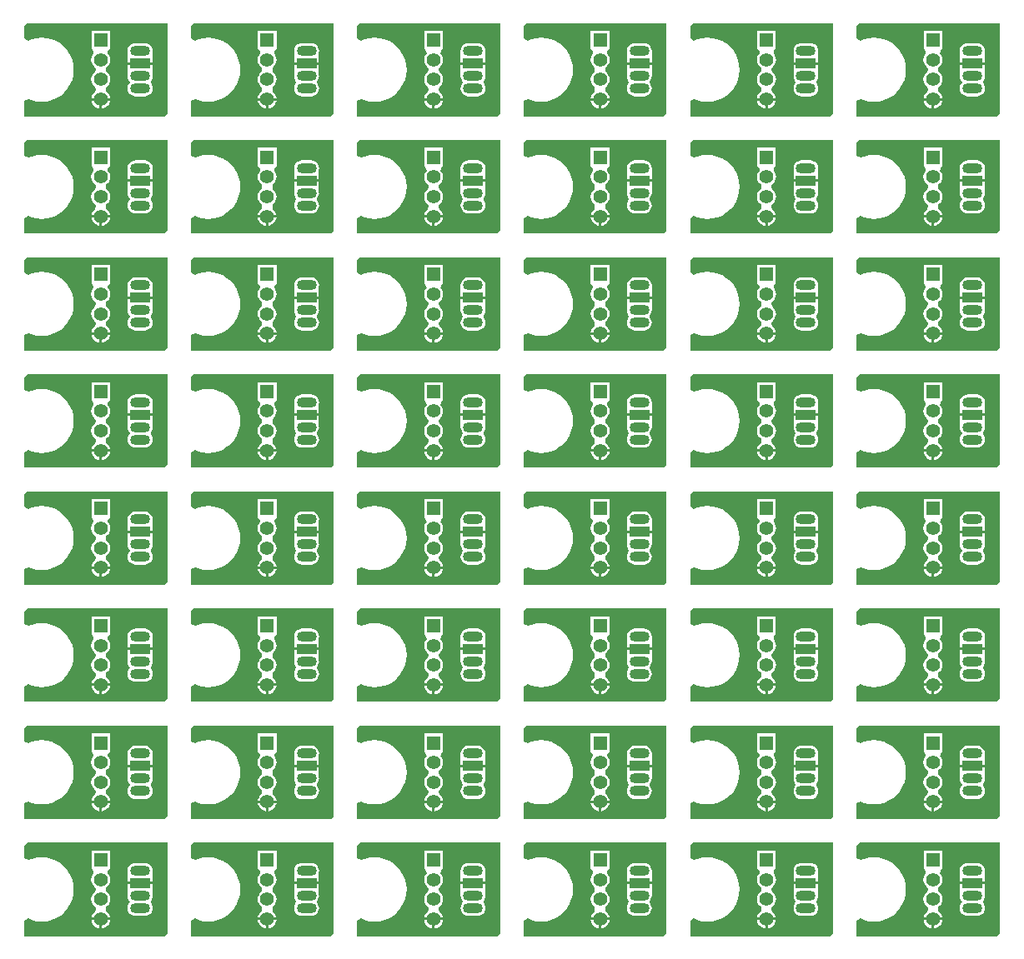
<source format=gbl>
G04 Layer_Physical_Order=2*
G04 Layer_Color=16711680*
%FSLAX25Y25*%
%MOIN*%
G70*
G01*
G75*
%ADD11O,0.07874X0.04213*%
%ADD12R,0.07874X0.04213*%
%ADD13R,0.05512X0.05512*%
%ADD14C,0.05512*%
G36*
X58071Y2098D02*
X56957Y984D01*
X984D01*
Y7233D01*
X2559Y8020D01*
X3903Y7463D01*
X5864Y6993D01*
X7874Y6835D01*
X9884Y6993D01*
X11845Y7463D01*
X13708Y8235D01*
X15428Y9289D01*
X16961Y10598D01*
X18270Y12132D01*
X19324Y13851D01*
X20096Y15714D01*
X20567Y17675D01*
X20725Y19685D01*
X20567Y21695D01*
X20096Y23656D01*
X19324Y25519D01*
X18270Y27239D01*
X16961Y28772D01*
X15428Y30081D01*
X13708Y31135D01*
X11845Y31907D01*
X9884Y32377D01*
X7874Y32536D01*
X5864Y32377D01*
X3903Y31907D01*
X2559Y31350D01*
X984Y32137D01*
Y37272D01*
X2098Y38386D01*
X58071D01*
X58071Y2098D01*
D02*
G37*
%LPC*%
G36*
X35219Y7374D02*
X31996D01*
Y4152D01*
X32477Y4215D01*
X33390Y4593D01*
X34175Y5195D01*
X34777Y5980D01*
X35155Y6894D01*
X35219Y7374D01*
D02*
G37*
G36*
X30996D02*
X27774D01*
X27837Y6894D01*
X28215Y5980D01*
X28817Y5195D01*
X29602Y4593D01*
X30516Y4215D01*
X30996Y4152D01*
Y7374D01*
D02*
G37*
G36*
X49075Y30318D02*
X45413D01*
X44603Y30211D01*
X43847Y29898D01*
X43198Y29401D01*
X42700Y28752D01*
X42387Y27996D01*
X42280Y27185D01*
X42322Y26866D01*
X42307Y25291D01*
X42307Y25291D01*
X42307Y25291D01*
Y22685D01*
X52181D01*
Y25291D01*
X52181Y25291D01*
X52166Y26866D01*
X52208Y27185D01*
X52101Y27996D01*
X51788Y28752D01*
X51290Y29401D01*
X50641Y29898D01*
X49886Y30211D01*
X49075Y30318D01*
D02*
G37*
G36*
X52181Y21685D02*
X42307D01*
Y19079D01*
X42307Y19079D01*
X42322Y17504D01*
X42280Y17185D01*
X42387Y16374D01*
X42700Y15619D01*
X43082Y14685D01*
X42700Y13752D01*
X42387Y12996D01*
X42280Y12185D01*
X42387Y11374D01*
X42700Y10618D01*
X43198Y9970D01*
X43847Y9472D01*
X44603Y9159D01*
X45413Y9052D01*
X49075D01*
X49886Y9159D01*
X50641Y9472D01*
X51290Y9970D01*
X51788Y10618D01*
X52101Y11374D01*
X52208Y12185D01*
X52101Y12996D01*
X51788Y13752D01*
X51407Y14685D01*
X51788Y15619D01*
X52101Y16374D01*
X52208Y17185D01*
X52166Y17504D01*
X52181Y19079D01*
X52181Y19079D01*
X52181Y19079D01*
Y21685D01*
D02*
G37*
G36*
X35252Y35252D02*
X27740D01*
Y27740D01*
X28106D01*
X28598Y26744D01*
X28714Y26165D01*
X28215Y25516D01*
X27837Y24603D01*
X27708Y23622D01*
X27837Y22642D01*
X28215Y21728D01*
X28817Y20943D01*
X29270Y20596D01*
X29415Y19913D01*
Y19457D01*
X29270Y18774D01*
X28817Y18427D01*
X28215Y17642D01*
X27837Y16729D01*
X27708Y15748D01*
X27837Y14768D01*
X28215Y13854D01*
X28817Y13069D01*
X29270Y12722D01*
X29415Y12039D01*
Y11583D01*
X29270Y10900D01*
X28817Y10553D01*
X28215Y9768D01*
X27837Y8855D01*
X27774Y8374D01*
X35219D01*
X35155Y8855D01*
X34777Y9768D01*
X34175Y10553D01*
X33722Y10900D01*
X33577Y11583D01*
Y12039D01*
X33722Y12722D01*
X34175Y13069D01*
X34777Y13854D01*
X35155Y14768D01*
X35284Y15748D01*
X35155Y16729D01*
X34777Y17642D01*
X34175Y18427D01*
X33722Y18774D01*
X33577Y19457D01*
Y19913D01*
X33722Y20596D01*
X34175Y20943D01*
X34777Y21728D01*
X35155Y22642D01*
X35284Y23622D01*
X35155Y24603D01*
X34777Y25516D01*
X34279Y26165D01*
X34394Y26744D01*
X34886Y27740D01*
X35252D01*
Y35252D01*
D02*
G37*
%LPD*%
G36*
X124606Y2098D02*
X123493Y984D01*
X67520D01*
Y7233D01*
X69095Y8020D01*
X70438Y7463D01*
X72399Y6993D01*
X74410Y6835D01*
X76420Y6993D01*
X78381Y7463D01*
X80244Y8235D01*
X81963Y9289D01*
X83496Y10598D01*
X84806Y12132D01*
X85860Y13851D01*
X86631Y15714D01*
X87102Y17675D01*
X87260Y19685D01*
X87102Y21695D01*
X86631Y23656D01*
X85860Y25519D01*
X84806Y27239D01*
X83496Y28772D01*
X81963Y30081D01*
X80244Y31135D01*
X78381Y31907D01*
X76420Y32377D01*
X74410Y32536D01*
X72399Y32377D01*
X70438Y31907D01*
X69095Y31350D01*
X67520Y32137D01*
Y37272D01*
X68633Y38386D01*
X124606D01*
X124606Y2098D01*
D02*
G37*
%LPC*%
G36*
X101754Y7374D02*
X98532D01*
Y4152D01*
X99012Y4215D01*
X99926Y4593D01*
X100710Y5195D01*
X101312Y5980D01*
X101691Y6894D01*
X101754Y7374D01*
D02*
G37*
G36*
X97531D02*
X94309D01*
X94372Y6894D01*
X94751Y5980D01*
X95353Y5195D01*
X96137Y4593D01*
X97051Y4215D01*
X97531Y4152D01*
Y7374D01*
D02*
G37*
G36*
X115610Y30318D02*
X111949D01*
X111138Y30211D01*
X110382Y29898D01*
X109733Y29401D01*
X109236Y28752D01*
X108923Y27996D01*
X108816Y27185D01*
X108858Y26866D01*
X108843Y25291D01*
X108843Y25291D01*
X108843Y25291D01*
Y22685D01*
X118717D01*
Y25291D01*
X118717Y25291D01*
X118701Y26866D01*
X118743Y27185D01*
X118637Y27996D01*
X118324Y28752D01*
X117826Y29401D01*
X117177Y29898D01*
X116421Y30211D01*
X115610Y30318D01*
D02*
G37*
G36*
X118717Y21685D02*
X108843D01*
Y19079D01*
X108843Y19079D01*
X108858Y17504D01*
X108816Y17185D01*
X108923Y16374D01*
X109236Y15619D01*
X109617Y14685D01*
X109236Y13752D01*
X108923Y12996D01*
X108816Y12185D01*
X108923Y11374D01*
X109236Y10618D01*
X109733Y9970D01*
X110382Y9472D01*
X111138Y9159D01*
X111949Y9052D01*
X115610D01*
X116421Y9159D01*
X117177Y9472D01*
X117826Y9970D01*
X118324Y10618D01*
X118637Y11374D01*
X118743Y12185D01*
X118637Y12996D01*
X118324Y13752D01*
X117942Y14685D01*
X118324Y15619D01*
X118637Y16374D01*
X118743Y17185D01*
X118701Y17504D01*
X118717Y19079D01*
X118717Y19079D01*
X118717Y19079D01*
Y21685D01*
D02*
G37*
G36*
X101787Y35252D02*
X94276D01*
Y27740D01*
X94642D01*
X95134Y26744D01*
X95249Y26165D01*
X94751Y25516D01*
X94372Y24603D01*
X94243Y23622D01*
X94372Y22642D01*
X94751Y21728D01*
X95353Y20943D01*
X95806Y20596D01*
X95950Y19913D01*
Y19457D01*
X95806Y18774D01*
X95353Y18427D01*
X94751Y17642D01*
X94372Y16729D01*
X94243Y15748D01*
X94372Y14768D01*
X94751Y13854D01*
X95353Y13069D01*
X95806Y12722D01*
X95950Y12039D01*
Y11583D01*
X95806Y10900D01*
X95353Y10553D01*
X94751Y9768D01*
X94372Y8855D01*
X94309Y8374D01*
X101754D01*
X101691Y8855D01*
X101312Y9768D01*
X100710Y10553D01*
X100258Y10900D01*
X100113Y11583D01*
Y12039D01*
X100258Y12722D01*
X100710Y13069D01*
X101312Y13854D01*
X101691Y14768D01*
X101820Y15748D01*
X101691Y16729D01*
X101312Y17642D01*
X100710Y18427D01*
X100258Y18774D01*
X100113Y19457D01*
Y19913D01*
X100258Y20596D01*
X100710Y20943D01*
X101312Y21728D01*
X101691Y22642D01*
X101820Y23622D01*
X101691Y24603D01*
X101312Y25516D01*
X100814Y26165D01*
X100929Y26744D01*
X101421Y27740D01*
X101787D01*
Y35252D01*
D02*
G37*
%LPD*%
G36*
X191142Y2098D02*
X190028Y984D01*
X134055D01*
Y7233D01*
X135630Y8020D01*
X136974Y7463D01*
X138935Y6993D01*
X140945Y6835D01*
X142955Y6993D01*
X144916Y7463D01*
X146779Y8235D01*
X148498Y9289D01*
X150032Y10598D01*
X151341Y12132D01*
X152395Y13851D01*
X153167Y15714D01*
X153637Y17675D01*
X153796Y19685D01*
X153637Y21695D01*
X153167Y23656D01*
X152395Y25519D01*
X151341Y27239D01*
X150032Y28772D01*
X148498Y30081D01*
X146779Y31135D01*
X144916Y31907D01*
X142955Y32377D01*
X140945Y32536D01*
X138935Y32377D01*
X136974Y31907D01*
X135630Y31350D01*
X134055Y32137D01*
Y37272D01*
X135169Y38386D01*
X191142D01*
X191142Y2098D01*
D02*
G37*
%LPC*%
G36*
X168289Y7374D02*
X165067D01*
Y4152D01*
X165548Y4215D01*
X166461Y4593D01*
X167246Y5195D01*
X167848Y5980D01*
X168226Y6894D01*
X168289Y7374D01*
D02*
G37*
G36*
X164067D02*
X160845D01*
X160908Y6894D01*
X161286Y5980D01*
X161888Y5195D01*
X162673Y4593D01*
X163586Y4215D01*
X164067Y4152D01*
Y7374D01*
D02*
G37*
G36*
X182146Y30318D02*
X178484D01*
X177673Y30211D01*
X176918Y29898D01*
X176269Y29401D01*
X175771Y28752D01*
X175458Y27996D01*
X175351Y27185D01*
X175393Y26866D01*
X175378Y25291D01*
X175378Y25291D01*
X175378Y25291D01*
Y22685D01*
X185252D01*
Y25291D01*
X185252Y25291D01*
X185237Y26866D01*
X185279Y27185D01*
X185172Y27996D01*
X184859Y28752D01*
X184361Y29401D01*
X183712Y29898D01*
X182957Y30211D01*
X182146Y30318D01*
D02*
G37*
G36*
X185252Y21685D02*
X175378D01*
Y19079D01*
X175378Y19079D01*
X175393Y17504D01*
X175351Y17185D01*
X175458Y16374D01*
X175771Y15619D01*
X176153Y14685D01*
X175771Y13752D01*
X175458Y12996D01*
X175351Y12185D01*
X175458Y11374D01*
X175771Y10618D01*
X176269Y9970D01*
X176918Y9472D01*
X177673Y9159D01*
X178484Y9052D01*
X182146D01*
X182957Y9159D01*
X183712Y9472D01*
X184361Y9970D01*
X184859Y10618D01*
X185172Y11374D01*
X185279Y12185D01*
X185172Y12996D01*
X184859Y13752D01*
X184477Y14685D01*
X184859Y15619D01*
X185172Y16374D01*
X185279Y17185D01*
X185237Y17504D01*
X185252Y19079D01*
X185252Y19079D01*
X185252Y19079D01*
Y21685D01*
D02*
G37*
G36*
X168323Y35252D02*
X160811D01*
Y27740D01*
X161177D01*
X161669Y26744D01*
X161784Y26165D01*
X161286Y25516D01*
X160908Y24603D01*
X160779Y23622D01*
X160908Y22642D01*
X161286Y21728D01*
X161888Y20943D01*
X162341Y20596D01*
X162486Y19913D01*
Y19457D01*
X162341Y18774D01*
X161888Y18427D01*
X161286Y17642D01*
X160908Y16729D01*
X160779Y15748D01*
X160908Y14768D01*
X161286Y13854D01*
X161888Y13069D01*
X162341Y12722D01*
X162486Y12039D01*
Y11583D01*
X162341Y10900D01*
X161888Y10553D01*
X161286Y9768D01*
X160908Y8855D01*
X160845Y8374D01*
X168289D01*
X168226Y8855D01*
X167848Y9768D01*
X167246Y10553D01*
X166793Y10900D01*
X166648Y11583D01*
Y12039D01*
X166793Y12722D01*
X167246Y13069D01*
X167848Y13854D01*
X168226Y14768D01*
X168355Y15748D01*
X168226Y16729D01*
X167848Y17642D01*
X167246Y18427D01*
X166793Y18774D01*
X166648Y19457D01*
Y19913D01*
X166793Y20596D01*
X167246Y20943D01*
X167848Y21728D01*
X168226Y22642D01*
X168355Y23622D01*
X168226Y24603D01*
X167848Y25516D01*
X167350Y26165D01*
X167464Y26744D01*
X167957Y27740D01*
X168323D01*
Y35252D01*
D02*
G37*
%LPD*%
G36*
X257677Y2098D02*
X256564Y984D01*
X200591D01*
Y7233D01*
X202165Y8020D01*
X203509Y7463D01*
X205470Y6993D01*
X207480Y6835D01*
X209491Y6993D01*
X211451Y7463D01*
X213314Y8235D01*
X215034Y9289D01*
X216567Y10598D01*
X217877Y12132D01*
X218930Y13851D01*
X219702Y15714D01*
X220173Y17675D01*
X220331Y19685D01*
X220173Y21695D01*
X219702Y23656D01*
X218930Y25519D01*
X217877Y27239D01*
X216567Y28772D01*
X215034Y30081D01*
X213314Y31135D01*
X211451Y31907D01*
X209491Y32377D01*
X207480Y32536D01*
X205470Y32377D01*
X203509Y31907D01*
X202165Y31350D01*
X200591Y32137D01*
Y37272D01*
X201704Y38386D01*
X257677D01*
X257677Y2098D01*
D02*
G37*
%LPC*%
G36*
X234825Y7374D02*
X231602D01*
Y4152D01*
X232083Y4215D01*
X232997Y4593D01*
X233781Y5195D01*
X234383Y5980D01*
X234762Y6894D01*
X234825Y7374D01*
D02*
G37*
G36*
X230602D02*
X227380D01*
X227443Y6894D01*
X227822Y5980D01*
X228424Y5195D01*
X229208Y4593D01*
X230122Y4215D01*
X230602Y4152D01*
Y7374D01*
D02*
G37*
G36*
X248681Y30318D02*
X245020D01*
X244209Y30211D01*
X243453Y29898D01*
X242804Y29401D01*
X242306Y28752D01*
X241993Y27996D01*
X241887Y27185D01*
X241929Y26866D01*
X241913Y25291D01*
X241913Y25291D01*
X241913Y25291D01*
Y22685D01*
X251787D01*
Y25291D01*
X251787Y25291D01*
X251772Y26866D01*
X251814Y27185D01*
X251708Y27996D01*
X251395Y28752D01*
X250897Y29401D01*
X250248Y29898D01*
X249492Y30211D01*
X248681Y30318D01*
D02*
G37*
G36*
X251787Y21685D02*
X241913D01*
Y19079D01*
X241913Y19079D01*
X241929Y17504D01*
X241887Y17185D01*
X241993Y16374D01*
X242306Y15619D01*
X242688Y14685D01*
X242306Y13752D01*
X241993Y12996D01*
X241887Y12185D01*
X241993Y11374D01*
X242306Y10618D01*
X242804Y9970D01*
X243453Y9472D01*
X244209Y9159D01*
X245020Y9052D01*
X248681D01*
X249492Y9159D01*
X250248Y9472D01*
X250897Y9970D01*
X251395Y10618D01*
X251708Y11374D01*
X251814Y12185D01*
X251708Y12996D01*
X251395Y13752D01*
X251013Y14685D01*
X251395Y15619D01*
X251708Y16374D01*
X251814Y17185D01*
X251772Y17504D01*
X251787Y19079D01*
X251787Y19079D01*
X251787Y19079D01*
Y21685D01*
D02*
G37*
G36*
X234858Y35252D02*
X227346D01*
Y27740D01*
X227713D01*
X228205Y26744D01*
X228320Y26165D01*
X227822Y25516D01*
X227443Y24603D01*
X227314Y23622D01*
X227443Y22642D01*
X227822Y21728D01*
X228424Y20943D01*
X228876Y20596D01*
X229021Y19913D01*
Y19457D01*
X228876Y18774D01*
X228424Y18427D01*
X227822Y17642D01*
X227443Y16729D01*
X227314Y15748D01*
X227443Y14768D01*
X227822Y13854D01*
X228424Y13069D01*
X228876Y12722D01*
X229021Y12039D01*
Y11583D01*
X228876Y10900D01*
X228424Y10553D01*
X227822Y9768D01*
X227443Y8855D01*
X227380Y8374D01*
X234825D01*
X234762Y8855D01*
X234383Y9768D01*
X233781Y10553D01*
X233328Y10900D01*
X233184Y11583D01*
Y12039D01*
X233328Y12722D01*
X233781Y13069D01*
X234383Y13854D01*
X234762Y14768D01*
X234891Y15748D01*
X234762Y16729D01*
X234383Y17642D01*
X233781Y18427D01*
X233328Y18774D01*
X233184Y19457D01*
Y19913D01*
X233328Y20596D01*
X233781Y20943D01*
X234383Y21728D01*
X234762Y22642D01*
X234891Y23622D01*
X234762Y24603D01*
X234383Y25516D01*
X233885Y26165D01*
X234000Y26744D01*
X234492Y27740D01*
X234858D01*
Y35252D01*
D02*
G37*
%LPD*%
G36*
X324213Y2098D02*
X323099Y984D01*
X267126D01*
Y7233D01*
X268701Y8020D01*
X270045Y7463D01*
X272006Y6993D01*
X274016Y6835D01*
X276026Y6993D01*
X277987Y7463D01*
X279850Y8235D01*
X281569Y9289D01*
X283103Y10598D01*
X284412Y12132D01*
X285466Y13851D01*
X286238Y15714D01*
X286708Y17675D01*
X286866Y19685D01*
X286708Y21695D01*
X286238Y23656D01*
X285466Y25519D01*
X284412Y27239D01*
X283103Y28772D01*
X281569Y30081D01*
X279850Y31135D01*
X277987Y31907D01*
X276026Y32377D01*
X274016Y32536D01*
X272006Y32377D01*
X270045Y31907D01*
X268701Y31350D01*
X267126Y32137D01*
Y37272D01*
X268240Y38386D01*
X324213D01*
X324213Y2098D01*
D02*
G37*
%LPC*%
G36*
X301360Y7374D02*
X298138D01*
Y4152D01*
X298618Y4215D01*
X299532Y4593D01*
X300317Y5195D01*
X300919Y5980D01*
X301297Y6894D01*
X301360Y7374D01*
D02*
G37*
G36*
X297138D02*
X293915D01*
X293979Y6894D01*
X294357Y5980D01*
X294959Y5195D01*
X295744Y4593D01*
X296657Y4215D01*
X297138Y4152D01*
Y7374D01*
D02*
G37*
G36*
X315217Y30318D02*
X311555D01*
X310744Y30211D01*
X309989Y29898D01*
X309340Y29401D01*
X308842Y28752D01*
X308529Y27996D01*
X308422Y27185D01*
X308464Y26866D01*
X308449Y25291D01*
X308449Y25291D01*
X308449Y25291D01*
Y22685D01*
X318323D01*
Y25291D01*
X318323Y25291D01*
X318308Y26866D01*
X318350Y27185D01*
X318243Y27996D01*
X317930Y28752D01*
X317432Y29401D01*
X316783Y29898D01*
X316027Y30211D01*
X315217Y30318D01*
D02*
G37*
G36*
X318323Y21685D02*
X308449D01*
Y19079D01*
X308449Y19079D01*
X308464Y17504D01*
X308422Y17185D01*
X308529Y16374D01*
X308842Y15619D01*
X309223Y14685D01*
X308842Y13752D01*
X308529Y12996D01*
X308422Y12185D01*
X308529Y11374D01*
X308842Y10618D01*
X309340Y9970D01*
X309989Y9472D01*
X310744Y9159D01*
X311555Y9052D01*
X315217D01*
X316027Y9159D01*
X316783Y9472D01*
X317432Y9970D01*
X317930Y10618D01*
X318243Y11374D01*
X318350Y12185D01*
X318243Y12996D01*
X317930Y13752D01*
X317548Y14685D01*
X317930Y15619D01*
X318243Y16374D01*
X318350Y17185D01*
X318308Y17504D01*
X318323Y19079D01*
X318323Y19079D01*
X318323Y19079D01*
Y21685D01*
D02*
G37*
G36*
X301394Y35252D02*
X293882D01*
Y27740D01*
X294248D01*
X294740Y26744D01*
X294855Y26165D01*
X294357Y25516D01*
X293979Y24603D01*
X293849Y23622D01*
X293979Y22642D01*
X294357Y21728D01*
X294959Y20943D01*
X295412Y20596D01*
X295556Y19913D01*
Y19457D01*
X295412Y18774D01*
X294959Y18427D01*
X294357Y17642D01*
X293979Y16729D01*
X293849Y15748D01*
X293979Y14768D01*
X294357Y13854D01*
X294959Y13069D01*
X295412Y12722D01*
X295556Y12039D01*
Y11583D01*
X295412Y10900D01*
X294959Y10553D01*
X294357Y9768D01*
X293979Y8855D01*
X293915Y8374D01*
X301360D01*
X301297Y8855D01*
X300919Y9768D01*
X300317Y10553D01*
X299864Y10900D01*
X299719Y11583D01*
Y12039D01*
X299864Y12722D01*
X300317Y13069D01*
X300919Y13854D01*
X301297Y14768D01*
X301426Y15748D01*
X301297Y16729D01*
X300919Y17642D01*
X300317Y18427D01*
X299864Y18774D01*
X299719Y19457D01*
Y19913D01*
X299864Y20596D01*
X300317Y20943D01*
X300919Y21728D01*
X301297Y22642D01*
X301426Y23622D01*
X301297Y24603D01*
X300919Y25516D01*
X300420Y26165D01*
X300535Y26744D01*
X301028Y27740D01*
X301394D01*
Y35252D01*
D02*
G37*
%LPD*%
G36*
X390748Y2098D02*
X389634Y984D01*
X333661D01*
Y7233D01*
X335236Y8020D01*
X336580Y7463D01*
X338541Y6993D01*
X340551Y6835D01*
X342562Y6993D01*
X344522Y7463D01*
X346385Y8235D01*
X348105Y9289D01*
X349638Y10598D01*
X350948Y12132D01*
X352001Y13851D01*
X352773Y15714D01*
X353244Y17675D01*
X353402Y19685D01*
X353244Y21695D01*
X352773Y23656D01*
X352001Y25519D01*
X350948Y27239D01*
X349638Y28772D01*
X348105Y30081D01*
X346385Y31135D01*
X344522Y31907D01*
X342562Y32377D01*
X340551Y32536D01*
X338541Y32377D01*
X336580Y31907D01*
X335236Y31350D01*
X333661Y32137D01*
Y37272D01*
X334775Y38386D01*
X390748D01*
X390748Y2098D01*
D02*
G37*
%LPC*%
G36*
X367896Y7374D02*
X364673D01*
Y4152D01*
X365154Y4215D01*
X366067Y4593D01*
X366852Y5195D01*
X367454Y5980D01*
X367832Y6894D01*
X367896Y7374D01*
D02*
G37*
G36*
X363673D02*
X360451D01*
X360514Y6894D01*
X360893Y5980D01*
X361494Y5195D01*
X362279Y4593D01*
X363193Y4215D01*
X363673Y4152D01*
Y7374D01*
D02*
G37*
G36*
X381752Y30318D02*
X378091D01*
X377280Y30211D01*
X376524Y29898D01*
X375875Y29401D01*
X375377Y28752D01*
X375064Y27996D01*
X374957Y27185D01*
X374999Y26866D01*
X374984Y25291D01*
X374984Y25291D01*
X374984Y25291D01*
Y22685D01*
X384858D01*
Y25291D01*
X384858Y25291D01*
X384843Y26866D01*
X384885Y27185D01*
X384778Y27996D01*
X384465Y28752D01*
X383967Y29401D01*
X383319Y29898D01*
X382563Y30211D01*
X381752Y30318D01*
D02*
G37*
G36*
X384858Y21685D02*
X374984D01*
Y19079D01*
X374984Y19079D01*
X374999Y17504D01*
X374957Y17185D01*
X375064Y16374D01*
X375377Y15619D01*
X375759Y14685D01*
X375377Y13752D01*
X375064Y12996D01*
X374957Y12185D01*
X375064Y11374D01*
X375377Y10618D01*
X375875Y9970D01*
X376524Y9472D01*
X377280Y9159D01*
X378091Y9052D01*
X381752D01*
X382563Y9159D01*
X383319Y9472D01*
X383967Y9970D01*
X384465Y10618D01*
X384778Y11374D01*
X384885Y12185D01*
X384778Y12996D01*
X384465Y13752D01*
X384084Y14685D01*
X384465Y15619D01*
X384778Y16374D01*
X384885Y17185D01*
X384843Y17504D01*
X384858Y19079D01*
X384858Y19079D01*
X384858Y19079D01*
Y21685D01*
D02*
G37*
G36*
X367929Y35252D02*
X360417D01*
Y27740D01*
X360783D01*
X361276Y26744D01*
X361391Y26165D01*
X360893Y25516D01*
X360514Y24603D01*
X360385Y23622D01*
X360514Y22642D01*
X360893Y21728D01*
X361494Y20943D01*
X361947Y20596D01*
X362092Y19913D01*
Y19457D01*
X361947Y18774D01*
X361494Y18427D01*
X360893Y17642D01*
X360514Y16729D01*
X360385Y15748D01*
X360514Y14768D01*
X360893Y13854D01*
X361494Y13069D01*
X361947Y12722D01*
X362092Y12039D01*
Y11583D01*
X361947Y10900D01*
X361494Y10553D01*
X360893Y9768D01*
X360514Y8855D01*
X360451Y8374D01*
X367896D01*
X367832Y8855D01*
X367454Y9768D01*
X366852Y10553D01*
X366399Y10900D01*
X366255Y11583D01*
Y12039D01*
X366399Y12722D01*
X366852Y13069D01*
X367454Y13854D01*
X367832Y14768D01*
X367962Y15748D01*
X367832Y16729D01*
X367454Y17642D01*
X366852Y18427D01*
X366399Y18774D01*
X366255Y19457D01*
Y19913D01*
X366399Y20596D01*
X366852Y20943D01*
X367454Y21728D01*
X367832Y22642D01*
X367962Y23622D01*
X367832Y24603D01*
X367454Y25516D01*
X366956Y26165D01*
X367071Y26744D01*
X367563Y27740D01*
X367929D01*
Y35252D01*
D02*
G37*
%LPD*%
G36*
X58071Y48948D02*
X56957Y47835D01*
X984D01*
Y54084D01*
X2559Y54870D01*
X3903Y54314D01*
X5864Y53843D01*
X7874Y53685D01*
X9884Y53843D01*
X11845Y54314D01*
X13708Y55085D01*
X15428Y56139D01*
X16961Y57449D01*
X18270Y58982D01*
X19324Y60701D01*
X20096Y62564D01*
X20567Y64525D01*
X20725Y66536D01*
X20567Y68546D01*
X20096Y70507D01*
X19324Y72369D01*
X18270Y74089D01*
X16961Y75622D01*
X15428Y76932D01*
X13708Y77986D01*
X11845Y78757D01*
X9884Y79228D01*
X7874Y79386D01*
X5864Y79228D01*
X3903Y78757D01*
X2559Y78201D01*
X984Y78987D01*
Y84123D01*
X2098Y85236D01*
X58071D01*
X58071Y48948D01*
D02*
G37*
%LPC*%
G36*
X35219Y54224D02*
X31996D01*
Y51002D01*
X32477Y51065D01*
X33390Y51444D01*
X34175Y52046D01*
X34777Y52830D01*
X35155Y53744D01*
X35219Y54224D01*
D02*
G37*
G36*
X30996D02*
X27774D01*
X27837Y53744D01*
X28215Y52830D01*
X28817Y52046D01*
X29602Y51444D01*
X30516Y51065D01*
X30996Y51002D01*
Y54224D01*
D02*
G37*
G36*
X49075Y77169D02*
X45413D01*
X44603Y77062D01*
X43847Y76749D01*
X43198Y76251D01*
X42700Y75602D01*
X42387Y74846D01*
X42280Y74036D01*
X42322Y73717D01*
X42307Y72142D01*
X42307Y72142D01*
X42307Y72142D01*
Y69535D01*
X52181D01*
Y72142D01*
X52181Y72142D01*
X52166Y73717D01*
X52208Y74036D01*
X52101Y74846D01*
X51788Y75602D01*
X51290Y76251D01*
X50641Y76749D01*
X49886Y77062D01*
X49075Y77169D01*
D02*
G37*
G36*
X52181Y68536D02*
X42307D01*
Y65929D01*
X42307Y65929D01*
X42322Y64354D01*
X42280Y64035D01*
X42387Y63225D01*
X42700Y62469D01*
X43082Y61536D01*
X42700Y60602D01*
X42387Y59846D01*
X42280Y59035D01*
X42387Y58225D01*
X42700Y57469D01*
X43198Y56820D01*
X43847Y56322D01*
X44603Y56009D01*
X45413Y55902D01*
X49075D01*
X49886Y56009D01*
X50641Y56322D01*
X51290Y56820D01*
X51788Y57469D01*
X52101Y58225D01*
X52208Y59035D01*
X52101Y59846D01*
X51788Y60602D01*
X51407Y61536D01*
X51788Y62469D01*
X52101Y63225D01*
X52208Y64035D01*
X52166Y64354D01*
X52181Y65929D01*
X52181Y65929D01*
X52181Y65929D01*
Y68536D01*
D02*
G37*
G36*
X35252Y82102D02*
X27740D01*
Y74591D01*
X28106D01*
X28598Y73594D01*
X28714Y73016D01*
X28215Y72367D01*
X27837Y71453D01*
X27708Y70473D01*
X27837Y69492D01*
X28215Y68578D01*
X28817Y67794D01*
X29270Y67446D01*
X29415Y66763D01*
Y66308D01*
X29270Y65625D01*
X28817Y65277D01*
X28215Y64493D01*
X27837Y63579D01*
X27708Y62599D01*
X27837Y61618D01*
X28215Y60704D01*
X28817Y59920D01*
X29270Y59572D01*
X29415Y58889D01*
Y58434D01*
X29270Y57751D01*
X28817Y57403D01*
X28215Y56619D01*
X27837Y55705D01*
X27774Y55225D01*
X35219D01*
X35155Y55705D01*
X34777Y56619D01*
X34175Y57403D01*
X33722Y57751D01*
X33577Y58434D01*
Y58889D01*
X33722Y59572D01*
X34175Y59920D01*
X34777Y60704D01*
X35155Y61618D01*
X35284Y62599D01*
X35155Y63579D01*
X34777Y64493D01*
X34175Y65277D01*
X33722Y65625D01*
X33577Y66308D01*
Y66763D01*
X33722Y67446D01*
X34175Y67794D01*
X34777Y68578D01*
X35155Y69492D01*
X35284Y70473D01*
X35155Y71453D01*
X34777Y72367D01*
X34279Y73016D01*
X34394Y73594D01*
X34886Y74591D01*
X35252D01*
Y82102D01*
D02*
G37*
%LPD*%
G36*
X124606Y48948D02*
X123493Y47835D01*
X67520D01*
Y54084D01*
X69095Y54870D01*
X70438Y54314D01*
X72399Y53843D01*
X74410Y53685D01*
X76420Y53843D01*
X78381Y54314D01*
X80244Y55085D01*
X81963Y56139D01*
X83496Y57449D01*
X84806Y58982D01*
X85860Y60701D01*
X86631Y62564D01*
X87102Y64525D01*
X87260Y66536D01*
X87102Y68546D01*
X86631Y70507D01*
X85860Y72369D01*
X84806Y74089D01*
X83496Y75622D01*
X81963Y76932D01*
X80244Y77986D01*
X78381Y78757D01*
X76420Y79228D01*
X74410Y79386D01*
X72399Y79228D01*
X70438Y78757D01*
X69095Y78201D01*
X67520Y78987D01*
Y84123D01*
X68633Y85236D01*
X124606D01*
X124606Y48948D01*
D02*
G37*
%LPC*%
G36*
X101754Y54224D02*
X98532D01*
Y51002D01*
X99012Y51065D01*
X99926Y51444D01*
X100710Y52046D01*
X101312Y52830D01*
X101691Y53744D01*
X101754Y54224D01*
D02*
G37*
G36*
X97531D02*
X94309D01*
X94372Y53744D01*
X94751Y52830D01*
X95353Y52046D01*
X96137Y51444D01*
X97051Y51065D01*
X97531Y51002D01*
Y54224D01*
D02*
G37*
G36*
X115610Y77169D02*
X111949D01*
X111138Y77062D01*
X110382Y76749D01*
X109733Y76251D01*
X109236Y75602D01*
X108923Y74846D01*
X108816Y74036D01*
X108858Y73717D01*
X108843Y72142D01*
X108843Y72142D01*
X108843Y72142D01*
Y69535D01*
X118717D01*
Y72142D01*
X118717Y72142D01*
X118701Y73717D01*
X118743Y74036D01*
X118637Y74846D01*
X118324Y75602D01*
X117826Y76251D01*
X117177Y76749D01*
X116421Y77062D01*
X115610Y77169D01*
D02*
G37*
G36*
X118717Y68536D02*
X108843D01*
Y65929D01*
X108843Y65929D01*
X108858Y64354D01*
X108816Y64035D01*
X108923Y63225D01*
X109236Y62469D01*
X109617Y61536D01*
X109236Y60602D01*
X108923Y59846D01*
X108816Y59035D01*
X108923Y58225D01*
X109236Y57469D01*
X109733Y56820D01*
X110382Y56322D01*
X111138Y56009D01*
X111949Y55902D01*
X115610D01*
X116421Y56009D01*
X117177Y56322D01*
X117826Y56820D01*
X118324Y57469D01*
X118637Y58225D01*
X118743Y59035D01*
X118637Y59846D01*
X118324Y60602D01*
X117942Y61536D01*
X118324Y62469D01*
X118637Y63225D01*
X118743Y64035D01*
X118701Y64354D01*
X118717Y65929D01*
X118717Y65929D01*
X118717Y65929D01*
Y68536D01*
D02*
G37*
G36*
X101787Y82102D02*
X94276D01*
Y74591D01*
X94642D01*
X95134Y73594D01*
X95249Y73016D01*
X94751Y72367D01*
X94372Y71453D01*
X94243Y70473D01*
X94372Y69492D01*
X94751Y68578D01*
X95353Y67794D01*
X95806Y67446D01*
X95950Y66763D01*
Y66308D01*
X95806Y65625D01*
X95353Y65277D01*
X94751Y64493D01*
X94372Y63579D01*
X94243Y62599D01*
X94372Y61618D01*
X94751Y60704D01*
X95353Y59920D01*
X95806Y59572D01*
X95950Y58889D01*
Y58434D01*
X95806Y57751D01*
X95353Y57403D01*
X94751Y56619D01*
X94372Y55705D01*
X94309Y55225D01*
X101754D01*
X101691Y55705D01*
X101312Y56619D01*
X100710Y57403D01*
X100258Y57751D01*
X100113Y58434D01*
Y58889D01*
X100258Y59572D01*
X100710Y59920D01*
X101312Y60704D01*
X101691Y61618D01*
X101820Y62599D01*
X101691Y63579D01*
X101312Y64493D01*
X100710Y65277D01*
X100258Y65625D01*
X100113Y66308D01*
Y66763D01*
X100258Y67446D01*
X100710Y67794D01*
X101312Y68578D01*
X101691Y69492D01*
X101820Y70473D01*
X101691Y71453D01*
X101312Y72367D01*
X100814Y73016D01*
X100929Y73594D01*
X101421Y74591D01*
X101787D01*
Y82102D01*
D02*
G37*
%LPD*%
G36*
X191142Y48948D02*
X190028Y47835D01*
X134055D01*
Y54084D01*
X135630Y54870D01*
X136974Y54314D01*
X138935Y53843D01*
X140945Y53685D01*
X142955Y53843D01*
X144916Y54314D01*
X146779Y55085D01*
X148498Y56139D01*
X150032Y57449D01*
X151341Y58982D01*
X152395Y60701D01*
X153167Y62564D01*
X153637Y64525D01*
X153796Y66536D01*
X153637Y68546D01*
X153167Y70507D01*
X152395Y72369D01*
X151341Y74089D01*
X150032Y75622D01*
X148498Y76932D01*
X146779Y77986D01*
X144916Y78757D01*
X142955Y79228D01*
X140945Y79386D01*
X138935Y79228D01*
X136974Y78757D01*
X135630Y78201D01*
X134055Y78987D01*
Y84123D01*
X135169Y85236D01*
X191142D01*
X191142Y48948D01*
D02*
G37*
%LPC*%
G36*
X168289Y54224D02*
X165067D01*
Y51002D01*
X165548Y51065D01*
X166461Y51444D01*
X167246Y52046D01*
X167848Y52830D01*
X168226Y53744D01*
X168289Y54224D01*
D02*
G37*
G36*
X164067D02*
X160845D01*
X160908Y53744D01*
X161286Y52830D01*
X161888Y52046D01*
X162673Y51444D01*
X163586Y51065D01*
X164067Y51002D01*
Y54224D01*
D02*
G37*
G36*
X182146Y77169D02*
X178484D01*
X177673Y77062D01*
X176918Y76749D01*
X176269Y76251D01*
X175771Y75602D01*
X175458Y74846D01*
X175351Y74036D01*
X175393Y73717D01*
X175378Y72142D01*
X175378Y72142D01*
X175378Y72142D01*
Y69535D01*
X185252D01*
Y72142D01*
X185252Y72142D01*
X185237Y73717D01*
X185279Y74036D01*
X185172Y74846D01*
X184859Y75602D01*
X184361Y76251D01*
X183712Y76749D01*
X182957Y77062D01*
X182146Y77169D01*
D02*
G37*
G36*
X185252Y68536D02*
X175378D01*
Y65929D01*
X175378Y65929D01*
X175393Y64354D01*
X175351Y64035D01*
X175458Y63225D01*
X175771Y62469D01*
X176153Y61536D01*
X175771Y60602D01*
X175458Y59846D01*
X175351Y59035D01*
X175458Y58225D01*
X175771Y57469D01*
X176269Y56820D01*
X176918Y56322D01*
X177673Y56009D01*
X178484Y55902D01*
X182146D01*
X182957Y56009D01*
X183712Y56322D01*
X184361Y56820D01*
X184859Y57469D01*
X185172Y58225D01*
X185279Y59035D01*
X185172Y59846D01*
X184859Y60602D01*
X184477Y61536D01*
X184859Y62469D01*
X185172Y63225D01*
X185279Y64035D01*
X185237Y64354D01*
X185252Y65929D01*
X185252Y65929D01*
X185252Y65929D01*
Y68536D01*
D02*
G37*
G36*
X168323Y82102D02*
X160811D01*
Y74591D01*
X161177D01*
X161669Y73594D01*
X161784Y73016D01*
X161286Y72367D01*
X160908Y71453D01*
X160779Y70473D01*
X160908Y69492D01*
X161286Y68578D01*
X161888Y67794D01*
X162341Y67446D01*
X162486Y66763D01*
Y66308D01*
X162341Y65625D01*
X161888Y65277D01*
X161286Y64493D01*
X160908Y63579D01*
X160779Y62599D01*
X160908Y61618D01*
X161286Y60704D01*
X161888Y59920D01*
X162341Y59572D01*
X162486Y58889D01*
Y58434D01*
X162341Y57751D01*
X161888Y57403D01*
X161286Y56619D01*
X160908Y55705D01*
X160845Y55225D01*
X168289D01*
X168226Y55705D01*
X167848Y56619D01*
X167246Y57403D01*
X166793Y57751D01*
X166648Y58434D01*
Y58889D01*
X166793Y59572D01*
X167246Y59920D01*
X167848Y60704D01*
X168226Y61618D01*
X168355Y62599D01*
X168226Y63579D01*
X167848Y64493D01*
X167246Y65277D01*
X166793Y65625D01*
X166648Y66308D01*
Y66763D01*
X166793Y67446D01*
X167246Y67794D01*
X167848Y68578D01*
X168226Y69492D01*
X168355Y70473D01*
X168226Y71453D01*
X167848Y72367D01*
X167350Y73016D01*
X167464Y73594D01*
X167957Y74591D01*
X168323D01*
Y82102D01*
D02*
G37*
%LPD*%
G36*
X257677Y48948D02*
X256564Y47835D01*
X200591D01*
Y54084D01*
X202165Y54870D01*
X203509Y54314D01*
X205470Y53843D01*
X207480Y53685D01*
X209491Y53843D01*
X211451Y54314D01*
X213314Y55085D01*
X215034Y56139D01*
X216567Y57449D01*
X217877Y58982D01*
X218930Y60701D01*
X219702Y62564D01*
X220173Y64525D01*
X220331Y66536D01*
X220173Y68546D01*
X219702Y70507D01*
X218930Y72369D01*
X217877Y74089D01*
X216567Y75622D01*
X215034Y76932D01*
X213314Y77986D01*
X211451Y78757D01*
X209491Y79228D01*
X207480Y79386D01*
X205470Y79228D01*
X203509Y78757D01*
X202165Y78201D01*
X200591Y78987D01*
Y84123D01*
X201704Y85236D01*
X257677D01*
X257677Y48948D01*
D02*
G37*
%LPC*%
G36*
X234825Y54224D02*
X231602D01*
Y51002D01*
X232083Y51065D01*
X232997Y51444D01*
X233781Y52046D01*
X234383Y52830D01*
X234762Y53744D01*
X234825Y54224D01*
D02*
G37*
G36*
X230602D02*
X227380D01*
X227443Y53744D01*
X227822Y52830D01*
X228424Y52046D01*
X229208Y51444D01*
X230122Y51065D01*
X230602Y51002D01*
Y54224D01*
D02*
G37*
G36*
X248681Y77169D02*
X245020D01*
X244209Y77062D01*
X243453Y76749D01*
X242804Y76251D01*
X242306Y75602D01*
X241993Y74846D01*
X241887Y74036D01*
X241929Y73717D01*
X241913Y72142D01*
X241913Y72142D01*
X241913Y72142D01*
Y69535D01*
X251787D01*
Y72142D01*
X251787Y72142D01*
X251772Y73717D01*
X251814Y74036D01*
X251708Y74846D01*
X251395Y75602D01*
X250897Y76251D01*
X250248Y76749D01*
X249492Y77062D01*
X248681Y77169D01*
D02*
G37*
G36*
X251787Y68536D02*
X241913D01*
Y65929D01*
X241913Y65929D01*
X241929Y64354D01*
X241887Y64035D01*
X241993Y63225D01*
X242306Y62469D01*
X242688Y61536D01*
X242306Y60602D01*
X241993Y59846D01*
X241887Y59035D01*
X241993Y58225D01*
X242306Y57469D01*
X242804Y56820D01*
X243453Y56322D01*
X244209Y56009D01*
X245020Y55902D01*
X248681D01*
X249492Y56009D01*
X250248Y56322D01*
X250897Y56820D01*
X251395Y57469D01*
X251708Y58225D01*
X251814Y59035D01*
X251708Y59846D01*
X251395Y60602D01*
X251013Y61536D01*
X251395Y62469D01*
X251708Y63225D01*
X251814Y64035D01*
X251772Y64354D01*
X251787Y65929D01*
X251787Y65929D01*
X251787Y65929D01*
Y68536D01*
D02*
G37*
G36*
X234858Y82102D02*
X227346D01*
Y74591D01*
X227713D01*
X228205Y73594D01*
X228320Y73016D01*
X227822Y72367D01*
X227443Y71453D01*
X227314Y70473D01*
X227443Y69492D01*
X227822Y68578D01*
X228424Y67794D01*
X228876Y67446D01*
X229021Y66763D01*
Y66308D01*
X228876Y65625D01*
X228424Y65277D01*
X227822Y64493D01*
X227443Y63579D01*
X227314Y62599D01*
X227443Y61618D01*
X227822Y60704D01*
X228424Y59920D01*
X228876Y59572D01*
X229021Y58889D01*
Y58434D01*
X228876Y57751D01*
X228424Y57403D01*
X227822Y56619D01*
X227443Y55705D01*
X227380Y55225D01*
X234825D01*
X234762Y55705D01*
X234383Y56619D01*
X233781Y57403D01*
X233328Y57751D01*
X233184Y58434D01*
Y58889D01*
X233328Y59572D01*
X233781Y59920D01*
X234383Y60704D01*
X234762Y61618D01*
X234891Y62599D01*
X234762Y63579D01*
X234383Y64493D01*
X233781Y65277D01*
X233328Y65625D01*
X233184Y66308D01*
Y66763D01*
X233328Y67446D01*
X233781Y67794D01*
X234383Y68578D01*
X234762Y69492D01*
X234891Y70473D01*
X234762Y71453D01*
X234383Y72367D01*
X233885Y73016D01*
X234000Y73594D01*
X234492Y74591D01*
X234858D01*
Y82102D01*
D02*
G37*
%LPD*%
G36*
X324213Y48948D02*
X323099Y47835D01*
X267126D01*
Y54084D01*
X268701Y54870D01*
X270045Y54314D01*
X272006Y53843D01*
X274016Y53685D01*
X276026Y53843D01*
X277987Y54314D01*
X279850Y55085D01*
X281569Y56139D01*
X283103Y57449D01*
X284412Y58982D01*
X285466Y60701D01*
X286238Y62564D01*
X286708Y64525D01*
X286866Y66536D01*
X286708Y68546D01*
X286238Y70507D01*
X285466Y72369D01*
X284412Y74089D01*
X283103Y75622D01*
X281569Y76932D01*
X279850Y77986D01*
X277987Y78757D01*
X276026Y79228D01*
X274016Y79386D01*
X272006Y79228D01*
X270045Y78757D01*
X268701Y78201D01*
X267126Y78987D01*
Y84123D01*
X268240Y85236D01*
X324213D01*
X324213Y48948D01*
D02*
G37*
%LPC*%
G36*
X301360Y54224D02*
X298138D01*
Y51002D01*
X298618Y51065D01*
X299532Y51444D01*
X300317Y52046D01*
X300919Y52830D01*
X301297Y53744D01*
X301360Y54224D01*
D02*
G37*
G36*
X297138D02*
X293915D01*
X293979Y53744D01*
X294357Y52830D01*
X294959Y52046D01*
X295744Y51444D01*
X296657Y51065D01*
X297138Y51002D01*
Y54224D01*
D02*
G37*
G36*
X315217Y77169D02*
X311555D01*
X310744Y77062D01*
X309989Y76749D01*
X309340Y76251D01*
X308842Y75602D01*
X308529Y74846D01*
X308422Y74036D01*
X308464Y73717D01*
X308449Y72142D01*
X308449Y72142D01*
X308449Y72142D01*
Y69535D01*
X318323D01*
Y72142D01*
X318323Y72142D01*
X318308Y73717D01*
X318350Y74036D01*
X318243Y74846D01*
X317930Y75602D01*
X317432Y76251D01*
X316783Y76749D01*
X316027Y77062D01*
X315217Y77169D01*
D02*
G37*
G36*
X318323Y68536D02*
X308449D01*
Y65929D01*
X308449Y65929D01*
X308464Y64354D01*
X308422Y64035D01*
X308529Y63225D01*
X308842Y62469D01*
X309223Y61536D01*
X308842Y60602D01*
X308529Y59846D01*
X308422Y59035D01*
X308529Y58225D01*
X308842Y57469D01*
X309340Y56820D01*
X309989Y56322D01*
X310744Y56009D01*
X311555Y55902D01*
X315217D01*
X316027Y56009D01*
X316783Y56322D01*
X317432Y56820D01*
X317930Y57469D01*
X318243Y58225D01*
X318350Y59035D01*
X318243Y59846D01*
X317930Y60602D01*
X317548Y61536D01*
X317930Y62469D01*
X318243Y63225D01*
X318350Y64035D01*
X318308Y64354D01*
X318323Y65929D01*
X318323Y65929D01*
X318323Y65929D01*
Y68536D01*
D02*
G37*
G36*
X301394Y82102D02*
X293882D01*
Y74591D01*
X294248D01*
X294740Y73594D01*
X294855Y73016D01*
X294357Y72367D01*
X293979Y71453D01*
X293849Y70473D01*
X293979Y69492D01*
X294357Y68578D01*
X294959Y67794D01*
X295412Y67446D01*
X295556Y66763D01*
Y66308D01*
X295412Y65625D01*
X294959Y65277D01*
X294357Y64493D01*
X293979Y63579D01*
X293849Y62599D01*
X293979Y61618D01*
X294357Y60704D01*
X294959Y59920D01*
X295412Y59572D01*
X295556Y58889D01*
Y58434D01*
X295412Y57751D01*
X294959Y57403D01*
X294357Y56619D01*
X293979Y55705D01*
X293915Y55225D01*
X301360D01*
X301297Y55705D01*
X300919Y56619D01*
X300317Y57403D01*
X299864Y57751D01*
X299719Y58434D01*
Y58889D01*
X299864Y59572D01*
X300317Y59920D01*
X300919Y60704D01*
X301297Y61618D01*
X301426Y62599D01*
X301297Y63579D01*
X300919Y64493D01*
X300317Y65277D01*
X299864Y65625D01*
X299719Y66308D01*
Y66763D01*
X299864Y67446D01*
X300317Y67794D01*
X300919Y68578D01*
X301297Y69492D01*
X301426Y70473D01*
X301297Y71453D01*
X300919Y72367D01*
X300420Y73016D01*
X300535Y73594D01*
X301028Y74591D01*
X301394D01*
Y82102D01*
D02*
G37*
%LPD*%
G36*
X390748Y48948D02*
X389634Y47835D01*
X333661D01*
Y54084D01*
X335236Y54870D01*
X336580Y54314D01*
X338541Y53843D01*
X340551Y53685D01*
X342562Y53843D01*
X344522Y54314D01*
X346385Y55085D01*
X348105Y56139D01*
X349638Y57449D01*
X350948Y58982D01*
X352001Y60701D01*
X352773Y62564D01*
X353244Y64525D01*
X353402Y66536D01*
X353244Y68546D01*
X352773Y70507D01*
X352001Y72369D01*
X350948Y74089D01*
X349638Y75622D01*
X348105Y76932D01*
X346385Y77986D01*
X344522Y78757D01*
X342562Y79228D01*
X340551Y79386D01*
X338541Y79228D01*
X336580Y78757D01*
X335236Y78201D01*
X333661Y78987D01*
Y84123D01*
X334775Y85236D01*
X390748D01*
X390748Y48948D01*
D02*
G37*
%LPC*%
G36*
X367896Y54224D02*
X364673D01*
Y51002D01*
X365154Y51065D01*
X366067Y51444D01*
X366852Y52046D01*
X367454Y52830D01*
X367832Y53744D01*
X367896Y54224D01*
D02*
G37*
G36*
X363673D02*
X360451D01*
X360514Y53744D01*
X360893Y52830D01*
X361494Y52046D01*
X362279Y51444D01*
X363193Y51065D01*
X363673Y51002D01*
Y54224D01*
D02*
G37*
G36*
X381752Y77169D02*
X378091D01*
X377280Y77062D01*
X376524Y76749D01*
X375875Y76251D01*
X375377Y75602D01*
X375064Y74846D01*
X374957Y74036D01*
X374999Y73717D01*
X374984Y72142D01*
X374984Y72142D01*
X374984Y72142D01*
Y69535D01*
X384858D01*
Y72142D01*
X384858Y72142D01*
X384843Y73717D01*
X384885Y74036D01*
X384778Y74846D01*
X384465Y75602D01*
X383967Y76251D01*
X383319Y76749D01*
X382563Y77062D01*
X381752Y77169D01*
D02*
G37*
G36*
X384858Y68536D02*
X374984D01*
Y65929D01*
X374984Y65929D01*
X374999Y64354D01*
X374957Y64035D01*
X375064Y63225D01*
X375377Y62469D01*
X375759Y61536D01*
X375377Y60602D01*
X375064Y59846D01*
X374957Y59035D01*
X375064Y58225D01*
X375377Y57469D01*
X375875Y56820D01*
X376524Y56322D01*
X377280Y56009D01*
X378091Y55902D01*
X381752D01*
X382563Y56009D01*
X383319Y56322D01*
X383967Y56820D01*
X384465Y57469D01*
X384778Y58225D01*
X384885Y59035D01*
X384778Y59846D01*
X384465Y60602D01*
X384084Y61536D01*
X384465Y62469D01*
X384778Y63225D01*
X384885Y64035D01*
X384843Y64354D01*
X384858Y65929D01*
X384858Y65929D01*
X384858Y65929D01*
Y68536D01*
D02*
G37*
G36*
X367929Y82102D02*
X360417D01*
Y74591D01*
X360783D01*
X361276Y73594D01*
X361391Y73016D01*
X360893Y72367D01*
X360514Y71453D01*
X360385Y70473D01*
X360514Y69492D01*
X360893Y68578D01*
X361494Y67794D01*
X361947Y67446D01*
X362092Y66763D01*
Y66308D01*
X361947Y65625D01*
X361494Y65277D01*
X360893Y64493D01*
X360514Y63579D01*
X360385Y62599D01*
X360514Y61618D01*
X360893Y60704D01*
X361494Y59920D01*
X361947Y59572D01*
X362092Y58889D01*
Y58434D01*
X361947Y57751D01*
X361494Y57403D01*
X360893Y56619D01*
X360514Y55705D01*
X360451Y55225D01*
X367896D01*
X367832Y55705D01*
X367454Y56619D01*
X366852Y57403D01*
X366399Y57751D01*
X366255Y58434D01*
Y58889D01*
X366399Y59572D01*
X366852Y59920D01*
X367454Y60704D01*
X367832Y61618D01*
X367962Y62599D01*
X367832Y63579D01*
X367454Y64493D01*
X366852Y65277D01*
X366399Y65625D01*
X366255Y66308D01*
Y66763D01*
X366399Y67446D01*
X366852Y67794D01*
X367454Y68578D01*
X367832Y69492D01*
X367962Y70473D01*
X367832Y71453D01*
X367454Y72367D01*
X366956Y73016D01*
X367071Y73594D01*
X367563Y74591D01*
X367929D01*
Y82102D01*
D02*
G37*
%LPD*%
G36*
X58071Y95799D02*
X56957Y94685D01*
X984D01*
Y100934D01*
X2559Y101721D01*
X3903Y101164D01*
X5864Y100693D01*
X7874Y100535D01*
X9884Y100693D01*
X11845Y101164D01*
X13708Y101936D01*
X15428Y102989D01*
X16961Y104299D01*
X18270Y105833D01*
X19324Y107552D01*
X20096Y109415D01*
X20567Y111376D01*
X20725Y113386D01*
X20567Y115396D01*
X20096Y117357D01*
X19324Y119220D01*
X18270Y120939D01*
X16961Y122473D01*
X15428Y123782D01*
X13708Y124836D01*
X11845Y125608D01*
X9884Y126078D01*
X7874Y126236D01*
X5864Y126078D01*
X3903Y125608D01*
X2559Y125051D01*
X984Y125838D01*
Y130973D01*
X2098Y132087D01*
X58071D01*
X58071Y95799D01*
D02*
G37*
%LPC*%
G36*
X35219Y101075D02*
X31996D01*
Y97852D01*
X32477Y97916D01*
X33390Y98294D01*
X34175Y98896D01*
X34777Y99681D01*
X35155Y100594D01*
X35219Y101075D01*
D02*
G37*
G36*
X30996D02*
X27774D01*
X27837Y100594D01*
X28215Y99681D01*
X28817Y98896D01*
X29602Y98294D01*
X30516Y97916D01*
X30996Y97852D01*
Y101075D01*
D02*
G37*
G36*
X49075Y124019D02*
X45413D01*
X44603Y123912D01*
X43847Y123599D01*
X43198Y123101D01*
X42700Y122452D01*
X42387Y121697D01*
X42280Y120886D01*
X42322Y120567D01*
X42307Y118992D01*
X42307Y118992D01*
X42307Y118992D01*
Y116386D01*
X52181D01*
Y118992D01*
X52181Y118992D01*
X52166Y120567D01*
X52208Y120886D01*
X52101Y121697D01*
X51788Y122452D01*
X51290Y123101D01*
X50641Y123599D01*
X49886Y123912D01*
X49075Y124019D01*
D02*
G37*
G36*
X52181Y115386D02*
X42307D01*
Y112780D01*
X42307Y112780D01*
X42322Y111205D01*
X42280Y110886D01*
X42387Y110075D01*
X42700Y109319D01*
X43082Y108386D01*
X42700Y107452D01*
X42387Y106697D01*
X42280Y105886D01*
X42387Y105075D01*
X42700Y104319D01*
X43198Y103670D01*
X43847Y103173D01*
X44603Y102859D01*
X45413Y102753D01*
X49075D01*
X49886Y102859D01*
X50641Y103173D01*
X51290Y103670D01*
X51788Y104319D01*
X52101Y105075D01*
X52208Y105886D01*
X52101Y106697D01*
X51788Y107452D01*
X51407Y108386D01*
X51788Y109319D01*
X52101Y110075D01*
X52208Y110886D01*
X52166Y111205D01*
X52181Y112780D01*
X52181Y112780D01*
X52181Y112780D01*
Y115386D01*
D02*
G37*
G36*
X35252Y128953D02*
X27740D01*
Y121441D01*
X28106D01*
X28598Y120445D01*
X28714Y119866D01*
X28215Y119217D01*
X27837Y118303D01*
X27708Y117323D01*
X27837Y116342D01*
X28215Y115429D01*
X28817Y114644D01*
X29270Y114297D01*
X29415Y113613D01*
Y113158D01*
X29270Y112475D01*
X28817Y112128D01*
X28215Y111343D01*
X27837Y110429D01*
X27708Y109449D01*
X27837Y108468D01*
X28215Y107555D01*
X28817Y106770D01*
X29270Y106423D01*
X29415Y105739D01*
Y105284D01*
X29270Y104601D01*
X28817Y104254D01*
X28215Y103469D01*
X27837Y102555D01*
X27774Y102075D01*
X35219D01*
X35155Y102555D01*
X34777Y103469D01*
X34175Y104254D01*
X33722Y104601D01*
X33577Y105284D01*
Y105739D01*
X33722Y106423D01*
X34175Y106770D01*
X34777Y107555D01*
X35155Y108468D01*
X35284Y109449D01*
X35155Y110429D01*
X34777Y111343D01*
X34175Y112128D01*
X33722Y112475D01*
X33577Y113158D01*
Y113613D01*
X33722Y114297D01*
X34175Y114644D01*
X34777Y115429D01*
X35155Y116342D01*
X35284Y117323D01*
X35155Y118303D01*
X34777Y119217D01*
X34279Y119866D01*
X34394Y120445D01*
X34886Y121441D01*
X35252D01*
Y128953D01*
D02*
G37*
%LPD*%
G36*
X124606Y95799D02*
X123493Y94685D01*
X67520D01*
Y100934D01*
X69095Y101721D01*
X70438Y101164D01*
X72399Y100693D01*
X74410Y100535D01*
X76420Y100693D01*
X78381Y101164D01*
X80244Y101936D01*
X81963Y102989D01*
X83496Y104299D01*
X84806Y105833D01*
X85860Y107552D01*
X86631Y109415D01*
X87102Y111376D01*
X87260Y113386D01*
X87102Y115396D01*
X86631Y117357D01*
X85860Y119220D01*
X84806Y120939D01*
X83496Y122473D01*
X81963Y123782D01*
X80244Y124836D01*
X78381Y125608D01*
X76420Y126078D01*
X74410Y126236D01*
X72399Y126078D01*
X70438Y125608D01*
X69095Y125051D01*
X67520Y125838D01*
Y130973D01*
X68633Y132087D01*
X124606D01*
X124606Y95799D01*
D02*
G37*
%LPC*%
G36*
X101754Y101075D02*
X98532D01*
Y97852D01*
X99012Y97916D01*
X99926Y98294D01*
X100710Y98896D01*
X101312Y99681D01*
X101691Y100594D01*
X101754Y101075D01*
D02*
G37*
G36*
X97531D02*
X94309D01*
X94372Y100594D01*
X94751Y99681D01*
X95353Y98896D01*
X96137Y98294D01*
X97051Y97916D01*
X97531Y97852D01*
Y101075D01*
D02*
G37*
G36*
X115610Y124019D02*
X111949D01*
X111138Y123912D01*
X110382Y123599D01*
X109733Y123101D01*
X109236Y122452D01*
X108923Y121697D01*
X108816Y120886D01*
X108858Y120567D01*
X108843Y118992D01*
X108843Y118992D01*
X108843Y118992D01*
Y116386D01*
X118717D01*
Y118992D01*
X118717Y118992D01*
X118701Y120567D01*
X118743Y120886D01*
X118637Y121697D01*
X118324Y122452D01*
X117826Y123101D01*
X117177Y123599D01*
X116421Y123912D01*
X115610Y124019D01*
D02*
G37*
G36*
X118717Y115386D02*
X108843D01*
Y112780D01*
X108843Y112780D01*
X108858Y111205D01*
X108816Y110886D01*
X108923Y110075D01*
X109236Y109319D01*
X109617Y108386D01*
X109236Y107452D01*
X108923Y106697D01*
X108816Y105886D01*
X108923Y105075D01*
X109236Y104319D01*
X109733Y103670D01*
X110382Y103173D01*
X111138Y102859D01*
X111949Y102753D01*
X115610D01*
X116421Y102859D01*
X117177Y103173D01*
X117826Y103670D01*
X118324Y104319D01*
X118637Y105075D01*
X118743Y105886D01*
X118637Y106697D01*
X118324Y107452D01*
X117942Y108386D01*
X118324Y109319D01*
X118637Y110075D01*
X118743Y110886D01*
X118701Y111205D01*
X118717Y112780D01*
X118717Y112780D01*
X118717Y112780D01*
Y115386D01*
D02*
G37*
G36*
X101787Y128953D02*
X94276D01*
Y121441D01*
X94642D01*
X95134Y120445D01*
X95249Y119866D01*
X94751Y119217D01*
X94372Y118303D01*
X94243Y117323D01*
X94372Y116342D01*
X94751Y115429D01*
X95353Y114644D01*
X95806Y114297D01*
X95950Y113613D01*
Y113158D01*
X95806Y112475D01*
X95353Y112128D01*
X94751Y111343D01*
X94372Y110429D01*
X94243Y109449D01*
X94372Y108468D01*
X94751Y107555D01*
X95353Y106770D01*
X95806Y106423D01*
X95950Y105739D01*
Y105284D01*
X95806Y104601D01*
X95353Y104254D01*
X94751Y103469D01*
X94372Y102555D01*
X94309Y102075D01*
X101754D01*
X101691Y102555D01*
X101312Y103469D01*
X100710Y104254D01*
X100258Y104601D01*
X100113Y105284D01*
Y105739D01*
X100258Y106423D01*
X100710Y106770D01*
X101312Y107555D01*
X101691Y108468D01*
X101820Y109449D01*
X101691Y110429D01*
X101312Y111343D01*
X100710Y112128D01*
X100258Y112475D01*
X100113Y113158D01*
Y113613D01*
X100258Y114297D01*
X100710Y114644D01*
X101312Y115429D01*
X101691Y116342D01*
X101820Y117323D01*
X101691Y118303D01*
X101312Y119217D01*
X100814Y119866D01*
X100929Y120445D01*
X101421Y121441D01*
X101787D01*
Y128953D01*
D02*
G37*
%LPD*%
G36*
X191142Y95799D02*
X190028Y94685D01*
X134055D01*
Y100934D01*
X135630Y101721D01*
X136974Y101164D01*
X138935Y100693D01*
X140945Y100535D01*
X142955Y100693D01*
X144916Y101164D01*
X146779Y101936D01*
X148498Y102989D01*
X150032Y104299D01*
X151341Y105833D01*
X152395Y107552D01*
X153167Y109415D01*
X153637Y111376D01*
X153796Y113386D01*
X153637Y115396D01*
X153167Y117357D01*
X152395Y119220D01*
X151341Y120939D01*
X150032Y122473D01*
X148498Y123782D01*
X146779Y124836D01*
X144916Y125608D01*
X142955Y126078D01*
X140945Y126236D01*
X138935Y126078D01*
X136974Y125608D01*
X135630Y125051D01*
X134055Y125838D01*
Y130973D01*
X135169Y132087D01*
X191142D01*
X191142Y95799D01*
D02*
G37*
%LPC*%
G36*
X168289Y101075D02*
X165067D01*
Y97852D01*
X165548Y97916D01*
X166461Y98294D01*
X167246Y98896D01*
X167848Y99681D01*
X168226Y100594D01*
X168289Y101075D01*
D02*
G37*
G36*
X164067D02*
X160845D01*
X160908Y100594D01*
X161286Y99681D01*
X161888Y98896D01*
X162673Y98294D01*
X163586Y97916D01*
X164067Y97852D01*
Y101075D01*
D02*
G37*
G36*
X182146Y124019D02*
X178484D01*
X177673Y123912D01*
X176918Y123599D01*
X176269Y123101D01*
X175771Y122452D01*
X175458Y121697D01*
X175351Y120886D01*
X175393Y120567D01*
X175378Y118992D01*
X175378Y118992D01*
X175378Y118992D01*
Y116386D01*
X185252D01*
Y118992D01*
X185252Y118992D01*
X185237Y120567D01*
X185279Y120886D01*
X185172Y121697D01*
X184859Y122452D01*
X184361Y123101D01*
X183712Y123599D01*
X182957Y123912D01*
X182146Y124019D01*
D02*
G37*
G36*
X185252Y115386D02*
X175378D01*
Y112780D01*
X175378Y112780D01*
X175393Y111205D01*
X175351Y110886D01*
X175458Y110075D01*
X175771Y109319D01*
X176153Y108386D01*
X175771Y107452D01*
X175458Y106697D01*
X175351Y105886D01*
X175458Y105075D01*
X175771Y104319D01*
X176269Y103670D01*
X176918Y103173D01*
X177673Y102859D01*
X178484Y102753D01*
X182146D01*
X182957Y102859D01*
X183712Y103173D01*
X184361Y103670D01*
X184859Y104319D01*
X185172Y105075D01*
X185279Y105886D01*
X185172Y106697D01*
X184859Y107452D01*
X184477Y108386D01*
X184859Y109319D01*
X185172Y110075D01*
X185279Y110886D01*
X185237Y111205D01*
X185252Y112780D01*
X185252Y112780D01*
X185252Y112780D01*
Y115386D01*
D02*
G37*
G36*
X168323Y128953D02*
X160811D01*
Y121441D01*
X161177D01*
X161669Y120445D01*
X161784Y119866D01*
X161286Y119217D01*
X160908Y118303D01*
X160779Y117323D01*
X160908Y116342D01*
X161286Y115429D01*
X161888Y114644D01*
X162341Y114297D01*
X162486Y113613D01*
Y113158D01*
X162341Y112475D01*
X161888Y112128D01*
X161286Y111343D01*
X160908Y110429D01*
X160779Y109449D01*
X160908Y108468D01*
X161286Y107555D01*
X161888Y106770D01*
X162341Y106423D01*
X162486Y105739D01*
Y105284D01*
X162341Y104601D01*
X161888Y104254D01*
X161286Y103469D01*
X160908Y102555D01*
X160845Y102075D01*
X168289D01*
X168226Y102555D01*
X167848Y103469D01*
X167246Y104254D01*
X166793Y104601D01*
X166648Y105284D01*
Y105739D01*
X166793Y106423D01*
X167246Y106770D01*
X167848Y107555D01*
X168226Y108468D01*
X168355Y109449D01*
X168226Y110429D01*
X167848Y111343D01*
X167246Y112128D01*
X166793Y112475D01*
X166648Y113158D01*
Y113613D01*
X166793Y114297D01*
X167246Y114644D01*
X167848Y115429D01*
X168226Y116342D01*
X168355Y117323D01*
X168226Y118303D01*
X167848Y119217D01*
X167350Y119866D01*
X167464Y120445D01*
X167957Y121441D01*
X168323D01*
Y128953D01*
D02*
G37*
%LPD*%
G36*
X257677Y95799D02*
X256564Y94685D01*
X200591D01*
Y100934D01*
X202165Y101721D01*
X203509Y101164D01*
X205470Y100693D01*
X207480Y100535D01*
X209491Y100693D01*
X211451Y101164D01*
X213314Y101936D01*
X215034Y102989D01*
X216567Y104299D01*
X217877Y105833D01*
X218930Y107552D01*
X219702Y109415D01*
X220173Y111376D01*
X220331Y113386D01*
X220173Y115396D01*
X219702Y117357D01*
X218930Y119220D01*
X217877Y120939D01*
X216567Y122473D01*
X215034Y123782D01*
X213314Y124836D01*
X211451Y125608D01*
X209491Y126078D01*
X207480Y126236D01*
X205470Y126078D01*
X203509Y125608D01*
X202165Y125051D01*
X200591Y125838D01*
Y130973D01*
X201704Y132087D01*
X257677D01*
X257677Y95799D01*
D02*
G37*
%LPC*%
G36*
X234825Y101075D02*
X231602D01*
Y97852D01*
X232083Y97916D01*
X232997Y98294D01*
X233781Y98896D01*
X234383Y99681D01*
X234762Y100594D01*
X234825Y101075D01*
D02*
G37*
G36*
X230602D02*
X227380D01*
X227443Y100594D01*
X227822Y99681D01*
X228424Y98896D01*
X229208Y98294D01*
X230122Y97916D01*
X230602Y97852D01*
Y101075D01*
D02*
G37*
G36*
X248681Y124019D02*
X245020D01*
X244209Y123912D01*
X243453Y123599D01*
X242804Y123101D01*
X242306Y122452D01*
X241993Y121697D01*
X241887Y120886D01*
X241929Y120567D01*
X241913Y118992D01*
X241913Y118992D01*
X241913Y118992D01*
Y116386D01*
X251787D01*
Y118992D01*
X251787Y118992D01*
X251772Y120567D01*
X251814Y120886D01*
X251708Y121697D01*
X251395Y122452D01*
X250897Y123101D01*
X250248Y123599D01*
X249492Y123912D01*
X248681Y124019D01*
D02*
G37*
G36*
X251787Y115386D02*
X241913D01*
Y112780D01*
X241913Y112780D01*
X241929Y111205D01*
X241887Y110886D01*
X241993Y110075D01*
X242306Y109319D01*
X242688Y108386D01*
X242306Y107452D01*
X241993Y106697D01*
X241887Y105886D01*
X241993Y105075D01*
X242306Y104319D01*
X242804Y103670D01*
X243453Y103173D01*
X244209Y102859D01*
X245020Y102753D01*
X248681D01*
X249492Y102859D01*
X250248Y103173D01*
X250897Y103670D01*
X251395Y104319D01*
X251708Y105075D01*
X251814Y105886D01*
X251708Y106697D01*
X251395Y107452D01*
X251013Y108386D01*
X251395Y109319D01*
X251708Y110075D01*
X251814Y110886D01*
X251772Y111205D01*
X251787Y112780D01*
X251787Y112780D01*
X251787Y112780D01*
Y115386D01*
D02*
G37*
G36*
X234858Y128953D02*
X227346D01*
Y121441D01*
X227713D01*
X228205Y120445D01*
X228320Y119866D01*
X227822Y119217D01*
X227443Y118303D01*
X227314Y117323D01*
X227443Y116342D01*
X227822Y115429D01*
X228424Y114644D01*
X228876Y114297D01*
X229021Y113613D01*
Y113158D01*
X228876Y112475D01*
X228424Y112128D01*
X227822Y111343D01*
X227443Y110429D01*
X227314Y109449D01*
X227443Y108468D01*
X227822Y107555D01*
X228424Y106770D01*
X228876Y106423D01*
X229021Y105739D01*
Y105284D01*
X228876Y104601D01*
X228424Y104254D01*
X227822Y103469D01*
X227443Y102555D01*
X227380Y102075D01*
X234825D01*
X234762Y102555D01*
X234383Y103469D01*
X233781Y104254D01*
X233328Y104601D01*
X233184Y105284D01*
Y105739D01*
X233328Y106423D01*
X233781Y106770D01*
X234383Y107555D01*
X234762Y108468D01*
X234891Y109449D01*
X234762Y110429D01*
X234383Y111343D01*
X233781Y112128D01*
X233328Y112475D01*
X233184Y113158D01*
Y113613D01*
X233328Y114297D01*
X233781Y114644D01*
X234383Y115429D01*
X234762Y116342D01*
X234891Y117323D01*
X234762Y118303D01*
X234383Y119217D01*
X233885Y119866D01*
X234000Y120445D01*
X234492Y121441D01*
X234858D01*
Y128953D01*
D02*
G37*
%LPD*%
G36*
X324213Y95799D02*
X323099Y94685D01*
X267126D01*
Y100934D01*
X268701Y101721D01*
X270045Y101164D01*
X272006Y100693D01*
X274016Y100535D01*
X276026Y100693D01*
X277987Y101164D01*
X279850Y101936D01*
X281569Y102989D01*
X283103Y104299D01*
X284412Y105833D01*
X285466Y107552D01*
X286238Y109415D01*
X286708Y111376D01*
X286866Y113386D01*
X286708Y115396D01*
X286238Y117357D01*
X285466Y119220D01*
X284412Y120939D01*
X283103Y122473D01*
X281569Y123782D01*
X279850Y124836D01*
X277987Y125608D01*
X276026Y126078D01*
X274016Y126236D01*
X272006Y126078D01*
X270045Y125608D01*
X268701Y125051D01*
X267126Y125838D01*
Y130973D01*
X268240Y132087D01*
X324213D01*
X324213Y95799D01*
D02*
G37*
%LPC*%
G36*
X301360Y101075D02*
X298138D01*
Y97852D01*
X298618Y97916D01*
X299532Y98294D01*
X300317Y98896D01*
X300919Y99681D01*
X301297Y100594D01*
X301360Y101075D01*
D02*
G37*
G36*
X297138D02*
X293915D01*
X293979Y100594D01*
X294357Y99681D01*
X294959Y98896D01*
X295744Y98294D01*
X296657Y97916D01*
X297138Y97852D01*
Y101075D01*
D02*
G37*
G36*
X315217Y124019D02*
X311555D01*
X310744Y123912D01*
X309989Y123599D01*
X309340Y123101D01*
X308842Y122452D01*
X308529Y121697D01*
X308422Y120886D01*
X308464Y120567D01*
X308449Y118992D01*
X308449Y118992D01*
X308449Y118992D01*
Y116386D01*
X318323D01*
Y118992D01*
X318323Y118992D01*
X318308Y120567D01*
X318350Y120886D01*
X318243Y121697D01*
X317930Y122452D01*
X317432Y123101D01*
X316783Y123599D01*
X316027Y123912D01*
X315217Y124019D01*
D02*
G37*
G36*
X318323Y115386D02*
X308449D01*
Y112780D01*
X308449Y112780D01*
X308464Y111205D01*
X308422Y110886D01*
X308529Y110075D01*
X308842Y109319D01*
X309223Y108386D01*
X308842Y107452D01*
X308529Y106697D01*
X308422Y105886D01*
X308529Y105075D01*
X308842Y104319D01*
X309340Y103670D01*
X309989Y103173D01*
X310744Y102859D01*
X311555Y102753D01*
X315217D01*
X316027Y102859D01*
X316783Y103173D01*
X317432Y103670D01*
X317930Y104319D01*
X318243Y105075D01*
X318350Y105886D01*
X318243Y106697D01*
X317930Y107452D01*
X317548Y108386D01*
X317930Y109319D01*
X318243Y110075D01*
X318350Y110886D01*
X318308Y111205D01*
X318323Y112780D01*
X318323Y112780D01*
X318323Y112780D01*
Y115386D01*
D02*
G37*
G36*
X301394Y128953D02*
X293882D01*
Y121441D01*
X294248D01*
X294740Y120445D01*
X294855Y119866D01*
X294357Y119217D01*
X293979Y118303D01*
X293849Y117323D01*
X293979Y116342D01*
X294357Y115429D01*
X294959Y114644D01*
X295412Y114297D01*
X295556Y113613D01*
Y113158D01*
X295412Y112475D01*
X294959Y112128D01*
X294357Y111343D01*
X293979Y110429D01*
X293849Y109449D01*
X293979Y108468D01*
X294357Y107555D01*
X294959Y106770D01*
X295412Y106423D01*
X295556Y105739D01*
Y105284D01*
X295412Y104601D01*
X294959Y104254D01*
X294357Y103469D01*
X293979Y102555D01*
X293915Y102075D01*
X301360D01*
X301297Y102555D01*
X300919Y103469D01*
X300317Y104254D01*
X299864Y104601D01*
X299719Y105284D01*
Y105739D01*
X299864Y106423D01*
X300317Y106770D01*
X300919Y107555D01*
X301297Y108468D01*
X301426Y109449D01*
X301297Y110429D01*
X300919Y111343D01*
X300317Y112128D01*
X299864Y112475D01*
X299719Y113158D01*
Y113613D01*
X299864Y114297D01*
X300317Y114644D01*
X300919Y115429D01*
X301297Y116342D01*
X301426Y117323D01*
X301297Y118303D01*
X300919Y119217D01*
X300420Y119866D01*
X300535Y120445D01*
X301028Y121441D01*
X301394D01*
Y128953D01*
D02*
G37*
%LPD*%
G36*
X390748Y95799D02*
X389634Y94685D01*
X333661D01*
Y100934D01*
X335236Y101721D01*
X336580Y101164D01*
X338541Y100693D01*
X340551Y100535D01*
X342562Y100693D01*
X344522Y101164D01*
X346385Y101936D01*
X348105Y102989D01*
X349638Y104299D01*
X350948Y105833D01*
X352001Y107552D01*
X352773Y109415D01*
X353244Y111376D01*
X353402Y113386D01*
X353244Y115396D01*
X352773Y117357D01*
X352001Y119220D01*
X350948Y120939D01*
X349638Y122473D01*
X348105Y123782D01*
X346385Y124836D01*
X344522Y125608D01*
X342562Y126078D01*
X340551Y126236D01*
X338541Y126078D01*
X336580Y125608D01*
X335236Y125051D01*
X333661Y125838D01*
Y130973D01*
X334775Y132087D01*
X390748D01*
X390748Y95799D01*
D02*
G37*
%LPC*%
G36*
X367896Y101075D02*
X364673D01*
Y97852D01*
X365154Y97916D01*
X366067Y98294D01*
X366852Y98896D01*
X367454Y99681D01*
X367832Y100594D01*
X367896Y101075D01*
D02*
G37*
G36*
X363673D02*
X360451D01*
X360514Y100594D01*
X360893Y99681D01*
X361494Y98896D01*
X362279Y98294D01*
X363193Y97916D01*
X363673Y97852D01*
Y101075D01*
D02*
G37*
G36*
X381752Y124019D02*
X378091D01*
X377280Y123912D01*
X376524Y123599D01*
X375875Y123101D01*
X375377Y122452D01*
X375064Y121697D01*
X374957Y120886D01*
X374999Y120567D01*
X374984Y118992D01*
X374984Y118992D01*
X374984Y118992D01*
Y116386D01*
X384858D01*
Y118992D01*
X384858Y118992D01*
X384843Y120567D01*
X384885Y120886D01*
X384778Y121697D01*
X384465Y122452D01*
X383967Y123101D01*
X383319Y123599D01*
X382563Y123912D01*
X381752Y124019D01*
D02*
G37*
G36*
X384858Y115386D02*
X374984D01*
Y112780D01*
X374984Y112780D01*
X374999Y111205D01*
X374957Y110886D01*
X375064Y110075D01*
X375377Y109319D01*
X375759Y108386D01*
X375377Y107452D01*
X375064Y106697D01*
X374957Y105886D01*
X375064Y105075D01*
X375377Y104319D01*
X375875Y103670D01*
X376524Y103173D01*
X377280Y102859D01*
X378091Y102753D01*
X381752D01*
X382563Y102859D01*
X383319Y103173D01*
X383967Y103670D01*
X384465Y104319D01*
X384778Y105075D01*
X384885Y105886D01*
X384778Y106697D01*
X384465Y107452D01*
X384084Y108386D01*
X384465Y109319D01*
X384778Y110075D01*
X384885Y110886D01*
X384843Y111205D01*
X384858Y112780D01*
X384858Y112780D01*
X384858Y112780D01*
Y115386D01*
D02*
G37*
G36*
X367929Y128953D02*
X360417D01*
Y121441D01*
X360783D01*
X361276Y120445D01*
X361391Y119866D01*
X360893Y119217D01*
X360514Y118303D01*
X360385Y117323D01*
X360514Y116342D01*
X360893Y115429D01*
X361494Y114644D01*
X361947Y114297D01*
X362092Y113613D01*
Y113158D01*
X361947Y112475D01*
X361494Y112128D01*
X360893Y111343D01*
X360514Y110429D01*
X360385Y109449D01*
X360514Y108468D01*
X360893Y107555D01*
X361494Y106770D01*
X361947Y106423D01*
X362092Y105739D01*
Y105284D01*
X361947Y104601D01*
X361494Y104254D01*
X360893Y103469D01*
X360514Y102555D01*
X360451Y102075D01*
X367896D01*
X367832Y102555D01*
X367454Y103469D01*
X366852Y104254D01*
X366399Y104601D01*
X366255Y105284D01*
Y105739D01*
X366399Y106423D01*
X366852Y106770D01*
X367454Y107555D01*
X367832Y108468D01*
X367962Y109449D01*
X367832Y110429D01*
X367454Y111343D01*
X366852Y112128D01*
X366399Y112475D01*
X366255Y113158D01*
Y113613D01*
X366399Y114297D01*
X366852Y114644D01*
X367454Y115429D01*
X367832Y116342D01*
X367962Y117323D01*
X367832Y118303D01*
X367454Y119217D01*
X366956Y119866D01*
X367071Y120445D01*
X367563Y121441D01*
X367929D01*
Y128953D01*
D02*
G37*
%LPD*%
G36*
X58071Y142649D02*
X56957Y141535D01*
X984D01*
Y147784D01*
X2559Y148571D01*
X3903Y148015D01*
X5864Y147544D01*
X7874Y147386D01*
X9884Y147544D01*
X11845Y148015D01*
X13708Y148786D01*
X15428Y149840D01*
X16961Y151149D01*
X18270Y152683D01*
X19324Y154402D01*
X20096Y156265D01*
X20567Y158226D01*
X20725Y160236D01*
X20567Y162247D01*
X20096Y164207D01*
X19324Y166070D01*
X18270Y167790D01*
X16961Y169323D01*
X15428Y170633D01*
X13708Y171686D01*
X11845Y172458D01*
X9884Y172929D01*
X7874Y173087D01*
X5864Y172929D01*
X3903Y172458D01*
X2559Y171901D01*
X984Y172688D01*
Y177823D01*
X2098Y178937D01*
X58071D01*
X58071Y142649D01*
D02*
G37*
%LPC*%
G36*
X35219Y147925D02*
X31996D01*
Y144703D01*
X32477Y144766D01*
X33390Y145144D01*
X34175Y145747D01*
X34777Y146531D01*
X35155Y147445D01*
X35219Y147925D01*
D02*
G37*
G36*
X30996D02*
X27774D01*
X27837Y147445D01*
X28215Y146531D01*
X28817Y145747D01*
X29602Y145144D01*
X30516Y144766D01*
X30996Y144703D01*
Y147925D01*
D02*
G37*
G36*
X49075Y170869D02*
X45413D01*
X44603Y170763D01*
X43847Y170450D01*
X43198Y169952D01*
X42700Y169303D01*
X42387Y168547D01*
X42280Y167736D01*
X42322Y167417D01*
X42307Y165843D01*
X42307Y165843D01*
X42307Y165842D01*
Y163236D01*
X52181D01*
Y165843D01*
X52181Y165843D01*
X52166Y167417D01*
X52208Y167736D01*
X52101Y168547D01*
X51788Y169303D01*
X51290Y169952D01*
X50641Y170450D01*
X49886Y170763D01*
X49075Y170869D01*
D02*
G37*
G36*
X52181Y162236D02*
X42307D01*
Y159630D01*
X42307Y159630D01*
X42322Y158055D01*
X42280Y157736D01*
X42387Y156925D01*
X42700Y156170D01*
X43082Y155236D01*
X42700Y154303D01*
X42387Y153547D01*
X42280Y152736D01*
X42387Y151925D01*
X42700Y151170D01*
X43198Y150521D01*
X43847Y150023D01*
X44603Y149710D01*
X45413Y149603D01*
X49075D01*
X49886Y149710D01*
X50641Y150023D01*
X51290Y150521D01*
X51788Y151170D01*
X52101Y151925D01*
X52208Y152736D01*
X52101Y153547D01*
X51788Y154303D01*
X51407Y155236D01*
X51788Y156170D01*
X52101Y156925D01*
X52208Y157736D01*
X52166Y158055D01*
X52181Y159630D01*
X52181Y159630D01*
X52181Y159630D01*
Y162236D01*
D02*
G37*
G36*
X35252Y175803D02*
X27740D01*
Y168291D01*
X28106D01*
X28598Y167295D01*
X28714Y166717D01*
X28215Y166067D01*
X27837Y165154D01*
X27708Y164173D01*
X27837Y163193D01*
X28215Y162279D01*
X28817Y161495D01*
X29270Y161147D01*
X29415Y160464D01*
Y160009D01*
X29270Y159325D01*
X28817Y158978D01*
X28215Y158193D01*
X27837Y157280D01*
X27708Y156299D01*
X27837Y155319D01*
X28215Y154405D01*
X28817Y153621D01*
X29270Y153273D01*
X29415Y152590D01*
Y152135D01*
X29270Y151451D01*
X28817Y151104D01*
X28215Y150319D01*
X27837Y149406D01*
X27774Y148925D01*
X35219D01*
X35155Y149406D01*
X34777Y150319D01*
X34175Y151104D01*
X33722Y151451D01*
X33577Y152135D01*
Y152590D01*
X33722Y153273D01*
X34175Y153621D01*
X34777Y154405D01*
X35155Y155319D01*
X35284Y156299D01*
X35155Y157280D01*
X34777Y158193D01*
X34175Y158978D01*
X33722Y159325D01*
X33577Y160009D01*
Y160464D01*
X33722Y161147D01*
X34175Y161495D01*
X34777Y162279D01*
X35155Y163193D01*
X35284Y164173D01*
X35155Y165154D01*
X34777Y166067D01*
X34279Y166717D01*
X34394Y167295D01*
X34886Y168291D01*
X35252D01*
Y175803D01*
D02*
G37*
%LPD*%
G36*
X124606Y142649D02*
X123493Y141535D01*
X67520D01*
Y147784D01*
X69095Y148571D01*
X70438Y148015D01*
X72399Y147544D01*
X74410Y147386D01*
X76420Y147544D01*
X78381Y148015D01*
X80244Y148786D01*
X81963Y149840D01*
X83496Y151149D01*
X84806Y152683D01*
X85860Y154402D01*
X86631Y156265D01*
X87102Y158226D01*
X87260Y160236D01*
X87102Y162247D01*
X86631Y164207D01*
X85860Y166070D01*
X84806Y167790D01*
X83496Y169323D01*
X81963Y170633D01*
X80244Y171686D01*
X78381Y172458D01*
X76420Y172929D01*
X74410Y173087D01*
X72399Y172929D01*
X70438Y172458D01*
X69095Y171901D01*
X67520Y172688D01*
Y177823D01*
X68633Y178937D01*
X124606D01*
X124606Y142649D01*
D02*
G37*
%LPC*%
G36*
X101754Y147925D02*
X98532D01*
Y144703D01*
X99012Y144766D01*
X99926Y145144D01*
X100710Y145747D01*
X101312Y146531D01*
X101691Y147445D01*
X101754Y147925D01*
D02*
G37*
G36*
X97531D02*
X94309D01*
X94372Y147445D01*
X94751Y146531D01*
X95353Y145747D01*
X96137Y145144D01*
X97051Y144766D01*
X97531Y144703D01*
Y147925D01*
D02*
G37*
G36*
X115610Y170869D02*
X111949D01*
X111138Y170763D01*
X110382Y170450D01*
X109733Y169952D01*
X109236Y169303D01*
X108923Y168547D01*
X108816Y167736D01*
X108858Y167417D01*
X108843Y165843D01*
X108843Y165843D01*
X108843Y165842D01*
Y163236D01*
X118717D01*
Y165843D01*
X118717Y165843D01*
X118701Y167417D01*
X118743Y167736D01*
X118637Y168547D01*
X118324Y169303D01*
X117826Y169952D01*
X117177Y170450D01*
X116421Y170763D01*
X115610Y170869D01*
D02*
G37*
G36*
X118717Y162236D02*
X108843D01*
Y159630D01*
X108843Y159630D01*
X108858Y158055D01*
X108816Y157736D01*
X108923Y156925D01*
X109236Y156170D01*
X109617Y155236D01*
X109236Y154303D01*
X108923Y153547D01*
X108816Y152736D01*
X108923Y151925D01*
X109236Y151170D01*
X109733Y150521D01*
X110382Y150023D01*
X111138Y149710D01*
X111949Y149603D01*
X115610D01*
X116421Y149710D01*
X117177Y150023D01*
X117826Y150521D01*
X118324Y151170D01*
X118637Y151925D01*
X118743Y152736D01*
X118637Y153547D01*
X118324Y154303D01*
X117942Y155236D01*
X118324Y156170D01*
X118637Y156925D01*
X118743Y157736D01*
X118701Y158055D01*
X118717Y159630D01*
X118717Y159630D01*
X118717Y159630D01*
Y162236D01*
D02*
G37*
G36*
X101787Y175803D02*
X94276D01*
Y168291D01*
X94642D01*
X95134Y167295D01*
X95249Y166717D01*
X94751Y166067D01*
X94372Y165154D01*
X94243Y164173D01*
X94372Y163193D01*
X94751Y162279D01*
X95353Y161495D01*
X95806Y161147D01*
X95950Y160464D01*
Y160009D01*
X95806Y159325D01*
X95353Y158978D01*
X94751Y158193D01*
X94372Y157280D01*
X94243Y156299D01*
X94372Y155319D01*
X94751Y154405D01*
X95353Y153621D01*
X95806Y153273D01*
X95950Y152590D01*
Y152135D01*
X95806Y151451D01*
X95353Y151104D01*
X94751Y150319D01*
X94372Y149406D01*
X94309Y148925D01*
X101754D01*
X101691Y149406D01*
X101312Y150319D01*
X100710Y151104D01*
X100258Y151451D01*
X100113Y152135D01*
Y152590D01*
X100258Y153273D01*
X100710Y153621D01*
X101312Y154405D01*
X101691Y155319D01*
X101820Y156299D01*
X101691Y157280D01*
X101312Y158193D01*
X100710Y158978D01*
X100258Y159325D01*
X100113Y160009D01*
Y160464D01*
X100258Y161147D01*
X100710Y161495D01*
X101312Y162279D01*
X101691Y163193D01*
X101820Y164173D01*
X101691Y165154D01*
X101312Y166067D01*
X100814Y166717D01*
X100929Y167295D01*
X101421Y168291D01*
X101787D01*
Y175803D01*
D02*
G37*
%LPD*%
G36*
X191142Y142649D02*
X190028Y141535D01*
X134055D01*
Y147784D01*
X135630Y148571D01*
X136974Y148015D01*
X138935Y147544D01*
X140945Y147386D01*
X142955Y147544D01*
X144916Y148015D01*
X146779Y148786D01*
X148498Y149840D01*
X150032Y151149D01*
X151341Y152683D01*
X152395Y154402D01*
X153167Y156265D01*
X153637Y158226D01*
X153796Y160236D01*
X153637Y162247D01*
X153167Y164207D01*
X152395Y166070D01*
X151341Y167790D01*
X150032Y169323D01*
X148498Y170633D01*
X146779Y171686D01*
X144916Y172458D01*
X142955Y172929D01*
X140945Y173087D01*
X138935Y172929D01*
X136974Y172458D01*
X135630Y171901D01*
X134055Y172688D01*
Y177823D01*
X135169Y178937D01*
X191142D01*
X191142Y142649D01*
D02*
G37*
%LPC*%
G36*
X168289Y147925D02*
X165067D01*
Y144703D01*
X165548Y144766D01*
X166461Y145144D01*
X167246Y145747D01*
X167848Y146531D01*
X168226Y147445D01*
X168289Y147925D01*
D02*
G37*
G36*
X164067D02*
X160845D01*
X160908Y147445D01*
X161286Y146531D01*
X161888Y145747D01*
X162673Y145144D01*
X163586Y144766D01*
X164067Y144703D01*
Y147925D01*
D02*
G37*
G36*
X182146Y170869D02*
X178484D01*
X177673Y170763D01*
X176918Y170450D01*
X176269Y169952D01*
X175771Y169303D01*
X175458Y168547D01*
X175351Y167736D01*
X175393Y167417D01*
X175378Y165843D01*
X175378Y165843D01*
X175378Y165842D01*
Y163236D01*
X185252D01*
Y165843D01*
X185252Y165843D01*
X185237Y167417D01*
X185279Y167736D01*
X185172Y168547D01*
X184859Y169303D01*
X184361Y169952D01*
X183712Y170450D01*
X182957Y170763D01*
X182146Y170869D01*
D02*
G37*
G36*
X185252Y162236D02*
X175378D01*
Y159630D01*
X175378Y159630D01*
X175393Y158055D01*
X175351Y157736D01*
X175458Y156925D01*
X175771Y156170D01*
X176153Y155236D01*
X175771Y154303D01*
X175458Y153547D01*
X175351Y152736D01*
X175458Y151925D01*
X175771Y151170D01*
X176269Y150521D01*
X176918Y150023D01*
X177673Y149710D01*
X178484Y149603D01*
X182146D01*
X182957Y149710D01*
X183712Y150023D01*
X184361Y150521D01*
X184859Y151170D01*
X185172Y151925D01*
X185279Y152736D01*
X185172Y153547D01*
X184859Y154303D01*
X184477Y155236D01*
X184859Y156170D01*
X185172Y156925D01*
X185279Y157736D01*
X185237Y158055D01*
X185252Y159630D01*
X185252Y159630D01*
X185252Y159630D01*
Y162236D01*
D02*
G37*
G36*
X168323Y175803D02*
X160811D01*
Y168291D01*
X161177D01*
X161669Y167295D01*
X161784Y166717D01*
X161286Y166067D01*
X160908Y165154D01*
X160779Y164173D01*
X160908Y163193D01*
X161286Y162279D01*
X161888Y161495D01*
X162341Y161147D01*
X162486Y160464D01*
Y160009D01*
X162341Y159325D01*
X161888Y158978D01*
X161286Y158193D01*
X160908Y157280D01*
X160779Y156299D01*
X160908Y155319D01*
X161286Y154405D01*
X161888Y153621D01*
X162341Y153273D01*
X162486Y152590D01*
Y152135D01*
X162341Y151451D01*
X161888Y151104D01*
X161286Y150319D01*
X160908Y149406D01*
X160845Y148925D01*
X168289D01*
X168226Y149406D01*
X167848Y150319D01*
X167246Y151104D01*
X166793Y151451D01*
X166648Y152135D01*
Y152590D01*
X166793Y153273D01*
X167246Y153621D01*
X167848Y154405D01*
X168226Y155319D01*
X168355Y156299D01*
X168226Y157280D01*
X167848Y158193D01*
X167246Y158978D01*
X166793Y159325D01*
X166648Y160009D01*
Y160464D01*
X166793Y161147D01*
X167246Y161495D01*
X167848Y162279D01*
X168226Y163193D01*
X168355Y164173D01*
X168226Y165154D01*
X167848Y166067D01*
X167350Y166717D01*
X167464Y167295D01*
X167957Y168291D01*
X168323D01*
Y175803D01*
D02*
G37*
%LPD*%
G36*
X257677Y142649D02*
X256564Y141535D01*
X200591D01*
Y147784D01*
X202165Y148571D01*
X203509Y148015D01*
X205470Y147544D01*
X207480Y147386D01*
X209491Y147544D01*
X211451Y148015D01*
X213314Y148786D01*
X215034Y149840D01*
X216567Y151149D01*
X217877Y152683D01*
X218930Y154402D01*
X219702Y156265D01*
X220173Y158226D01*
X220331Y160236D01*
X220173Y162247D01*
X219702Y164207D01*
X218930Y166070D01*
X217877Y167790D01*
X216567Y169323D01*
X215034Y170633D01*
X213314Y171686D01*
X211451Y172458D01*
X209491Y172929D01*
X207480Y173087D01*
X205470Y172929D01*
X203509Y172458D01*
X202165Y171901D01*
X200591Y172688D01*
Y177823D01*
X201704Y178937D01*
X257677D01*
X257677Y142649D01*
D02*
G37*
%LPC*%
G36*
X234825Y147925D02*
X231602D01*
Y144703D01*
X232083Y144766D01*
X232997Y145144D01*
X233781Y145747D01*
X234383Y146531D01*
X234762Y147445D01*
X234825Y147925D01*
D02*
G37*
G36*
X230602D02*
X227380D01*
X227443Y147445D01*
X227822Y146531D01*
X228424Y145747D01*
X229208Y145144D01*
X230122Y144766D01*
X230602Y144703D01*
Y147925D01*
D02*
G37*
G36*
X248681Y170869D02*
X245020D01*
X244209Y170763D01*
X243453Y170450D01*
X242804Y169952D01*
X242306Y169303D01*
X241993Y168547D01*
X241887Y167736D01*
X241929Y167417D01*
X241913Y165843D01*
X241913Y165843D01*
X241913Y165842D01*
Y163236D01*
X251787D01*
Y165843D01*
X251787Y165843D01*
X251772Y167417D01*
X251814Y167736D01*
X251708Y168547D01*
X251395Y169303D01*
X250897Y169952D01*
X250248Y170450D01*
X249492Y170763D01*
X248681Y170869D01*
D02*
G37*
G36*
X251787Y162236D02*
X241913D01*
Y159630D01*
X241913Y159630D01*
X241929Y158055D01*
X241887Y157736D01*
X241993Y156925D01*
X242306Y156170D01*
X242688Y155236D01*
X242306Y154303D01*
X241993Y153547D01*
X241887Y152736D01*
X241993Y151925D01*
X242306Y151170D01*
X242804Y150521D01*
X243453Y150023D01*
X244209Y149710D01*
X245020Y149603D01*
X248681D01*
X249492Y149710D01*
X250248Y150023D01*
X250897Y150521D01*
X251395Y151170D01*
X251708Y151925D01*
X251814Y152736D01*
X251708Y153547D01*
X251395Y154303D01*
X251013Y155236D01*
X251395Y156170D01*
X251708Y156925D01*
X251814Y157736D01*
X251772Y158055D01*
X251787Y159630D01*
X251787Y159630D01*
X251787Y159630D01*
Y162236D01*
D02*
G37*
G36*
X234858Y175803D02*
X227346D01*
Y168291D01*
X227713D01*
X228205Y167295D01*
X228320Y166717D01*
X227822Y166067D01*
X227443Y165154D01*
X227314Y164173D01*
X227443Y163193D01*
X227822Y162279D01*
X228424Y161495D01*
X228876Y161147D01*
X229021Y160464D01*
Y160009D01*
X228876Y159325D01*
X228424Y158978D01*
X227822Y158193D01*
X227443Y157280D01*
X227314Y156299D01*
X227443Y155319D01*
X227822Y154405D01*
X228424Y153621D01*
X228876Y153273D01*
X229021Y152590D01*
Y152135D01*
X228876Y151451D01*
X228424Y151104D01*
X227822Y150319D01*
X227443Y149406D01*
X227380Y148925D01*
X234825D01*
X234762Y149406D01*
X234383Y150319D01*
X233781Y151104D01*
X233328Y151451D01*
X233184Y152135D01*
Y152590D01*
X233328Y153273D01*
X233781Y153621D01*
X234383Y154405D01*
X234762Y155319D01*
X234891Y156299D01*
X234762Y157280D01*
X234383Y158193D01*
X233781Y158978D01*
X233328Y159325D01*
X233184Y160009D01*
Y160464D01*
X233328Y161147D01*
X233781Y161495D01*
X234383Y162279D01*
X234762Y163193D01*
X234891Y164173D01*
X234762Y165154D01*
X234383Y166067D01*
X233885Y166717D01*
X234000Y167295D01*
X234492Y168291D01*
X234858D01*
Y175803D01*
D02*
G37*
%LPD*%
G36*
X324213Y142649D02*
X323099Y141535D01*
X267126D01*
Y147784D01*
X268701Y148571D01*
X270045Y148015D01*
X272006Y147544D01*
X274016Y147386D01*
X276026Y147544D01*
X277987Y148015D01*
X279850Y148786D01*
X281569Y149840D01*
X283103Y151149D01*
X284412Y152683D01*
X285466Y154402D01*
X286238Y156265D01*
X286708Y158226D01*
X286866Y160236D01*
X286708Y162247D01*
X286238Y164207D01*
X285466Y166070D01*
X284412Y167790D01*
X283103Y169323D01*
X281569Y170633D01*
X279850Y171686D01*
X277987Y172458D01*
X276026Y172929D01*
X274016Y173087D01*
X272006Y172929D01*
X270045Y172458D01*
X268701Y171901D01*
X267126Y172688D01*
Y177823D01*
X268240Y178937D01*
X324213D01*
X324213Y142649D01*
D02*
G37*
%LPC*%
G36*
X301360Y147925D02*
X298138D01*
Y144703D01*
X298618Y144766D01*
X299532Y145144D01*
X300317Y145747D01*
X300919Y146531D01*
X301297Y147445D01*
X301360Y147925D01*
D02*
G37*
G36*
X297138D02*
X293915D01*
X293979Y147445D01*
X294357Y146531D01*
X294959Y145747D01*
X295744Y145144D01*
X296657Y144766D01*
X297138Y144703D01*
Y147925D01*
D02*
G37*
G36*
X315217Y170869D02*
X311555D01*
X310744Y170763D01*
X309989Y170450D01*
X309340Y169952D01*
X308842Y169303D01*
X308529Y168547D01*
X308422Y167736D01*
X308464Y167417D01*
X308449Y165843D01*
X308449Y165843D01*
X308449Y165842D01*
Y163236D01*
X318323D01*
Y165843D01*
X318323Y165843D01*
X318308Y167417D01*
X318350Y167736D01*
X318243Y168547D01*
X317930Y169303D01*
X317432Y169952D01*
X316783Y170450D01*
X316027Y170763D01*
X315217Y170869D01*
D02*
G37*
G36*
X318323Y162236D02*
X308449D01*
Y159630D01*
X308449Y159630D01*
X308464Y158055D01*
X308422Y157736D01*
X308529Y156925D01*
X308842Y156170D01*
X309223Y155236D01*
X308842Y154303D01*
X308529Y153547D01*
X308422Y152736D01*
X308529Y151925D01*
X308842Y151170D01*
X309340Y150521D01*
X309989Y150023D01*
X310744Y149710D01*
X311555Y149603D01*
X315217D01*
X316027Y149710D01*
X316783Y150023D01*
X317432Y150521D01*
X317930Y151170D01*
X318243Y151925D01*
X318350Y152736D01*
X318243Y153547D01*
X317930Y154303D01*
X317548Y155236D01*
X317930Y156170D01*
X318243Y156925D01*
X318350Y157736D01*
X318308Y158055D01*
X318323Y159630D01*
X318323Y159630D01*
X318323Y159630D01*
Y162236D01*
D02*
G37*
G36*
X301394Y175803D02*
X293882D01*
Y168291D01*
X294248D01*
X294740Y167295D01*
X294855Y166717D01*
X294357Y166067D01*
X293979Y165154D01*
X293849Y164173D01*
X293979Y163193D01*
X294357Y162279D01*
X294959Y161495D01*
X295412Y161147D01*
X295556Y160464D01*
Y160009D01*
X295412Y159325D01*
X294959Y158978D01*
X294357Y158193D01*
X293979Y157280D01*
X293849Y156299D01*
X293979Y155319D01*
X294357Y154405D01*
X294959Y153621D01*
X295412Y153273D01*
X295556Y152590D01*
Y152135D01*
X295412Y151451D01*
X294959Y151104D01*
X294357Y150319D01*
X293979Y149406D01*
X293915Y148925D01*
X301360D01*
X301297Y149406D01*
X300919Y150319D01*
X300317Y151104D01*
X299864Y151451D01*
X299719Y152135D01*
Y152590D01*
X299864Y153273D01*
X300317Y153621D01*
X300919Y154405D01*
X301297Y155319D01*
X301426Y156299D01*
X301297Y157280D01*
X300919Y158193D01*
X300317Y158978D01*
X299864Y159325D01*
X299719Y160009D01*
Y160464D01*
X299864Y161147D01*
X300317Y161495D01*
X300919Y162279D01*
X301297Y163193D01*
X301426Y164173D01*
X301297Y165154D01*
X300919Y166067D01*
X300420Y166717D01*
X300535Y167295D01*
X301028Y168291D01*
X301394D01*
Y175803D01*
D02*
G37*
%LPD*%
G36*
X390748Y142649D02*
X389634Y141535D01*
X333661D01*
Y147784D01*
X335236Y148571D01*
X336580Y148015D01*
X338541Y147544D01*
X340551Y147386D01*
X342562Y147544D01*
X344522Y148015D01*
X346385Y148786D01*
X348105Y149840D01*
X349638Y151149D01*
X350948Y152683D01*
X352001Y154402D01*
X352773Y156265D01*
X353244Y158226D01*
X353402Y160236D01*
X353244Y162247D01*
X352773Y164207D01*
X352001Y166070D01*
X350948Y167790D01*
X349638Y169323D01*
X348105Y170633D01*
X346385Y171686D01*
X344522Y172458D01*
X342562Y172929D01*
X340551Y173087D01*
X338541Y172929D01*
X336580Y172458D01*
X335236Y171901D01*
X333661Y172688D01*
Y177823D01*
X334775Y178937D01*
X390748D01*
X390748Y142649D01*
D02*
G37*
%LPC*%
G36*
X367896Y147925D02*
X364673D01*
Y144703D01*
X365154Y144766D01*
X366067Y145144D01*
X366852Y145747D01*
X367454Y146531D01*
X367832Y147445D01*
X367896Y147925D01*
D02*
G37*
G36*
X363673D02*
X360451D01*
X360514Y147445D01*
X360893Y146531D01*
X361494Y145747D01*
X362279Y145144D01*
X363193Y144766D01*
X363673Y144703D01*
Y147925D01*
D02*
G37*
G36*
X381752Y170869D02*
X378091D01*
X377280Y170763D01*
X376524Y170450D01*
X375875Y169952D01*
X375377Y169303D01*
X375064Y168547D01*
X374957Y167736D01*
X374999Y167417D01*
X374984Y165843D01*
X374984Y165843D01*
X374984Y165842D01*
Y163236D01*
X384858D01*
Y165843D01*
X384858Y165843D01*
X384843Y167417D01*
X384885Y167736D01*
X384778Y168547D01*
X384465Y169303D01*
X383967Y169952D01*
X383319Y170450D01*
X382563Y170763D01*
X381752Y170869D01*
D02*
G37*
G36*
X384858Y162236D02*
X374984D01*
Y159630D01*
X374984Y159630D01*
X374999Y158055D01*
X374957Y157736D01*
X375064Y156925D01*
X375377Y156170D01*
X375759Y155236D01*
X375377Y154303D01*
X375064Y153547D01*
X374957Y152736D01*
X375064Y151925D01*
X375377Y151170D01*
X375875Y150521D01*
X376524Y150023D01*
X377280Y149710D01*
X378091Y149603D01*
X381752D01*
X382563Y149710D01*
X383319Y150023D01*
X383967Y150521D01*
X384465Y151170D01*
X384778Y151925D01*
X384885Y152736D01*
X384778Y153547D01*
X384465Y154303D01*
X384084Y155236D01*
X384465Y156170D01*
X384778Y156925D01*
X384885Y157736D01*
X384843Y158055D01*
X384858Y159630D01*
X384858Y159630D01*
X384858Y159630D01*
Y162236D01*
D02*
G37*
G36*
X367929Y175803D02*
X360417D01*
Y168291D01*
X360783D01*
X361276Y167295D01*
X361391Y166717D01*
X360893Y166067D01*
X360514Y165154D01*
X360385Y164173D01*
X360514Y163193D01*
X360893Y162279D01*
X361494Y161495D01*
X361947Y161147D01*
X362092Y160464D01*
Y160009D01*
X361947Y159325D01*
X361494Y158978D01*
X360893Y158193D01*
X360514Y157280D01*
X360385Y156299D01*
X360514Y155319D01*
X360893Y154405D01*
X361494Y153621D01*
X361947Y153273D01*
X362092Y152590D01*
Y152135D01*
X361947Y151451D01*
X361494Y151104D01*
X360893Y150319D01*
X360514Y149406D01*
X360451Y148925D01*
X367896D01*
X367832Y149406D01*
X367454Y150319D01*
X366852Y151104D01*
X366399Y151451D01*
X366255Y152135D01*
Y152590D01*
X366399Y153273D01*
X366852Y153621D01*
X367454Y154405D01*
X367832Y155319D01*
X367962Y156299D01*
X367832Y157280D01*
X367454Y158193D01*
X366852Y158978D01*
X366399Y159325D01*
X366255Y160009D01*
Y160464D01*
X366399Y161147D01*
X366852Y161495D01*
X367454Y162279D01*
X367832Y163193D01*
X367962Y164173D01*
X367832Y165154D01*
X367454Y166067D01*
X366956Y166717D01*
X367071Y167295D01*
X367563Y168291D01*
X367929D01*
Y175803D01*
D02*
G37*
%LPD*%
G36*
X58071Y189499D02*
X56957Y188386D01*
X984D01*
Y194635D01*
X2559Y195422D01*
X3903Y194865D01*
X5864Y194394D01*
X7874Y194236D01*
X9884Y194394D01*
X11845Y194865D01*
X13708Y195637D01*
X15428Y196690D01*
X16961Y198000D01*
X18270Y199533D01*
X19324Y201253D01*
X20096Y203116D01*
X20567Y205076D01*
X20725Y207087D01*
X20567Y209097D01*
X20096Y211058D01*
X19324Y212921D01*
X18270Y214640D01*
X16961Y216173D01*
X15428Y217483D01*
X13708Y218537D01*
X11845Y219308D01*
X9884Y219779D01*
X7874Y219937D01*
X5864Y219779D01*
X3903Y219308D01*
X2559Y218752D01*
X984Y219538D01*
Y224674D01*
X2098Y225787D01*
X58071D01*
X58071Y189499D01*
D02*
G37*
%LPC*%
G36*
X35219Y194776D02*
X31996D01*
Y191553D01*
X32477Y191616D01*
X33390Y191995D01*
X34175Y192597D01*
X34777Y193382D01*
X35155Y194295D01*
X35219Y194776D01*
D02*
G37*
G36*
X30996D02*
X27774D01*
X27837Y194295D01*
X28215Y193382D01*
X28817Y192597D01*
X29602Y191995D01*
X30516Y191616D01*
X30996Y191553D01*
Y194776D01*
D02*
G37*
G36*
X49075Y217720D02*
X45413D01*
X44603Y217613D01*
X43847Y217300D01*
X43198Y216802D01*
X42700Y216153D01*
X42387Y215398D01*
X42280Y214587D01*
X42322Y214268D01*
X42307Y212693D01*
X42307Y212693D01*
X42307Y212693D01*
Y210087D01*
X52181D01*
Y212693D01*
X52181Y212693D01*
X52166Y214268D01*
X52208Y214587D01*
X52101Y215398D01*
X51788Y216153D01*
X51290Y216802D01*
X50641Y217300D01*
X49886Y217613D01*
X49075Y217720D01*
D02*
G37*
G36*
X52181Y209087D02*
X42307D01*
Y206480D01*
X42307Y206480D01*
X42322Y204906D01*
X42280Y204587D01*
X42387Y203776D01*
X42700Y203020D01*
X43082Y202087D01*
X42700Y201153D01*
X42387Y200398D01*
X42280Y199587D01*
X42387Y198776D01*
X42700Y198020D01*
X43198Y197371D01*
X43847Y196873D01*
X44603Y196560D01*
X45413Y196453D01*
X49075D01*
X49886Y196560D01*
X50641Y196873D01*
X51290Y197371D01*
X51788Y198020D01*
X52101Y198776D01*
X52208Y199587D01*
X52101Y200398D01*
X51788Y201153D01*
X51407Y202087D01*
X51788Y203020D01*
X52101Y203776D01*
X52208Y204587D01*
X52166Y204906D01*
X52181Y206480D01*
X52181Y206480D01*
X52181Y206480D01*
Y209087D01*
D02*
G37*
G36*
X35252Y222654D02*
X27740D01*
Y215142D01*
X28106D01*
X28598Y214145D01*
X28714Y213567D01*
X28215Y212918D01*
X27837Y212004D01*
X27708Y211024D01*
X27837Y210043D01*
X28215Y209130D01*
X28817Y208345D01*
X29270Y207997D01*
X29415Y207314D01*
Y206859D01*
X29270Y206176D01*
X28817Y205828D01*
X28215Y205044D01*
X27837Y204130D01*
X27708Y203150D01*
X27837Y202169D01*
X28215Y201255D01*
X28817Y200471D01*
X29270Y200124D01*
X29415Y199440D01*
Y198985D01*
X29270Y198302D01*
X28817Y197954D01*
X28215Y197170D01*
X27837Y196256D01*
X27774Y195776D01*
X35219D01*
X35155Y196256D01*
X34777Y197170D01*
X34175Y197954D01*
X33722Y198302D01*
X33577Y198985D01*
Y199440D01*
X33722Y200124D01*
X34175Y200471D01*
X34777Y201255D01*
X35155Y202169D01*
X35284Y203150D01*
X35155Y204130D01*
X34777Y205044D01*
X34175Y205828D01*
X33722Y206176D01*
X33577Y206859D01*
Y207314D01*
X33722Y207997D01*
X34175Y208345D01*
X34777Y209130D01*
X35155Y210043D01*
X35284Y211024D01*
X35155Y212004D01*
X34777Y212918D01*
X34279Y213567D01*
X34394Y214145D01*
X34886Y215142D01*
X35252D01*
Y222654D01*
D02*
G37*
%LPD*%
G36*
X124606Y189499D02*
X123493Y188386D01*
X67520D01*
Y194635D01*
X69095Y195422D01*
X70438Y194865D01*
X72399Y194394D01*
X74410Y194236D01*
X76420Y194394D01*
X78381Y194865D01*
X80244Y195637D01*
X81963Y196690D01*
X83496Y198000D01*
X84806Y199533D01*
X85860Y201253D01*
X86631Y203116D01*
X87102Y205076D01*
X87260Y207087D01*
X87102Y209097D01*
X86631Y211058D01*
X85860Y212921D01*
X84806Y214640D01*
X83496Y216173D01*
X81963Y217483D01*
X80244Y218537D01*
X78381Y219308D01*
X76420Y219779D01*
X74410Y219937D01*
X72399Y219779D01*
X70438Y219308D01*
X69095Y218752D01*
X67520Y219538D01*
Y224674D01*
X68633Y225787D01*
X124606D01*
X124606Y189499D01*
D02*
G37*
%LPC*%
G36*
X101754Y194776D02*
X98532D01*
Y191553D01*
X99012Y191616D01*
X99926Y191995D01*
X100710Y192597D01*
X101312Y193382D01*
X101691Y194295D01*
X101754Y194776D01*
D02*
G37*
G36*
X97531D02*
X94309D01*
X94372Y194295D01*
X94751Y193382D01*
X95353Y192597D01*
X96137Y191995D01*
X97051Y191616D01*
X97531Y191553D01*
Y194776D01*
D02*
G37*
G36*
X115610Y217720D02*
X111949D01*
X111138Y217613D01*
X110382Y217300D01*
X109733Y216802D01*
X109236Y216153D01*
X108923Y215398D01*
X108816Y214587D01*
X108858Y214268D01*
X108843Y212693D01*
X108843Y212693D01*
X108843Y212693D01*
Y210087D01*
X118717D01*
Y212693D01*
X118717Y212693D01*
X118701Y214268D01*
X118743Y214587D01*
X118637Y215398D01*
X118324Y216153D01*
X117826Y216802D01*
X117177Y217300D01*
X116421Y217613D01*
X115610Y217720D01*
D02*
G37*
G36*
X118717Y209087D02*
X108843D01*
Y206480D01*
X108843Y206480D01*
X108858Y204906D01*
X108816Y204587D01*
X108923Y203776D01*
X109236Y203020D01*
X109617Y202087D01*
X109236Y201153D01*
X108923Y200398D01*
X108816Y199587D01*
X108923Y198776D01*
X109236Y198020D01*
X109733Y197371D01*
X110382Y196873D01*
X111138Y196560D01*
X111949Y196453D01*
X115610D01*
X116421Y196560D01*
X117177Y196873D01*
X117826Y197371D01*
X118324Y198020D01*
X118637Y198776D01*
X118743Y199587D01*
X118637Y200398D01*
X118324Y201153D01*
X117942Y202087D01*
X118324Y203020D01*
X118637Y203776D01*
X118743Y204587D01*
X118701Y204906D01*
X118717Y206480D01*
X118717Y206480D01*
X118717Y206480D01*
Y209087D01*
D02*
G37*
G36*
X101787Y222654D02*
X94276D01*
Y215142D01*
X94642D01*
X95134Y214145D01*
X95249Y213567D01*
X94751Y212918D01*
X94372Y212004D01*
X94243Y211024D01*
X94372Y210043D01*
X94751Y209130D01*
X95353Y208345D01*
X95806Y207997D01*
X95950Y207314D01*
Y206859D01*
X95806Y206176D01*
X95353Y205828D01*
X94751Y205044D01*
X94372Y204130D01*
X94243Y203150D01*
X94372Y202169D01*
X94751Y201255D01*
X95353Y200471D01*
X95806Y200124D01*
X95950Y199440D01*
Y198985D01*
X95806Y198302D01*
X95353Y197954D01*
X94751Y197170D01*
X94372Y196256D01*
X94309Y195776D01*
X101754D01*
X101691Y196256D01*
X101312Y197170D01*
X100710Y197954D01*
X100258Y198302D01*
X100113Y198985D01*
Y199440D01*
X100258Y200124D01*
X100710Y200471D01*
X101312Y201255D01*
X101691Y202169D01*
X101820Y203150D01*
X101691Y204130D01*
X101312Y205044D01*
X100710Y205828D01*
X100258Y206176D01*
X100113Y206859D01*
Y207314D01*
X100258Y207997D01*
X100710Y208345D01*
X101312Y209130D01*
X101691Y210043D01*
X101820Y211024D01*
X101691Y212004D01*
X101312Y212918D01*
X100814Y213567D01*
X100929Y214145D01*
X101421Y215142D01*
X101787D01*
Y222654D01*
D02*
G37*
%LPD*%
G36*
X191142Y189499D02*
X190028Y188386D01*
X134055D01*
Y194635D01*
X135630Y195422D01*
X136974Y194865D01*
X138935Y194394D01*
X140945Y194236D01*
X142955Y194394D01*
X144916Y194865D01*
X146779Y195637D01*
X148498Y196690D01*
X150032Y198000D01*
X151341Y199533D01*
X152395Y201253D01*
X153167Y203116D01*
X153637Y205076D01*
X153796Y207087D01*
X153637Y209097D01*
X153167Y211058D01*
X152395Y212921D01*
X151341Y214640D01*
X150032Y216173D01*
X148498Y217483D01*
X146779Y218537D01*
X144916Y219308D01*
X142955Y219779D01*
X140945Y219937D01*
X138935Y219779D01*
X136974Y219308D01*
X135630Y218752D01*
X134055Y219538D01*
Y224674D01*
X135169Y225787D01*
X191142D01*
X191142Y189499D01*
D02*
G37*
%LPC*%
G36*
X168289Y194776D02*
X165067D01*
Y191553D01*
X165548Y191616D01*
X166461Y191995D01*
X167246Y192597D01*
X167848Y193382D01*
X168226Y194295D01*
X168289Y194776D01*
D02*
G37*
G36*
X164067D02*
X160845D01*
X160908Y194295D01*
X161286Y193382D01*
X161888Y192597D01*
X162673Y191995D01*
X163586Y191616D01*
X164067Y191553D01*
Y194776D01*
D02*
G37*
G36*
X182146Y217720D02*
X178484D01*
X177673Y217613D01*
X176918Y217300D01*
X176269Y216802D01*
X175771Y216153D01*
X175458Y215398D01*
X175351Y214587D01*
X175393Y214268D01*
X175378Y212693D01*
X175378Y212693D01*
X175378Y212693D01*
Y210087D01*
X185252D01*
Y212693D01*
X185252Y212693D01*
X185237Y214268D01*
X185279Y214587D01*
X185172Y215398D01*
X184859Y216153D01*
X184361Y216802D01*
X183712Y217300D01*
X182957Y217613D01*
X182146Y217720D01*
D02*
G37*
G36*
X185252Y209087D02*
X175378D01*
Y206480D01*
X175378Y206480D01*
X175393Y204906D01*
X175351Y204587D01*
X175458Y203776D01*
X175771Y203020D01*
X176153Y202087D01*
X175771Y201153D01*
X175458Y200398D01*
X175351Y199587D01*
X175458Y198776D01*
X175771Y198020D01*
X176269Y197371D01*
X176918Y196873D01*
X177673Y196560D01*
X178484Y196453D01*
X182146D01*
X182957Y196560D01*
X183712Y196873D01*
X184361Y197371D01*
X184859Y198020D01*
X185172Y198776D01*
X185279Y199587D01*
X185172Y200398D01*
X184859Y201153D01*
X184477Y202087D01*
X184859Y203020D01*
X185172Y203776D01*
X185279Y204587D01*
X185237Y204906D01*
X185252Y206480D01*
X185252Y206480D01*
X185252Y206480D01*
Y209087D01*
D02*
G37*
G36*
X168323Y222654D02*
X160811D01*
Y215142D01*
X161177D01*
X161669Y214145D01*
X161784Y213567D01*
X161286Y212918D01*
X160908Y212004D01*
X160779Y211024D01*
X160908Y210043D01*
X161286Y209130D01*
X161888Y208345D01*
X162341Y207997D01*
X162486Y207314D01*
Y206859D01*
X162341Y206176D01*
X161888Y205828D01*
X161286Y205044D01*
X160908Y204130D01*
X160779Y203150D01*
X160908Y202169D01*
X161286Y201255D01*
X161888Y200471D01*
X162341Y200124D01*
X162486Y199440D01*
Y198985D01*
X162341Y198302D01*
X161888Y197954D01*
X161286Y197170D01*
X160908Y196256D01*
X160845Y195776D01*
X168289D01*
X168226Y196256D01*
X167848Y197170D01*
X167246Y197954D01*
X166793Y198302D01*
X166648Y198985D01*
Y199440D01*
X166793Y200124D01*
X167246Y200471D01*
X167848Y201255D01*
X168226Y202169D01*
X168355Y203150D01*
X168226Y204130D01*
X167848Y205044D01*
X167246Y205828D01*
X166793Y206176D01*
X166648Y206859D01*
Y207314D01*
X166793Y207997D01*
X167246Y208345D01*
X167848Y209130D01*
X168226Y210043D01*
X168355Y211024D01*
X168226Y212004D01*
X167848Y212918D01*
X167350Y213567D01*
X167464Y214145D01*
X167957Y215142D01*
X168323D01*
Y222654D01*
D02*
G37*
%LPD*%
G36*
X257677Y189499D02*
X256564Y188386D01*
X200591D01*
Y194635D01*
X202165Y195422D01*
X203509Y194865D01*
X205470Y194394D01*
X207480Y194236D01*
X209491Y194394D01*
X211451Y194865D01*
X213314Y195637D01*
X215034Y196690D01*
X216567Y198000D01*
X217877Y199533D01*
X218930Y201253D01*
X219702Y203116D01*
X220173Y205076D01*
X220331Y207087D01*
X220173Y209097D01*
X219702Y211058D01*
X218930Y212921D01*
X217877Y214640D01*
X216567Y216173D01*
X215034Y217483D01*
X213314Y218537D01*
X211451Y219308D01*
X209491Y219779D01*
X207480Y219937D01*
X205470Y219779D01*
X203509Y219308D01*
X202165Y218752D01*
X200591Y219538D01*
Y224674D01*
X201704Y225787D01*
X257677D01*
X257677Y189499D01*
D02*
G37*
%LPC*%
G36*
X234825Y194776D02*
X231602D01*
Y191553D01*
X232083Y191616D01*
X232997Y191995D01*
X233781Y192597D01*
X234383Y193382D01*
X234762Y194295D01*
X234825Y194776D01*
D02*
G37*
G36*
X230602D02*
X227380D01*
X227443Y194295D01*
X227822Y193382D01*
X228424Y192597D01*
X229208Y191995D01*
X230122Y191616D01*
X230602Y191553D01*
Y194776D01*
D02*
G37*
G36*
X248681Y217720D02*
X245020D01*
X244209Y217613D01*
X243453Y217300D01*
X242804Y216802D01*
X242306Y216153D01*
X241993Y215398D01*
X241887Y214587D01*
X241929Y214268D01*
X241913Y212693D01*
X241913Y212693D01*
X241913Y212693D01*
Y210087D01*
X251787D01*
Y212693D01*
X251787Y212693D01*
X251772Y214268D01*
X251814Y214587D01*
X251708Y215398D01*
X251395Y216153D01*
X250897Y216802D01*
X250248Y217300D01*
X249492Y217613D01*
X248681Y217720D01*
D02*
G37*
G36*
X251787Y209087D02*
X241913D01*
Y206480D01*
X241913Y206480D01*
X241929Y204906D01*
X241887Y204587D01*
X241993Y203776D01*
X242306Y203020D01*
X242688Y202087D01*
X242306Y201153D01*
X241993Y200398D01*
X241887Y199587D01*
X241993Y198776D01*
X242306Y198020D01*
X242804Y197371D01*
X243453Y196873D01*
X244209Y196560D01*
X245020Y196453D01*
X248681D01*
X249492Y196560D01*
X250248Y196873D01*
X250897Y197371D01*
X251395Y198020D01*
X251708Y198776D01*
X251814Y199587D01*
X251708Y200398D01*
X251395Y201153D01*
X251013Y202087D01*
X251395Y203020D01*
X251708Y203776D01*
X251814Y204587D01*
X251772Y204906D01*
X251787Y206480D01*
X251787Y206480D01*
X251787Y206480D01*
Y209087D01*
D02*
G37*
G36*
X234858Y222654D02*
X227346D01*
Y215142D01*
X227713D01*
X228205Y214145D01*
X228320Y213567D01*
X227822Y212918D01*
X227443Y212004D01*
X227314Y211024D01*
X227443Y210043D01*
X227822Y209130D01*
X228424Y208345D01*
X228876Y207997D01*
X229021Y207314D01*
Y206859D01*
X228876Y206176D01*
X228424Y205828D01*
X227822Y205044D01*
X227443Y204130D01*
X227314Y203150D01*
X227443Y202169D01*
X227822Y201255D01*
X228424Y200471D01*
X228876Y200124D01*
X229021Y199440D01*
Y198985D01*
X228876Y198302D01*
X228424Y197954D01*
X227822Y197170D01*
X227443Y196256D01*
X227380Y195776D01*
X234825D01*
X234762Y196256D01*
X234383Y197170D01*
X233781Y197954D01*
X233328Y198302D01*
X233184Y198985D01*
Y199440D01*
X233328Y200124D01*
X233781Y200471D01*
X234383Y201255D01*
X234762Y202169D01*
X234891Y203150D01*
X234762Y204130D01*
X234383Y205044D01*
X233781Y205828D01*
X233328Y206176D01*
X233184Y206859D01*
Y207314D01*
X233328Y207997D01*
X233781Y208345D01*
X234383Y209130D01*
X234762Y210043D01*
X234891Y211024D01*
X234762Y212004D01*
X234383Y212918D01*
X233885Y213567D01*
X234000Y214145D01*
X234492Y215142D01*
X234858D01*
Y222654D01*
D02*
G37*
%LPD*%
G36*
X324213Y189499D02*
X323099Y188386D01*
X267126D01*
Y194635D01*
X268701Y195422D01*
X270045Y194865D01*
X272006Y194394D01*
X274016Y194236D01*
X276026Y194394D01*
X277987Y194865D01*
X279850Y195637D01*
X281569Y196690D01*
X283103Y198000D01*
X284412Y199533D01*
X285466Y201253D01*
X286238Y203116D01*
X286708Y205076D01*
X286866Y207087D01*
X286708Y209097D01*
X286238Y211058D01*
X285466Y212921D01*
X284412Y214640D01*
X283103Y216173D01*
X281569Y217483D01*
X279850Y218537D01*
X277987Y219308D01*
X276026Y219779D01*
X274016Y219937D01*
X272006Y219779D01*
X270045Y219308D01*
X268701Y218752D01*
X267126Y219538D01*
Y224674D01*
X268240Y225787D01*
X324213D01*
X324213Y189499D01*
D02*
G37*
%LPC*%
G36*
X301360Y194776D02*
X298138D01*
Y191553D01*
X298618Y191616D01*
X299532Y191995D01*
X300317Y192597D01*
X300919Y193382D01*
X301297Y194295D01*
X301360Y194776D01*
D02*
G37*
G36*
X297138D02*
X293915D01*
X293979Y194295D01*
X294357Y193382D01*
X294959Y192597D01*
X295744Y191995D01*
X296657Y191616D01*
X297138Y191553D01*
Y194776D01*
D02*
G37*
G36*
X315217Y217720D02*
X311555D01*
X310744Y217613D01*
X309989Y217300D01*
X309340Y216802D01*
X308842Y216153D01*
X308529Y215398D01*
X308422Y214587D01*
X308464Y214268D01*
X308449Y212693D01*
X308449Y212693D01*
X308449Y212693D01*
Y210087D01*
X318323D01*
Y212693D01*
X318323Y212693D01*
X318308Y214268D01*
X318350Y214587D01*
X318243Y215398D01*
X317930Y216153D01*
X317432Y216802D01*
X316783Y217300D01*
X316027Y217613D01*
X315217Y217720D01*
D02*
G37*
G36*
X318323Y209087D02*
X308449D01*
Y206480D01*
X308449Y206480D01*
X308464Y204906D01*
X308422Y204587D01*
X308529Y203776D01*
X308842Y203020D01*
X309223Y202087D01*
X308842Y201153D01*
X308529Y200398D01*
X308422Y199587D01*
X308529Y198776D01*
X308842Y198020D01*
X309340Y197371D01*
X309989Y196873D01*
X310744Y196560D01*
X311555Y196453D01*
X315217D01*
X316027Y196560D01*
X316783Y196873D01*
X317432Y197371D01*
X317930Y198020D01*
X318243Y198776D01*
X318350Y199587D01*
X318243Y200398D01*
X317930Y201153D01*
X317548Y202087D01*
X317930Y203020D01*
X318243Y203776D01*
X318350Y204587D01*
X318308Y204906D01*
X318323Y206480D01*
X318323Y206480D01*
X318323Y206480D01*
Y209087D01*
D02*
G37*
G36*
X301394Y222654D02*
X293882D01*
Y215142D01*
X294248D01*
X294740Y214145D01*
X294855Y213567D01*
X294357Y212918D01*
X293979Y212004D01*
X293849Y211024D01*
X293979Y210043D01*
X294357Y209130D01*
X294959Y208345D01*
X295412Y207997D01*
X295556Y207314D01*
Y206859D01*
X295412Y206176D01*
X294959Y205828D01*
X294357Y205044D01*
X293979Y204130D01*
X293849Y203150D01*
X293979Y202169D01*
X294357Y201255D01*
X294959Y200471D01*
X295412Y200124D01*
X295556Y199440D01*
Y198985D01*
X295412Y198302D01*
X294959Y197954D01*
X294357Y197170D01*
X293979Y196256D01*
X293915Y195776D01*
X301360D01*
X301297Y196256D01*
X300919Y197170D01*
X300317Y197954D01*
X299864Y198302D01*
X299719Y198985D01*
Y199440D01*
X299864Y200124D01*
X300317Y200471D01*
X300919Y201255D01*
X301297Y202169D01*
X301426Y203150D01*
X301297Y204130D01*
X300919Y205044D01*
X300317Y205828D01*
X299864Y206176D01*
X299719Y206859D01*
Y207314D01*
X299864Y207997D01*
X300317Y208345D01*
X300919Y209130D01*
X301297Y210043D01*
X301426Y211024D01*
X301297Y212004D01*
X300919Y212918D01*
X300420Y213567D01*
X300535Y214145D01*
X301028Y215142D01*
X301394D01*
Y222654D01*
D02*
G37*
%LPD*%
G36*
X390748Y189499D02*
X389634Y188386D01*
X333661D01*
Y194635D01*
X335236Y195422D01*
X336580Y194865D01*
X338541Y194394D01*
X340551Y194236D01*
X342562Y194394D01*
X344522Y194865D01*
X346385Y195637D01*
X348105Y196690D01*
X349638Y198000D01*
X350948Y199533D01*
X352001Y201253D01*
X352773Y203116D01*
X353244Y205076D01*
X353402Y207087D01*
X353244Y209097D01*
X352773Y211058D01*
X352001Y212921D01*
X350948Y214640D01*
X349638Y216173D01*
X348105Y217483D01*
X346385Y218537D01*
X344522Y219308D01*
X342562Y219779D01*
X340551Y219937D01*
X338541Y219779D01*
X336580Y219308D01*
X335236Y218752D01*
X333661Y219538D01*
Y224674D01*
X334775Y225787D01*
X390748D01*
X390748Y189499D01*
D02*
G37*
%LPC*%
G36*
X367896Y194776D02*
X364673D01*
Y191553D01*
X365154Y191616D01*
X366067Y191995D01*
X366852Y192597D01*
X367454Y193382D01*
X367832Y194295D01*
X367896Y194776D01*
D02*
G37*
G36*
X363673D02*
X360451D01*
X360514Y194295D01*
X360893Y193382D01*
X361494Y192597D01*
X362279Y191995D01*
X363193Y191616D01*
X363673Y191553D01*
Y194776D01*
D02*
G37*
G36*
X381752Y217720D02*
X378091D01*
X377280Y217613D01*
X376524Y217300D01*
X375875Y216802D01*
X375377Y216153D01*
X375064Y215398D01*
X374957Y214587D01*
X374999Y214268D01*
X374984Y212693D01*
X374984Y212693D01*
X374984Y212693D01*
Y210087D01*
X384858D01*
Y212693D01*
X384858Y212693D01*
X384843Y214268D01*
X384885Y214587D01*
X384778Y215398D01*
X384465Y216153D01*
X383967Y216802D01*
X383319Y217300D01*
X382563Y217613D01*
X381752Y217720D01*
D02*
G37*
G36*
X384858Y209087D02*
X374984D01*
Y206480D01*
X374984Y206480D01*
X374999Y204906D01*
X374957Y204587D01*
X375064Y203776D01*
X375377Y203020D01*
X375759Y202087D01*
X375377Y201153D01*
X375064Y200398D01*
X374957Y199587D01*
X375064Y198776D01*
X375377Y198020D01*
X375875Y197371D01*
X376524Y196873D01*
X377280Y196560D01*
X378091Y196453D01*
X381752D01*
X382563Y196560D01*
X383319Y196873D01*
X383967Y197371D01*
X384465Y198020D01*
X384778Y198776D01*
X384885Y199587D01*
X384778Y200398D01*
X384465Y201153D01*
X384084Y202087D01*
X384465Y203020D01*
X384778Y203776D01*
X384885Y204587D01*
X384843Y204906D01*
X384858Y206480D01*
X384858Y206480D01*
X384858Y206480D01*
Y209087D01*
D02*
G37*
G36*
X367929Y222654D02*
X360417D01*
Y215142D01*
X360783D01*
X361276Y214145D01*
X361391Y213567D01*
X360893Y212918D01*
X360514Y212004D01*
X360385Y211024D01*
X360514Y210043D01*
X360893Y209130D01*
X361494Y208345D01*
X361947Y207997D01*
X362092Y207314D01*
Y206859D01*
X361947Y206176D01*
X361494Y205828D01*
X360893Y205044D01*
X360514Y204130D01*
X360385Y203150D01*
X360514Y202169D01*
X360893Y201255D01*
X361494Y200471D01*
X361947Y200124D01*
X362092Y199440D01*
Y198985D01*
X361947Y198302D01*
X361494Y197954D01*
X360893Y197170D01*
X360514Y196256D01*
X360451Y195776D01*
X367896D01*
X367832Y196256D01*
X367454Y197170D01*
X366852Y197954D01*
X366399Y198302D01*
X366255Y198985D01*
Y199440D01*
X366399Y200124D01*
X366852Y200471D01*
X367454Y201255D01*
X367832Y202169D01*
X367962Y203150D01*
X367832Y204130D01*
X367454Y205044D01*
X366852Y205828D01*
X366399Y206176D01*
X366255Y206859D01*
Y207314D01*
X366399Y207997D01*
X366852Y208345D01*
X367454Y209130D01*
X367832Y210043D01*
X367962Y211024D01*
X367832Y212004D01*
X367454Y212918D01*
X366956Y213567D01*
X367071Y214145D01*
X367563Y215142D01*
X367929D01*
Y222654D01*
D02*
G37*
%LPD*%
G36*
X58071Y236350D02*
X56957Y235236D01*
X984D01*
Y241485D01*
X2559Y242272D01*
X3903Y241715D01*
X5864Y241245D01*
X7874Y241086D01*
X9884Y241245D01*
X11845Y241715D01*
X13708Y242487D01*
X15428Y243541D01*
X16961Y244850D01*
X18270Y246384D01*
X19324Y248103D01*
X20096Y249966D01*
X20567Y251927D01*
X20725Y253937D01*
X20567Y255947D01*
X20096Y257908D01*
X19324Y259771D01*
X18270Y261491D01*
X16961Y263024D01*
X15428Y264333D01*
X13708Y265387D01*
X11845Y266159D01*
X9884Y266630D01*
X7874Y266788D01*
X5864Y266630D01*
X3903Y266159D01*
X2559Y265602D01*
X984Y266389D01*
Y271524D01*
X2098Y272638D01*
X58071D01*
X58071Y236350D01*
D02*
G37*
%LPC*%
G36*
X35219Y241626D02*
X31996D01*
Y238404D01*
X32477Y238467D01*
X33390Y238845D01*
X34175Y239447D01*
X34777Y240232D01*
X35155Y241145D01*
X35219Y241626D01*
D02*
G37*
G36*
X30996D02*
X27774D01*
X27837Y241145D01*
X28215Y240232D01*
X28817Y239447D01*
X29602Y238845D01*
X30516Y238467D01*
X30996Y238404D01*
Y241626D01*
D02*
G37*
G36*
X49075Y264570D02*
X45413D01*
X44603Y264463D01*
X43847Y264150D01*
X43198Y263652D01*
X42700Y263004D01*
X42387Y262248D01*
X42280Y261437D01*
X42322Y261118D01*
X42307Y259543D01*
X42307Y259543D01*
X42307Y259543D01*
Y256937D01*
X52181D01*
Y259543D01*
X52181Y259543D01*
X52166Y261118D01*
X52208Y261437D01*
X52101Y262248D01*
X51788Y263004D01*
X51290Y263652D01*
X50641Y264150D01*
X49886Y264463D01*
X49075Y264570D01*
D02*
G37*
G36*
X52181Y255937D02*
X42307D01*
Y253331D01*
X42307Y253331D01*
X42322Y251756D01*
X42280Y251437D01*
X42387Y250626D01*
X42700Y249870D01*
X43082Y248937D01*
X42700Y248004D01*
X42387Y247248D01*
X42280Y246437D01*
X42387Y245626D01*
X42700Y244870D01*
X43198Y244222D01*
X43847Y243724D01*
X44603Y243411D01*
X45413Y243304D01*
X49075D01*
X49886Y243411D01*
X50641Y243724D01*
X51290Y244222D01*
X51788Y244870D01*
X52101Y245626D01*
X52208Y246437D01*
X52101Y247248D01*
X51788Y248004D01*
X51407Y248937D01*
X51788Y249870D01*
X52101Y250626D01*
X52208Y251437D01*
X52166Y251756D01*
X52181Y253331D01*
X52181Y253331D01*
X52181Y253331D01*
Y255937D01*
D02*
G37*
G36*
X35252Y269504D02*
X27740D01*
Y261992D01*
X28106D01*
X28598Y260996D01*
X28714Y260417D01*
X28215Y259768D01*
X27837Y258855D01*
X27708Y257874D01*
X27837Y256894D01*
X28215Y255980D01*
X28817Y255195D01*
X29270Y254848D01*
X29415Y254165D01*
Y253709D01*
X29270Y253026D01*
X28817Y252679D01*
X28215Y251894D01*
X27837Y250980D01*
X27708Y250000D01*
X27837Y249020D01*
X28215Y248106D01*
X28817Y247321D01*
X29270Y246974D01*
X29415Y246291D01*
Y245835D01*
X29270Y245152D01*
X28817Y244805D01*
X28215Y244020D01*
X27837Y243107D01*
X27774Y242626D01*
X35219D01*
X35155Y243107D01*
X34777Y244020D01*
X34175Y244805D01*
X33722Y245152D01*
X33577Y245835D01*
Y246291D01*
X33722Y246974D01*
X34175Y247321D01*
X34777Y248106D01*
X35155Y249020D01*
X35284Y250000D01*
X35155Y250980D01*
X34777Y251894D01*
X34175Y252679D01*
X33722Y253026D01*
X33577Y253709D01*
Y254165D01*
X33722Y254848D01*
X34175Y255195D01*
X34777Y255980D01*
X35155Y256894D01*
X35284Y257874D01*
X35155Y258855D01*
X34777Y259768D01*
X34279Y260417D01*
X34394Y260996D01*
X34886Y261992D01*
X35252D01*
Y269504D01*
D02*
G37*
%LPD*%
G36*
X124606Y236350D02*
X123493Y235236D01*
X67520D01*
Y241485D01*
X69095Y242272D01*
X70438Y241715D01*
X72399Y241245D01*
X74410Y241086D01*
X76420Y241245D01*
X78381Y241715D01*
X80244Y242487D01*
X81963Y243541D01*
X83496Y244850D01*
X84806Y246384D01*
X85860Y248103D01*
X86631Y249966D01*
X87102Y251927D01*
X87260Y253937D01*
X87102Y255947D01*
X86631Y257908D01*
X85860Y259771D01*
X84806Y261491D01*
X83496Y263024D01*
X81963Y264333D01*
X80244Y265387D01*
X78381Y266159D01*
X76420Y266630D01*
X74410Y266788D01*
X72399Y266630D01*
X70438Y266159D01*
X69095Y265602D01*
X67520Y266389D01*
Y271524D01*
X68633Y272638D01*
X124606D01*
X124606Y236350D01*
D02*
G37*
%LPC*%
G36*
X101754Y241626D02*
X98532D01*
Y238404D01*
X99012Y238467D01*
X99926Y238845D01*
X100710Y239447D01*
X101312Y240232D01*
X101691Y241145D01*
X101754Y241626D01*
D02*
G37*
G36*
X97531D02*
X94309D01*
X94372Y241145D01*
X94751Y240232D01*
X95353Y239447D01*
X96137Y238845D01*
X97051Y238467D01*
X97531Y238404D01*
Y241626D01*
D02*
G37*
G36*
X115610Y264570D02*
X111949D01*
X111138Y264463D01*
X110382Y264150D01*
X109733Y263652D01*
X109236Y263004D01*
X108923Y262248D01*
X108816Y261437D01*
X108858Y261118D01*
X108843Y259543D01*
X108843Y259543D01*
X108843Y259543D01*
Y256937D01*
X118717D01*
Y259543D01*
X118717Y259543D01*
X118701Y261118D01*
X118743Y261437D01*
X118637Y262248D01*
X118324Y263004D01*
X117826Y263652D01*
X117177Y264150D01*
X116421Y264463D01*
X115610Y264570D01*
D02*
G37*
G36*
X118717Y255937D02*
X108843D01*
Y253331D01*
X108843Y253331D01*
X108858Y251756D01*
X108816Y251437D01*
X108923Y250626D01*
X109236Y249870D01*
X109617Y248937D01*
X109236Y248004D01*
X108923Y247248D01*
X108816Y246437D01*
X108923Y245626D01*
X109236Y244870D01*
X109733Y244222D01*
X110382Y243724D01*
X111138Y243411D01*
X111949Y243304D01*
X115610D01*
X116421Y243411D01*
X117177Y243724D01*
X117826Y244222D01*
X118324Y244870D01*
X118637Y245626D01*
X118743Y246437D01*
X118637Y247248D01*
X118324Y248004D01*
X117942Y248937D01*
X118324Y249870D01*
X118637Y250626D01*
X118743Y251437D01*
X118701Y251756D01*
X118717Y253331D01*
X118717Y253331D01*
X118717Y253331D01*
Y255937D01*
D02*
G37*
G36*
X101787Y269504D02*
X94276D01*
Y261992D01*
X94642D01*
X95134Y260996D01*
X95249Y260417D01*
X94751Y259768D01*
X94372Y258855D01*
X94243Y257874D01*
X94372Y256894D01*
X94751Y255980D01*
X95353Y255195D01*
X95806Y254848D01*
X95950Y254165D01*
Y253709D01*
X95806Y253026D01*
X95353Y252679D01*
X94751Y251894D01*
X94372Y250980D01*
X94243Y250000D01*
X94372Y249020D01*
X94751Y248106D01*
X95353Y247321D01*
X95806Y246974D01*
X95950Y246291D01*
Y245835D01*
X95806Y245152D01*
X95353Y244805D01*
X94751Y244020D01*
X94372Y243107D01*
X94309Y242626D01*
X101754D01*
X101691Y243107D01*
X101312Y244020D01*
X100710Y244805D01*
X100258Y245152D01*
X100113Y245835D01*
Y246291D01*
X100258Y246974D01*
X100710Y247321D01*
X101312Y248106D01*
X101691Y249020D01*
X101820Y250000D01*
X101691Y250980D01*
X101312Y251894D01*
X100710Y252679D01*
X100258Y253026D01*
X100113Y253709D01*
Y254165D01*
X100258Y254848D01*
X100710Y255195D01*
X101312Y255980D01*
X101691Y256894D01*
X101820Y257874D01*
X101691Y258855D01*
X101312Y259768D01*
X100814Y260417D01*
X100929Y260996D01*
X101421Y261992D01*
X101787D01*
Y269504D01*
D02*
G37*
%LPD*%
G36*
X191142Y236350D02*
X190028Y235236D01*
X134055D01*
Y241485D01*
X135630Y242272D01*
X136974Y241715D01*
X138935Y241245D01*
X140945Y241086D01*
X142955Y241245D01*
X144916Y241715D01*
X146779Y242487D01*
X148498Y243541D01*
X150032Y244850D01*
X151341Y246384D01*
X152395Y248103D01*
X153167Y249966D01*
X153637Y251927D01*
X153796Y253937D01*
X153637Y255947D01*
X153167Y257908D01*
X152395Y259771D01*
X151341Y261491D01*
X150032Y263024D01*
X148498Y264333D01*
X146779Y265387D01*
X144916Y266159D01*
X142955Y266630D01*
X140945Y266788D01*
X138935Y266630D01*
X136974Y266159D01*
X135630Y265602D01*
X134055Y266389D01*
Y271524D01*
X135169Y272638D01*
X191142D01*
X191142Y236350D01*
D02*
G37*
%LPC*%
G36*
X168289Y241626D02*
X165067D01*
Y238404D01*
X165548Y238467D01*
X166461Y238845D01*
X167246Y239447D01*
X167848Y240232D01*
X168226Y241145D01*
X168289Y241626D01*
D02*
G37*
G36*
X164067D02*
X160845D01*
X160908Y241145D01*
X161286Y240232D01*
X161888Y239447D01*
X162673Y238845D01*
X163586Y238467D01*
X164067Y238404D01*
Y241626D01*
D02*
G37*
G36*
X182146Y264570D02*
X178484D01*
X177673Y264463D01*
X176918Y264150D01*
X176269Y263652D01*
X175771Y263004D01*
X175458Y262248D01*
X175351Y261437D01*
X175393Y261118D01*
X175378Y259543D01*
X175378Y259543D01*
X175378Y259543D01*
Y256937D01*
X185252D01*
Y259543D01*
X185252Y259543D01*
X185237Y261118D01*
X185279Y261437D01*
X185172Y262248D01*
X184859Y263004D01*
X184361Y263652D01*
X183712Y264150D01*
X182957Y264463D01*
X182146Y264570D01*
D02*
G37*
G36*
X185252Y255937D02*
X175378D01*
Y253331D01*
X175378Y253331D01*
X175393Y251756D01*
X175351Y251437D01*
X175458Y250626D01*
X175771Y249870D01*
X176153Y248937D01*
X175771Y248004D01*
X175458Y247248D01*
X175351Y246437D01*
X175458Y245626D01*
X175771Y244870D01*
X176269Y244222D01*
X176918Y243724D01*
X177673Y243411D01*
X178484Y243304D01*
X182146D01*
X182957Y243411D01*
X183712Y243724D01*
X184361Y244222D01*
X184859Y244870D01*
X185172Y245626D01*
X185279Y246437D01*
X185172Y247248D01*
X184859Y248004D01*
X184477Y248937D01*
X184859Y249870D01*
X185172Y250626D01*
X185279Y251437D01*
X185237Y251756D01*
X185252Y253331D01*
X185252Y253331D01*
X185252Y253331D01*
Y255937D01*
D02*
G37*
G36*
X168323Y269504D02*
X160811D01*
Y261992D01*
X161177D01*
X161669Y260996D01*
X161784Y260417D01*
X161286Y259768D01*
X160908Y258855D01*
X160779Y257874D01*
X160908Y256894D01*
X161286Y255980D01*
X161888Y255195D01*
X162341Y254848D01*
X162486Y254165D01*
Y253709D01*
X162341Y253026D01*
X161888Y252679D01*
X161286Y251894D01*
X160908Y250980D01*
X160779Y250000D01*
X160908Y249020D01*
X161286Y248106D01*
X161888Y247321D01*
X162341Y246974D01*
X162486Y246291D01*
Y245835D01*
X162341Y245152D01*
X161888Y244805D01*
X161286Y244020D01*
X160908Y243107D01*
X160845Y242626D01*
X168289D01*
X168226Y243107D01*
X167848Y244020D01*
X167246Y244805D01*
X166793Y245152D01*
X166648Y245835D01*
Y246291D01*
X166793Y246974D01*
X167246Y247321D01*
X167848Y248106D01*
X168226Y249020D01*
X168355Y250000D01*
X168226Y250980D01*
X167848Y251894D01*
X167246Y252679D01*
X166793Y253026D01*
X166648Y253709D01*
Y254165D01*
X166793Y254848D01*
X167246Y255195D01*
X167848Y255980D01*
X168226Y256894D01*
X168355Y257874D01*
X168226Y258855D01*
X167848Y259768D01*
X167350Y260417D01*
X167464Y260996D01*
X167957Y261992D01*
X168323D01*
Y269504D01*
D02*
G37*
%LPD*%
G36*
X257677Y236350D02*
X256564Y235236D01*
X200591D01*
Y241485D01*
X202165Y242272D01*
X203509Y241715D01*
X205470Y241245D01*
X207480Y241086D01*
X209491Y241245D01*
X211451Y241715D01*
X213314Y242487D01*
X215034Y243541D01*
X216567Y244850D01*
X217877Y246384D01*
X218930Y248103D01*
X219702Y249966D01*
X220173Y251927D01*
X220331Y253937D01*
X220173Y255947D01*
X219702Y257908D01*
X218930Y259771D01*
X217877Y261491D01*
X216567Y263024D01*
X215034Y264333D01*
X213314Y265387D01*
X211451Y266159D01*
X209491Y266630D01*
X207480Y266788D01*
X205470Y266630D01*
X203509Y266159D01*
X202165Y265602D01*
X200591Y266389D01*
Y271524D01*
X201704Y272638D01*
X257677D01*
X257677Y236350D01*
D02*
G37*
%LPC*%
G36*
X234825Y241626D02*
X231602D01*
Y238404D01*
X232083Y238467D01*
X232997Y238845D01*
X233781Y239447D01*
X234383Y240232D01*
X234762Y241145D01*
X234825Y241626D01*
D02*
G37*
G36*
X230602D02*
X227380D01*
X227443Y241145D01*
X227822Y240232D01*
X228424Y239447D01*
X229208Y238845D01*
X230122Y238467D01*
X230602Y238404D01*
Y241626D01*
D02*
G37*
G36*
X248681Y264570D02*
X245020D01*
X244209Y264463D01*
X243453Y264150D01*
X242804Y263652D01*
X242306Y263004D01*
X241993Y262248D01*
X241887Y261437D01*
X241929Y261118D01*
X241913Y259543D01*
X241913Y259543D01*
X241913Y259543D01*
Y256937D01*
X251787D01*
Y259543D01*
X251787Y259543D01*
X251772Y261118D01*
X251814Y261437D01*
X251708Y262248D01*
X251395Y263004D01*
X250897Y263652D01*
X250248Y264150D01*
X249492Y264463D01*
X248681Y264570D01*
D02*
G37*
G36*
X251787Y255937D02*
X241913D01*
Y253331D01*
X241913Y253331D01*
X241929Y251756D01*
X241887Y251437D01*
X241993Y250626D01*
X242306Y249870D01*
X242688Y248937D01*
X242306Y248004D01*
X241993Y247248D01*
X241887Y246437D01*
X241993Y245626D01*
X242306Y244870D01*
X242804Y244222D01*
X243453Y243724D01*
X244209Y243411D01*
X245020Y243304D01*
X248681D01*
X249492Y243411D01*
X250248Y243724D01*
X250897Y244222D01*
X251395Y244870D01*
X251708Y245626D01*
X251814Y246437D01*
X251708Y247248D01*
X251395Y248004D01*
X251013Y248937D01*
X251395Y249870D01*
X251708Y250626D01*
X251814Y251437D01*
X251772Y251756D01*
X251787Y253331D01*
X251787Y253331D01*
X251787Y253331D01*
Y255937D01*
D02*
G37*
G36*
X234858Y269504D02*
X227346D01*
Y261992D01*
X227713D01*
X228205Y260996D01*
X228320Y260417D01*
X227822Y259768D01*
X227443Y258855D01*
X227314Y257874D01*
X227443Y256894D01*
X227822Y255980D01*
X228424Y255195D01*
X228876Y254848D01*
X229021Y254165D01*
Y253709D01*
X228876Y253026D01*
X228424Y252679D01*
X227822Y251894D01*
X227443Y250980D01*
X227314Y250000D01*
X227443Y249020D01*
X227822Y248106D01*
X228424Y247321D01*
X228876Y246974D01*
X229021Y246291D01*
Y245835D01*
X228876Y245152D01*
X228424Y244805D01*
X227822Y244020D01*
X227443Y243107D01*
X227380Y242626D01*
X234825D01*
X234762Y243107D01*
X234383Y244020D01*
X233781Y244805D01*
X233328Y245152D01*
X233184Y245835D01*
Y246291D01*
X233328Y246974D01*
X233781Y247321D01*
X234383Y248106D01*
X234762Y249020D01*
X234891Y250000D01*
X234762Y250980D01*
X234383Y251894D01*
X233781Y252679D01*
X233328Y253026D01*
X233184Y253709D01*
Y254165D01*
X233328Y254848D01*
X233781Y255195D01*
X234383Y255980D01*
X234762Y256894D01*
X234891Y257874D01*
X234762Y258855D01*
X234383Y259768D01*
X233885Y260417D01*
X234000Y260996D01*
X234492Y261992D01*
X234858D01*
Y269504D01*
D02*
G37*
%LPD*%
G36*
X324213Y236350D02*
X323099Y235236D01*
X267126D01*
Y241485D01*
X268701Y242272D01*
X270045Y241715D01*
X272006Y241245D01*
X274016Y241086D01*
X276026Y241245D01*
X277987Y241715D01*
X279850Y242487D01*
X281569Y243541D01*
X283103Y244850D01*
X284412Y246384D01*
X285466Y248103D01*
X286238Y249966D01*
X286708Y251927D01*
X286866Y253937D01*
X286708Y255947D01*
X286238Y257908D01*
X285466Y259771D01*
X284412Y261491D01*
X283103Y263024D01*
X281569Y264333D01*
X279850Y265387D01*
X277987Y266159D01*
X276026Y266630D01*
X274016Y266788D01*
X272006Y266630D01*
X270045Y266159D01*
X268701Y265602D01*
X267126Y266389D01*
Y271524D01*
X268240Y272638D01*
X324213D01*
X324213Y236350D01*
D02*
G37*
%LPC*%
G36*
X301360Y241626D02*
X298138D01*
Y238404D01*
X298618Y238467D01*
X299532Y238845D01*
X300317Y239447D01*
X300919Y240232D01*
X301297Y241145D01*
X301360Y241626D01*
D02*
G37*
G36*
X297138D02*
X293915D01*
X293979Y241145D01*
X294357Y240232D01*
X294959Y239447D01*
X295744Y238845D01*
X296657Y238467D01*
X297138Y238404D01*
Y241626D01*
D02*
G37*
G36*
X315217Y264570D02*
X311555D01*
X310744Y264463D01*
X309989Y264150D01*
X309340Y263652D01*
X308842Y263004D01*
X308529Y262248D01*
X308422Y261437D01*
X308464Y261118D01*
X308449Y259543D01*
X308449Y259543D01*
X308449Y259543D01*
Y256937D01*
X318323D01*
Y259543D01*
X318323Y259543D01*
X318308Y261118D01*
X318350Y261437D01*
X318243Y262248D01*
X317930Y263004D01*
X317432Y263652D01*
X316783Y264150D01*
X316027Y264463D01*
X315217Y264570D01*
D02*
G37*
G36*
X318323Y255937D02*
X308449D01*
Y253331D01*
X308449Y253331D01*
X308464Y251756D01*
X308422Y251437D01*
X308529Y250626D01*
X308842Y249870D01*
X309223Y248937D01*
X308842Y248004D01*
X308529Y247248D01*
X308422Y246437D01*
X308529Y245626D01*
X308842Y244870D01*
X309340Y244222D01*
X309989Y243724D01*
X310744Y243411D01*
X311555Y243304D01*
X315217D01*
X316027Y243411D01*
X316783Y243724D01*
X317432Y244222D01*
X317930Y244870D01*
X318243Y245626D01*
X318350Y246437D01*
X318243Y247248D01*
X317930Y248004D01*
X317548Y248937D01*
X317930Y249870D01*
X318243Y250626D01*
X318350Y251437D01*
X318308Y251756D01*
X318323Y253331D01*
X318323Y253331D01*
X318323Y253331D01*
Y255937D01*
D02*
G37*
G36*
X301394Y269504D02*
X293882D01*
Y261992D01*
X294248D01*
X294740Y260996D01*
X294855Y260417D01*
X294357Y259768D01*
X293979Y258855D01*
X293849Y257874D01*
X293979Y256894D01*
X294357Y255980D01*
X294959Y255195D01*
X295412Y254848D01*
X295556Y254165D01*
Y253709D01*
X295412Y253026D01*
X294959Y252679D01*
X294357Y251894D01*
X293979Y250980D01*
X293849Y250000D01*
X293979Y249020D01*
X294357Y248106D01*
X294959Y247321D01*
X295412Y246974D01*
X295556Y246291D01*
Y245835D01*
X295412Y245152D01*
X294959Y244805D01*
X294357Y244020D01*
X293979Y243107D01*
X293915Y242626D01*
X301360D01*
X301297Y243107D01*
X300919Y244020D01*
X300317Y244805D01*
X299864Y245152D01*
X299719Y245835D01*
Y246291D01*
X299864Y246974D01*
X300317Y247321D01*
X300919Y248106D01*
X301297Y249020D01*
X301426Y250000D01*
X301297Y250980D01*
X300919Y251894D01*
X300317Y252679D01*
X299864Y253026D01*
X299719Y253709D01*
Y254165D01*
X299864Y254848D01*
X300317Y255195D01*
X300919Y255980D01*
X301297Y256894D01*
X301426Y257874D01*
X301297Y258855D01*
X300919Y259768D01*
X300420Y260417D01*
X300535Y260996D01*
X301028Y261992D01*
X301394D01*
Y269504D01*
D02*
G37*
%LPD*%
G36*
X390748Y236350D02*
X389634Y235236D01*
X333661D01*
Y241485D01*
X335236Y242272D01*
X336580Y241715D01*
X338541Y241245D01*
X340551Y241086D01*
X342562Y241245D01*
X344522Y241715D01*
X346385Y242487D01*
X348105Y243541D01*
X349638Y244850D01*
X350948Y246384D01*
X352001Y248103D01*
X352773Y249966D01*
X353244Y251927D01*
X353402Y253937D01*
X353244Y255947D01*
X352773Y257908D01*
X352001Y259771D01*
X350948Y261491D01*
X349638Y263024D01*
X348105Y264333D01*
X346385Y265387D01*
X344522Y266159D01*
X342562Y266630D01*
X340551Y266788D01*
X338541Y266630D01*
X336580Y266159D01*
X335236Y265602D01*
X333661Y266389D01*
Y271524D01*
X334775Y272638D01*
X390748D01*
X390748Y236350D01*
D02*
G37*
%LPC*%
G36*
X367896Y241626D02*
X364673D01*
Y238404D01*
X365154Y238467D01*
X366067Y238845D01*
X366852Y239447D01*
X367454Y240232D01*
X367832Y241145D01*
X367896Y241626D01*
D02*
G37*
G36*
X363673D02*
X360451D01*
X360514Y241145D01*
X360893Y240232D01*
X361494Y239447D01*
X362279Y238845D01*
X363193Y238467D01*
X363673Y238404D01*
Y241626D01*
D02*
G37*
G36*
X381752Y264570D02*
X378091D01*
X377280Y264463D01*
X376524Y264150D01*
X375875Y263652D01*
X375377Y263004D01*
X375064Y262248D01*
X374957Y261437D01*
X374999Y261118D01*
X374984Y259543D01*
X374984Y259543D01*
X374984Y259543D01*
Y256937D01*
X384858D01*
Y259543D01*
X384858Y259543D01*
X384843Y261118D01*
X384885Y261437D01*
X384778Y262248D01*
X384465Y263004D01*
X383967Y263652D01*
X383319Y264150D01*
X382563Y264463D01*
X381752Y264570D01*
D02*
G37*
G36*
X384858Y255937D02*
X374984D01*
Y253331D01*
X374984Y253331D01*
X374999Y251756D01*
X374957Y251437D01*
X375064Y250626D01*
X375377Y249870D01*
X375759Y248937D01*
X375377Y248004D01*
X375064Y247248D01*
X374957Y246437D01*
X375064Y245626D01*
X375377Y244870D01*
X375875Y244222D01*
X376524Y243724D01*
X377280Y243411D01*
X378091Y243304D01*
X381752D01*
X382563Y243411D01*
X383319Y243724D01*
X383967Y244222D01*
X384465Y244870D01*
X384778Y245626D01*
X384885Y246437D01*
X384778Y247248D01*
X384465Y248004D01*
X384084Y248937D01*
X384465Y249870D01*
X384778Y250626D01*
X384885Y251437D01*
X384843Y251756D01*
X384858Y253331D01*
X384858Y253331D01*
X384858Y253331D01*
Y255937D01*
D02*
G37*
G36*
X367929Y269504D02*
X360417D01*
Y261992D01*
X360783D01*
X361276Y260996D01*
X361391Y260417D01*
X360893Y259768D01*
X360514Y258855D01*
X360385Y257874D01*
X360514Y256894D01*
X360893Y255980D01*
X361494Y255195D01*
X361947Y254848D01*
X362092Y254165D01*
Y253709D01*
X361947Y253026D01*
X361494Y252679D01*
X360893Y251894D01*
X360514Y250980D01*
X360385Y250000D01*
X360514Y249020D01*
X360893Y248106D01*
X361494Y247321D01*
X361947Y246974D01*
X362092Y246291D01*
Y245835D01*
X361947Y245152D01*
X361494Y244805D01*
X360893Y244020D01*
X360514Y243107D01*
X360451Y242626D01*
X367896D01*
X367832Y243107D01*
X367454Y244020D01*
X366852Y244805D01*
X366399Y245152D01*
X366255Y245835D01*
Y246291D01*
X366399Y246974D01*
X366852Y247321D01*
X367454Y248106D01*
X367832Y249020D01*
X367962Y250000D01*
X367832Y250980D01*
X367454Y251894D01*
X366852Y252679D01*
X366399Y253026D01*
X366255Y253709D01*
Y254165D01*
X366399Y254848D01*
X366852Y255195D01*
X367454Y255980D01*
X367832Y256894D01*
X367962Y257874D01*
X367832Y258855D01*
X367454Y259768D01*
X366956Y260417D01*
X367071Y260996D01*
X367563Y261992D01*
X367929D01*
Y269504D01*
D02*
G37*
%LPD*%
G36*
X58071Y283200D02*
X56957Y282087D01*
X984D01*
Y288336D01*
X2559Y289122D01*
X3903Y288566D01*
X5864Y288095D01*
X7874Y287937D01*
X9884Y288095D01*
X11845Y288566D01*
X13708Y289337D01*
X15428Y290391D01*
X16961Y291701D01*
X18270Y293234D01*
X19324Y294953D01*
X20096Y296816D01*
X20567Y298777D01*
X20725Y300787D01*
X20567Y302798D01*
X20096Y304759D01*
X19324Y306622D01*
X18270Y308341D01*
X16961Y309874D01*
X15428Y311184D01*
X13708Y312237D01*
X11845Y313009D01*
X9884Y313480D01*
X7874Y313638D01*
X5864Y313480D01*
X3903Y313009D01*
X2559Y312452D01*
X984Y313239D01*
Y318375D01*
X2098Y319488D01*
X58071D01*
X58071Y283200D01*
D02*
G37*
%LPC*%
G36*
X35219Y288476D02*
X31996D01*
Y285254D01*
X32477Y285317D01*
X33390Y285696D01*
X34175Y286298D01*
X34777Y287082D01*
X35155Y287996D01*
X35219Y288476D01*
D02*
G37*
G36*
X30996D02*
X27774D01*
X27837Y287996D01*
X28215Y287082D01*
X28817Y286298D01*
X29602Y285696D01*
X30516Y285317D01*
X30996Y285254D01*
Y288476D01*
D02*
G37*
G36*
X49075Y311420D02*
X45413D01*
X44603Y311314D01*
X43847Y311001D01*
X43198Y310503D01*
X42700Y309854D01*
X42387Y309098D01*
X42280Y308287D01*
X42322Y307968D01*
X42307Y306394D01*
X42307Y306394D01*
X42307Y306394D01*
Y303787D01*
X52181D01*
Y306394D01*
X52181Y306394D01*
X52166Y307968D01*
X52208Y308287D01*
X52101Y309098D01*
X51788Y309854D01*
X51290Y310503D01*
X50641Y311001D01*
X49886Y311314D01*
X49075Y311420D01*
D02*
G37*
G36*
X52181Y302787D02*
X42307D01*
Y300181D01*
X42307Y300181D01*
X42322Y298606D01*
X42280Y298287D01*
X42387Y297477D01*
X42700Y296721D01*
X43082Y295787D01*
X42700Y294854D01*
X42387Y294098D01*
X42280Y293287D01*
X42387Y292477D01*
X42700Y291721D01*
X43198Y291072D01*
X43847Y290574D01*
X44603Y290261D01*
X45413Y290154D01*
X49075D01*
X49886Y290261D01*
X50641Y290574D01*
X51290Y291072D01*
X51788Y291721D01*
X52101Y292477D01*
X52208Y293287D01*
X52101Y294098D01*
X51788Y294854D01*
X51407Y295787D01*
X51788Y296721D01*
X52101Y297477D01*
X52208Y298287D01*
X52166Y298606D01*
X52181Y300181D01*
X52181Y300181D01*
X52181Y300181D01*
Y302787D01*
D02*
G37*
G36*
X35252Y316354D02*
X27740D01*
Y308842D01*
X28106D01*
X28598Y307846D01*
X28714Y307268D01*
X28215Y306619D01*
X27837Y305705D01*
X27708Y304724D01*
X27837Y303744D01*
X28215Y302830D01*
X28817Y302046D01*
X29270Y301698D01*
X29415Y301015D01*
Y300560D01*
X29270Y299877D01*
X28817Y299529D01*
X28215Y298745D01*
X27837Y297831D01*
X27708Y296850D01*
X27837Y295870D01*
X28215Y294956D01*
X28817Y294172D01*
X29270Y293824D01*
X29415Y293141D01*
Y292686D01*
X29270Y292003D01*
X28817Y291655D01*
X28215Y290871D01*
X27837Y289957D01*
X27774Y289476D01*
X35219D01*
X35155Y289957D01*
X34777Y290871D01*
X34175Y291655D01*
X33722Y292003D01*
X33577Y292686D01*
Y293141D01*
X33722Y293824D01*
X34175Y294172D01*
X34777Y294956D01*
X35155Y295870D01*
X35284Y296850D01*
X35155Y297831D01*
X34777Y298745D01*
X34175Y299529D01*
X33722Y299877D01*
X33577Y300560D01*
Y301015D01*
X33722Y301698D01*
X34175Y302046D01*
X34777Y302830D01*
X35155Y303744D01*
X35284Y304724D01*
X35155Y305705D01*
X34777Y306619D01*
X34279Y307268D01*
X34394Y307846D01*
X34886Y308842D01*
X35252D01*
Y316354D01*
D02*
G37*
%LPD*%
G36*
X124606Y283200D02*
X123493Y282087D01*
X67520D01*
Y288336D01*
X69095Y289122D01*
X70438Y288566D01*
X72399Y288095D01*
X74410Y287937D01*
X76420Y288095D01*
X78381Y288566D01*
X80244Y289337D01*
X81963Y290391D01*
X83496Y291701D01*
X84806Y293234D01*
X85860Y294953D01*
X86631Y296816D01*
X87102Y298777D01*
X87260Y300787D01*
X87102Y302798D01*
X86631Y304759D01*
X85860Y306622D01*
X84806Y308341D01*
X83496Y309874D01*
X81963Y311184D01*
X80244Y312237D01*
X78381Y313009D01*
X76420Y313480D01*
X74410Y313638D01*
X72399Y313480D01*
X70438Y313009D01*
X69095Y312452D01*
X67520Y313239D01*
Y318375D01*
X68633Y319488D01*
X124606D01*
X124606Y283200D01*
D02*
G37*
%LPC*%
G36*
X101754Y288476D02*
X98532D01*
Y285254D01*
X99012Y285317D01*
X99926Y285696D01*
X100710Y286298D01*
X101312Y287082D01*
X101691Y287996D01*
X101754Y288476D01*
D02*
G37*
G36*
X97531D02*
X94309D01*
X94372Y287996D01*
X94751Y287082D01*
X95353Y286298D01*
X96137Y285696D01*
X97051Y285317D01*
X97531Y285254D01*
Y288476D01*
D02*
G37*
G36*
X115610Y311420D02*
X111949D01*
X111138Y311314D01*
X110382Y311001D01*
X109733Y310503D01*
X109236Y309854D01*
X108923Y309098D01*
X108816Y308287D01*
X108858Y307968D01*
X108843Y306394D01*
X108843Y306394D01*
X108843Y306394D01*
Y303787D01*
X118717D01*
Y306394D01*
X118717Y306394D01*
X118701Y307968D01*
X118743Y308287D01*
X118637Y309098D01*
X118324Y309854D01*
X117826Y310503D01*
X117177Y311001D01*
X116421Y311314D01*
X115610Y311420D01*
D02*
G37*
G36*
X118717Y302787D02*
X108843D01*
Y300181D01*
X108843Y300181D01*
X108858Y298606D01*
X108816Y298287D01*
X108923Y297477D01*
X109236Y296721D01*
X109617Y295787D01*
X109236Y294854D01*
X108923Y294098D01*
X108816Y293287D01*
X108923Y292477D01*
X109236Y291721D01*
X109733Y291072D01*
X110382Y290574D01*
X111138Y290261D01*
X111949Y290154D01*
X115610D01*
X116421Y290261D01*
X117177Y290574D01*
X117826Y291072D01*
X118324Y291721D01*
X118637Y292477D01*
X118743Y293287D01*
X118637Y294098D01*
X118324Y294854D01*
X117942Y295787D01*
X118324Y296721D01*
X118637Y297477D01*
X118743Y298287D01*
X118701Y298606D01*
X118717Y300181D01*
X118717Y300181D01*
X118717Y300181D01*
Y302787D01*
D02*
G37*
G36*
X101787Y316354D02*
X94276D01*
Y308842D01*
X94642D01*
X95134Y307846D01*
X95249Y307268D01*
X94751Y306619D01*
X94372Y305705D01*
X94243Y304724D01*
X94372Y303744D01*
X94751Y302830D01*
X95353Y302046D01*
X95806Y301698D01*
X95950Y301015D01*
Y300560D01*
X95806Y299877D01*
X95353Y299529D01*
X94751Y298745D01*
X94372Y297831D01*
X94243Y296850D01*
X94372Y295870D01*
X94751Y294956D01*
X95353Y294172D01*
X95806Y293824D01*
X95950Y293141D01*
Y292686D01*
X95806Y292003D01*
X95353Y291655D01*
X94751Y290871D01*
X94372Y289957D01*
X94309Y289476D01*
X101754D01*
X101691Y289957D01*
X101312Y290871D01*
X100710Y291655D01*
X100258Y292003D01*
X100113Y292686D01*
Y293141D01*
X100258Y293824D01*
X100710Y294172D01*
X101312Y294956D01*
X101691Y295870D01*
X101820Y296850D01*
X101691Y297831D01*
X101312Y298745D01*
X100710Y299529D01*
X100258Y299877D01*
X100113Y300560D01*
Y301015D01*
X100258Y301698D01*
X100710Y302046D01*
X101312Y302830D01*
X101691Y303744D01*
X101820Y304724D01*
X101691Y305705D01*
X101312Y306619D01*
X100814Y307268D01*
X100929Y307846D01*
X101421Y308842D01*
X101787D01*
Y316354D01*
D02*
G37*
%LPD*%
G36*
X191142Y283200D02*
X190028Y282087D01*
X134055D01*
Y288336D01*
X135630Y289122D01*
X136974Y288566D01*
X138935Y288095D01*
X140945Y287937D01*
X142955Y288095D01*
X144916Y288566D01*
X146779Y289337D01*
X148498Y290391D01*
X150032Y291701D01*
X151341Y293234D01*
X152395Y294953D01*
X153167Y296816D01*
X153637Y298777D01*
X153796Y300787D01*
X153637Y302798D01*
X153167Y304759D01*
X152395Y306622D01*
X151341Y308341D01*
X150032Y309874D01*
X148498Y311184D01*
X146779Y312237D01*
X144916Y313009D01*
X142955Y313480D01*
X140945Y313638D01*
X138935Y313480D01*
X136974Y313009D01*
X135630Y312452D01*
X134055Y313239D01*
Y318375D01*
X135169Y319488D01*
X191142D01*
X191142Y283200D01*
D02*
G37*
%LPC*%
G36*
X168289Y288476D02*
X165067D01*
Y285254D01*
X165548Y285317D01*
X166461Y285696D01*
X167246Y286298D01*
X167848Y287082D01*
X168226Y287996D01*
X168289Y288476D01*
D02*
G37*
G36*
X164067D02*
X160845D01*
X160908Y287996D01*
X161286Y287082D01*
X161888Y286298D01*
X162673Y285696D01*
X163586Y285317D01*
X164067Y285254D01*
Y288476D01*
D02*
G37*
G36*
X182146Y311420D02*
X178484D01*
X177673Y311314D01*
X176918Y311001D01*
X176269Y310503D01*
X175771Y309854D01*
X175458Y309098D01*
X175351Y308287D01*
X175393Y307968D01*
X175378Y306394D01*
X175378Y306394D01*
X175378Y306394D01*
Y303787D01*
X185252D01*
Y306394D01*
X185252Y306394D01*
X185237Y307968D01*
X185279Y308287D01*
X185172Y309098D01*
X184859Y309854D01*
X184361Y310503D01*
X183712Y311001D01*
X182957Y311314D01*
X182146Y311420D01*
D02*
G37*
G36*
X185252Y302787D02*
X175378D01*
Y300181D01*
X175378Y300181D01*
X175393Y298606D01*
X175351Y298287D01*
X175458Y297477D01*
X175771Y296721D01*
X176153Y295787D01*
X175771Y294854D01*
X175458Y294098D01*
X175351Y293287D01*
X175458Y292477D01*
X175771Y291721D01*
X176269Y291072D01*
X176918Y290574D01*
X177673Y290261D01*
X178484Y290154D01*
X182146D01*
X182957Y290261D01*
X183712Y290574D01*
X184361Y291072D01*
X184859Y291721D01*
X185172Y292477D01*
X185279Y293287D01*
X185172Y294098D01*
X184859Y294854D01*
X184477Y295787D01*
X184859Y296721D01*
X185172Y297477D01*
X185279Y298287D01*
X185237Y298606D01*
X185252Y300181D01*
X185252Y300181D01*
X185252Y300181D01*
Y302787D01*
D02*
G37*
G36*
X168323Y316354D02*
X160811D01*
Y308842D01*
X161177D01*
X161669Y307846D01*
X161784Y307268D01*
X161286Y306619D01*
X160908Y305705D01*
X160779Y304724D01*
X160908Y303744D01*
X161286Y302830D01*
X161888Y302046D01*
X162341Y301698D01*
X162486Y301015D01*
Y300560D01*
X162341Y299877D01*
X161888Y299529D01*
X161286Y298745D01*
X160908Y297831D01*
X160779Y296850D01*
X160908Y295870D01*
X161286Y294956D01*
X161888Y294172D01*
X162341Y293824D01*
X162486Y293141D01*
Y292686D01*
X162341Y292003D01*
X161888Y291655D01*
X161286Y290871D01*
X160908Y289957D01*
X160845Y289476D01*
X168289D01*
X168226Y289957D01*
X167848Y290871D01*
X167246Y291655D01*
X166793Y292003D01*
X166648Y292686D01*
Y293141D01*
X166793Y293824D01*
X167246Y294172D01*
X167848Y294956D01*
X168226Y295870D01*
X168355Y296850D01*
X168226Y297831D01*
X167848Y298745D01*
X167246Y299529D01*
X166793Y299877D01*
X166648Y300560D01*
Y301015D01*
X166793Y301698D01*
X167246Y302046D01*
X167848Y302830D01*
X168226Y303744D01*
X168355Y304724D01*
X168226Y305705D01*
X167848Y306619D01*
X167350Y307268D01*
X167464Y307846D01*
X167957Y308842D01*
X168323D01*
Y316354D01*
D02*
G37*
%LPD*%
G36*
X257677Y283200D02*
X256564Y282087D01*
X200591D01*
Y288336D01*
X202165Y289122D01*
X203509Y288566D01*
X205470Y288095D01*
X207480Y287937D01*
X209491Y288095D01*
X211451Y288566D01*
X213314Y289337D01*
X215034Y290391D01*
X216567Y291701D01*
X217877Y293234D01*
X218930Y294953D01*
X219702Y296816D01*
X220173Y298777D01*
X220331Y300787D01*
X220173Y302798D01*
X219702Y304759D01*
X218930Y306622D01*
X217877Y308341D01*
X216567Y309874D01*
X215034Y311184D01*
X213314Y312237D01*
X211451Y313009D01*
X209491Y313480D01*
X207480Y313638D01*
X205470Y313480D01*
X203509Y313009D01*
X202165Y312452D01*
X200591Y313239D01*
Y318375D01*
X201704Y319488D01*
X257677D01*
X257677Y283200D01*
D02*
G37*
%LPC*%
G36*
X234825Y288476D02*
X231602D01*
Y285254D01*
X232083Y285317D01*
X232997Y285696D01*
X233781Y286298D01*
X234383Y287082D01*
X234762Y287996D01*
X234825Y288476D01*
D02*
G37*
G36*
X230602D02*
X227380D01*
X227443Y287996D01*
X227822Y287082D01*
X228424Y286298D01*
X229208Y285696D01*
X230122Y285317D01*
X230602Y285254D01*
Y288476D01*
D02*
G37*
G36*
X248681Y311420D02*
X245020D01*
X244209Y311314D01*
X243453Y311001D01*
X242804Y310503D01*
X242306Y309854D01*
X241993Y309098D01*
X241887Y308287D01*
X241929Y307968D01*
X241913Y306394D01*
X241913Y306394D01*
X241913Y306394D01*
Y303787D01*
X251787D01*
Y306394D01*
X251787Y306394D01*
X251772Y307968D01*
X251814Y308287D01*
X251708Y309098D01*
X251395Y309854D01*
X250897Y310503D01*
X250248Y311001D01*
X249492Y311314D01*
X248681Y311420D01*
D02*
G37*
G36*
X251787Y302787D02*
X241913D01*
Y300181D01*
X241913Y300181D01*
X241929Y298606D01*
X241887Y298287D01*
X241993Y297477D01*
X242306Y296721D01*
X242688Y295787D01*
X242306Y294854D01*
X241993Y294098D01*
X241887Y293287D01*
X241993Y292477D01*
X242306Y291721D01*
X242804Y291072D01*
X243453Y290574D01*
X244209Y290261D01*
X245020Y290154D01*
X248681D01*
X249492Y290261D01*
X250248Y290574D01*
X250897Y291072D01*
X251395Y291721D01*
X251708Y292477D01*
X251814Y293287D01*
X251708Y294098D01*
X251395Y294854D01*
X251013Y295787D01*
X251395Y296721D01*
X251708Y297477D01*
X251814Y298287D01*
X251772Y298606D01*
X251787Y300181D01*
X251787Y300181D01*
X251787Y300181D01*
Y302787D01*
D02*
G37*
G36*
X234858Y316354D02*
X227346D01*
Y308842D01*
X227713D01*
X228205Y307846D01*
X228320Y307268D01*
X227822Y306619D01*
X227443Y305705D01*
X227314Y304724D01*
X227443Y303744D01*
X227822Y302830D01*
X228424Y302046D01*
X228876Y301698D01*
X229021Y301015D01*
Y300560D01*
X228876Y299877D01*
X228424Y299529D01*
X227822Y298745D01*
X227443Y297831D01*
X227314Y296850D01*
X227443Y295870D01*
X227822Y294956D01*
X228424Y294172D01*
X228876Y293824D01*
X229021Y293141D01*
Y292686D01*
X228876Y292003D01*
X228424Y291655D01*
X227822Y290871D01*
X227443Y289957D01*
X227380Y289476D01*
X234825D01*
X234762Y289957D01*
X234383Y290871D01*
X233781Y291655D01*
X233328Y292003D01*
X233184Y292686D01*
Y293141D01*
X233328Y293824D01*
X233781Y294172D01*
X234383Y294956D01*
X234762Y295870D01*
X234891Y296850D01*
X234762Y297831D01*
X234383Y298745D01*
X233781Y299529D01*
X233328Y299877D01*
X233184Y300560D01*
Y301015D01*
X233328Y301698D01*
X233781Y302046D01*
X234383Y302830D01*
X234762Y303744D01*
X234891Y304724D01*
X234762Y305705D01*
X234383Y306619D01*
X233885Y307268D01*
X234000Y307846D01*
X234492Y308842D01*
X234858D01*
Y316354D01*
D02*
G37*
%LPD*%
G36*
X324213Y283200D02*
X323099Y282087D01*
X267126D01*
Y288336D01*
X268701Y289122D01*
X270045Y288566D01*
X272006Y288095D01*
X274016Y287937D01*
X276026Y288095D01*
X277987Y288566D01*
X279850Y289337D01*
X281569Y290391D01*
X283103Y291701D01*
X284412Y293234D01*
X285466Y294953D01*
X286238Y296816D01*
X286708Y298777D01*
X286866Y300787D01*
X286708Y302798D01*
X286238Y304759D01*
X285466Y306622D01*
X284412Y308341D01*
X283103Y309874D01*
X281569Y311184D01*
X279850Y312237D01*
X277987Y313009D01*
X276026Y313480D01*
X274016Y313638D01*
X272006Y313480D01*
X270045Y313009D01*
X268701Y312452D01*
X267126Y313239D01*
Y318375D01*
X268240Y319488D01*
X324213D01*
X324213Y283200D01*
D02*
G37*
%LPC*%
G36*
X301360Y288476D02*
X298138D01*
Y285254D01*
X298618Y285317D01*
X299532Y285696D01*
X300317Y286298D01*
X300919Y287082D01*
X301297Y287996D01*
X301360Y288476D01*
D02*
G37*
G36*
X297138D02*
X293915D01*
X293979Y287996D01*
X294357Y287082D01*
X294959Y286298D01*
X295744Y285696D01*
X296657Y285317D01*
X297138Y285254D01*
Y288476D01*
D02*
G37*
G36*
X315217Y311420D02*
X311555D01*
X310744Y311314D01*
X309989Y311001D01*
X309340Y310503D01*
X308842Y309854D01*
X308529Y309098D01*
X308422Y308287D01*
X308464Y307968D01*
X308449Y306394D01*
X308449Y306394D01*
X308449Y306394D01*
Y303787D01*
X318323D01*
Y306394D01*
X318323Y306394D01*
X318308Y307968D01*
X318350Y308287D01*
X318243Y309098D01*
X317930Y309854D01*
X317432Y310503D01*
X316783Y311001D01*
X316027Y311314D01*
X315217Y311420D01*
D02*
G37*
G36*
X318323Y302787D02*
X308449D01*
Y300181D01*
X308449Y300181D01*
X308464Y298606D01*
X308422Y298287D01*
X308529Y297477D01*
X308842Y296721D01*
X309223Y295787D01*
X308842Y294854D01*
X308529Y294098D01*
X308422Y293287D01*
X308529Y292477D01*
X308842Y291721D01*
X309340Y291072D01*
X309989Y290574D01*
X310744Y290261D01*
X311555Y290154D01*
X315217D01*
X316027Y290261D01*
X316783Y290574D01*
X317432Y291072D01*
X317930Y291721D01*
X318243Y292477D01*
X318350Y293287D01*
X318243Y294098D01*
X317930Y294854D01*
X317548Y295787D01*
X317930Y296721D01*
X318243Y297477D01*
X318350Y298287D01*
X318308Y298606D01*
X318323Y300181D01*
X318323Y300181D01*
X318323Y300181D01*
Y302787D01*
D02*
G37*
G36*
X301394Y316354D02*
X293882D01*
Y308842D01*
X294248D01*
X294740Y307846D01*
X294855Y307268D01*
X294357Y306619D01*
X293979Y305705D01*
X293849Y304724D01*
X293979Y303744D01*
X294357Y302830D01*
X294959Y302046D01*
X295412Y301698D01*
X295556Y301015D01*
Y300560D01*
X295412Y299877D01*
X294959Y299529D01*
X294357Y298745D01*
X293979Y297831D01*
X293849Y296850D01*
X293979Y295870D01*
X294357Y294956D01*
X294959Y294172D01*
X295412Y293824D01*
X295556Y293141D01*
Y292686D01*
X295412Y292003D01*
X294959Y291655D01*
X294357Y290871D01*
X293979Y289957D01*
X293915Y289476D01*
X301360D01*
X301297Y289957D01*
X300919Y290871D01*
X300317Y291655D01*
X299864Y292003D01*
X299719Y292686D01*
Y293141D01*
X299864Y293824D01*
X300317Y294172D01*
X300919Y294956D01*
X301297Y295870D01*
X301426Y296850D01*
X301297Y297831D01*
X300919Y298745D01*
X300317Y299529D01*
X299864Y299877D01*
X299719Y300560D01*
Y301015D01*
X299864Y301698D01*
X300317Y302046D01*
X300919Y302830D01*
X301297Y303744D01*
X301426Y304724D01*
X301297Y305705D01*
X300919Y306619D01*
X300420Y307268D01*
X300535Y307846D01*
X301028Y308842D01*
X301394D01*
Y316354D01*
D02*
G37*
%LPD*%
G36*
X390748Y283200D02*
X389634Y282087D01*
X333661D01*
Y288336D01*
X335236Y289122D01*
X336580Y288566D01*
X338541Y288095D01*
X340551Y287937D01*
X342562Y288095D01*
X344522Y288566D01*
X346385Y289337D01*
X348105Y290391D01*
X349638Y291701D01*
X350948Y293234D01*
X352001Y294953D01*
X352773Y296816D01*
X353244Y298777D01*
X353402Y300787D01*
X353244Y302798D01*
X352773Y304759D01*
X352001Y306622D01*
X350948Y308341D01*
X349638Y309874D01*
X348105Y311184D01*
X346385Y312237D01*
X344522Y313009D01*
X342562Y313480D01*
X340551Y313638D01*
X338541Y313480D01*
X336580Y313009D01*
X335236Y312452D01*
X333661Y313239D01*
Y318375D01*
X334775Y319488D01*
X390748D01*
X390748Y283200D01*
D02*
G37*
%LPC*%
G36*
X367896Y288476D02*
X364673D01*
Y285254D01*
X365154Y285317D01*
X366067Y285696D01*
X366852Y286298D01*
X367454Y287082D01*
X367832Y287996D01*
X367896Y288476D01*
D02*
G37*
G36*
X363673D02*
X360451D01*
X360514Y287996D01*
X360893Y287082D01*
X361494Y286298D01*
X362279Y285696D01*
X363193Y285317D01*
X363673Y285254D01*
Y288476D01*
D02*
G37*
G36*
X381752Y311420D02*
X378091D01*
X377280Y311314D01*
X376524Y311001D01*
X375875Y310503D01*
X375377Y309854D01*
X375064Y309098D01*
X374957Y308287D01*
X374999Y307968D01*
X374984Y306394D01*
X374984Y306394D01*
X374984Y306394D01*
Y303787D01*
X384858D01*
Y306394D01*
X384858Y306394D01*
X384843Y307968D01*
X384885Y308287D01*
X384778Y309098D01*
X384465Y309854D01*
X383967Y310503D01*
X383319Y311001D01*
X382563Y311314D01*
X381752Y311420D01*
D02*
G37*
G36*
X384858Y302787D02*
X374984D01*
Y300181D01*
X374984Y300181D01*
X374999Y298606D01*
X374957Y298287D01*
X375064Y297477D01*
X375377Y296721D01*
X375759Y295787D01*
X375377Y294854D01*
X375064Y294098D01*
X374957Y293287D01*
X375064Y292477D01*
X375377Y291721D01*
X375875Y291072D01*
X376524Y290574D01*
X377280Y290261D01*
X378091Y290154D01*
X381752D01*
X382563Y290261D01*
X383319Y290574D01*
X383967Y291072D01*
X384465Y291721D01*
X384778Y292477D01*
X384885Y293287D01*
X384778Y294098D01*
X384465Y294854D01*
X384084Y295787D01*
X384465Y296721D01*
X384778Y297477D01*
X384885Y298287D01*
X384843Y298606D01*
X384858Y300181D01*
X384858Y300181D01*
X384858Y300181D01*
Y302787D01*
D02*
G37*
G36*
X367929Y316354D02*
X360417D01*
Y308842D01*
X360783D01*
X361276Y307846D01*
X361391Y307268D01*
X360893Y306619D01*
X360514Y305705D01*
X360385Y304724D01*
X360514Y303744D01*
X360893Y302830D01*
X361494Y302046D01*
X361947Y301698D01*
X362092Y301015D01*
Y300560D01*
X361947Y299877D01*
X361494Y299529D01*
X360893Y298745D01*
X360514Y297831D01*
X360385Y296850D01*
X360514Y295870D01*
X360893Y294956D01*
X361494Y294172D01*
X361947Y293824D01*
X362092Y293141D01*
Y292686D01*
X361947Y292003D01*
X361494Y291655D01*
X360893Y290871D01*
X360514Y289957D01*
X360451Y289476D01*
X367896D01*
X367832Y289957D01*
X367454Y290871D01*
X366852Y291655D01*
X366399Y292003D01*
X366255Y292686D01*
Y293141D01*
X366399Y293824D01*
X366852Y294172D01*
X367454Y294956D01*
X367832Y295870D01*
X367962Y296850D01*
X367832Y297831D01*
X367454Y298745D01*
X366852Y299529D01*
X366399Y299877D01*
X366255Y300560D01*
Y301015D01*
X366399Y301698D01*
X366852Y302046D01*
X367454Y302830D01*
X367832Y303744D01*
X367962Y304724D01*
X367832Y305705D01*
X367454Y306619D01*
X366956Y307268D01*
X367071Y307846D01*
X367563Y308842D01*
X367929D01*
Y316354D01*
D02*
G37*
%LPD*%
G36*
X58071Y330051D02*
X56957Y328937D01*
X984D01*
Y335186D01*
X2559Y335973D01*
X3903Y335416D01*
X5864Y334945D01*
X7874Y334787D01*
X9884Y334945D01*
X11845Y335416D01*
X13708Y336188D01*
X15428Y337241D01*
X16961Y338551D01*
X18270Y340084D01*
X19324Y341804D01*
X20096Y343667D01*
X20567Y345627D01*
X20725Y347638D01*
X20567Y349648D01*
X20096Y351609D01*
X19324Y353472D01*
X18270Y355191D01*
X16961Y356725D01*
X15428Y358034D01*
X13708Y359088D01*
X11845Y359859D01*
X9884Y360330D01*
X7874Y360489D01*
X5864Y360330D01*
X3903Y359859D01*
X2559Y359303D01*
X984Y360090D01*
Y365225D01*
X2098Y366339D01*
X58071D01*
X58071Y330051D01*
D02*
G37*
%LPC*%
G36*
X35219Y335327D02*
X31996D01*
Y332104D01*
X32477Y332168D01*
X33390Y332546D01*
X34175Y333148D01*
X34777Y333933D01*
X35155Y334846D01*
X35219Y335327D01*
D02*
G37*
G36*
X30996D02*
X27774D01*
X27837Y334846D01*
X28215Y333933D01*
X28817Y333148D01*
X29602Y332546D01*
X30516Y332168D01*
X30996Y332104D01*
Y335327D01*
D02*
G37*
G36*
X49075Y358271D02*
X45413D01*
X44603Y358164D01*
X43847Y357851D01*
X43198Y357353D01*
X42700Y356704D01*
X42387Y355949D01*
X42280Y355138D01*
X42322Y354819D01*
X42307Y353244D01*
X42307Y353244D01*
X42307Y353244D01*
Y350638D01*
X52181D01*
Y353244D01*
X52181Y353244D01*
X52166Y354819D01*
X52208Y355138D01*
X52101Y355949D01*
X51788Y356704D01*
X51290Y357353D01*
X50641Y357851D01*
X49886Y358164D01*
X49075Y358271D01*
D02*
G37*
G36*
X52181Y349638D02*
X42307D01*
Y347031D01*
X42307Y347031D01*
X42322Y345457D01*
X42280Y345138D01*
X42387Y344327D01*
X42700Y343571D01*
X43082Y342638D01*
X42700Y341704D01*
X42387Y340949D01*
X42280Y340138D01*
X42387Y339327D01*
X42700Y338571D01*
X43198Y337922D01*
X43847Y337424D01*
X44603Y337111D01*
X45413Y337005D01*
X49075D01*
X49886Y337111D01*
X50641Y337424D01*
X51290Y337922D01*
X51788Y338571D01*
X52101Y339327D01*
X52208Y340138D01*
X52101Y340949D01*
X51788Y341704D01*
X51407Y342638D01*
X51788Y343571D01*
X52101Y344327D01*
X52208Y345138D01*
X52166Y345457D01*
X52181Y347031D01*
X52181Y347031D01*
X52181Y347031D01*
Y349638D01*
D02*
G37*
G36*
X35252Y363205D02*
X27740D01*
Y355693D01*
X28106D01*
X28598Y354696D01*
X28714Y354118D01*
X28215Y353469D01*
X27837Y352555D01*
X27708Y351575D01*
X27837Y350594D01*
X28215Y349681D01*
X28817Y348896D01*
X29270Y348549D01*
X29415Y347866D01*
Y347410D01*
X29270Y346727D01*
X28817Y346380D01*
X28215Y345595D01*
X27837Y344681D01*
X27708Y343701D01*
X27837Y342720D01*
X28215Y341807D01*
X28817Y341022D01*
X29270Y340675D01*
X29415Y339991D01*
Y339536D01*
X29270Y338853D01*
X28817Y338506D01*
X28215Y337721D01*
X27837Y336807D01*
X27774Y336327D01*
X35219D01*
X35155Y336807D01*
X34777Y337721D01*
X34175Y338506D01*
X33722Y338853D01*
X33577Y339536D01*
Y339991D01*
X33722Y340675D01*
X34175Y341022D01*
X34777Y341807D01*
X35155Y342720D01*
X35284Y343701D01*
X35155Y344681D01*
X34777Y345595D01*
X34175Y346380D01*
X33722Y346727D01*
X33577Y347410D01*
Y347866D01*
X33722Y348549D01*
X34175Y348896D01*
X34777Y349681D01*
X35155Y350594D01*
X35284Y351575D01*
X35155Y352555D01*
X34777Y353469D01*
X34279Y354118D01*
X34394Y354696D01*
X34886Y355693D01*
X35252D01*
Y363205D01*
D02*
G37*
%LPD*%
G36*
X124606Y330051D02*
X123493Y328937D01*
X67520D01*
Y335186D01*
X69095Y335973D01*
X70438Y335416D01*
X72399Y334945D01*
X74410Y334787D01*
X76420Y334945D01*
X78381Y335416D01*
X80244Y336188D01*
X81963Y337241D01*
X83496Y338551D01*
X84806Y340084D01*
X85860Y341804D01*
X86631Y343667D01*
X87102Y345627D01*
X87260Y347638D01*
X87102Y349648D01*
X86631Y351609D01*
X85860Y353472D01*
X84806Y355191D01*
X83496Y356725D01*
X81963Y358034D01*
X80244Y359088D01*
X78381Y359859D01*
X76420Y360330D01*
X74410Y360489D01*
X72399Y360330D01*
X70438Y359859D01*
X69095Y359303D01*
X67520Y360090D01*
Y365225D01*
X68633Y366339D01*
X124606D01*
X124606Y330051D01*
D02*
G37*
%LPC*%
G36*
X101754Y335327D02*
X98532D01*
Y332104D01*
X99012Y332168D01*
X99926Y332546D01*
X100710Y333148D01*
X101312Y333933D01*
X101691Y334846D01*
X101754Y335327D01*
D02*
G37*
G36*
X97531D02*
X94309D01*
X94372Y334846D01*
X94751Y333933D01*
X95353Y333148D01*
X96137Y332546D01*
X97051Y332168D01*
X97531Y332104D01*
Y335327D01*
D02*
G37*
G36*
X115610Y358271D02*
X111949D01*
X111138Y358164D01*
X110382Y357851D01*
X109733Y357353D01*
X109236Y356704D01*
X108923Y355949D01*
X108816Y355138D01*
X108858Y354819D01*
X108843Y353244D01*
X108843Y353244D01*
X108843Y353244D01*
Y350638D01*
X118717D01*
Y353244D01*
X118717Y353244D01*
X118701Y354819D01*
X118743Y355138D01*
X118637Y355949D01*
X118324Y356704D01*
X117826Y357353D01*
X117177Y357851D01*
X116421Y358164D01*
X115610Y358271D01*
D02*
G37*
G36*
X118717Y349638D02*
X108843D01*
Y347031D01*
X108843Y347031D01*
X108858Y345457D01*
X108816Y345138D01*
X108923Y344327D01*
X109236Y343571D01*
X109617Y342638D01*
X109236Y341704D01*
X108923Y340949D01*
X108816Y340138D01*
X108923Y339327D01*
X109236Y338571D01*
X109733Y337922D01*
X110382Y337424D01*
X111138Y337111D01*
X111949Y337005D01*
X115610D01*
X116421Y337111D01*
X117177Y337424D01*
X117826Y337922D01*
X118324Y338571D01*
X118637Y339327D01*
X118743Y340138D01*
X118637Y340949D01*
X118324Y341704D01*
X117942Y342638D01*
X118324Y343571D01*
X118637Y344327D01*
X118743Y345138D01*
X118701Y345457D01*
X118717Y347031D01*
X118717Y347031D01*
X118717Y347031D01*
Y349638D01*
D02*
G37*
G36*
X101787Y363205D02*
X94276D01*
Y355693D01*
X94642D01*
X95134Y354696D01*
X95249Y354118D01*
X94751Y353469D01*
X94372Y352555D01*
X94243Y351575D01*
X94372Y350594D01*
X94751Y349681D01*
X95353Y348896D01*
X95806Y348549D01*
X95950Y347866D01*
Y347410D01*
X95806Y346727D01*
X95353Y346380D01*
X94751Y345595D01*
X94372Y344681D01*
X94243Y343701D01*
X94372Y342720D01*
X94751Y341807D01*
X95353Y341022D01*
X95806Y340675D01*
X95950Y339991D01*
Y339536D01*
X95806Y338853D01*
X95353Y338506D01*
X94751Y337721D01*
X94372Y336807D01*
X94309Y336327D01*
X101754D01*
X101691Y336807D01*
X101312Y337721D01*
X100710Y338506D01*
X100258Y338853D01*
X100113Y339536D01*
Y339991D01*
X100258Y340675D01*
X100710Y341022D01*
X101312Y341807D01*
X101691Y342720D01*
X101820Y343701D01*
X101691Y344681D01*
X101312Y345595D01*
X100710Y346380D01*
X100258Y346727D01*
X100113Y347410D01*
Y347866D01*
X100258Y348549D01*
X100710Y348896D01*
X101312Y349681D01*
X101691Y350594D01*
X101820Y351575D01*
X101691Y352555D01*
X101312Y353469D01*
X100814Y354118D01*
X100929Y354696D01*
X101421Y355693D01*
X101787D01*
Y363205D01*
D02*
G37*
%LPD*%
G36*
X191142Y330051D02*
X190028Y328937D01*
X134055D01*
Y335186D01*
X135630Y335973D01*
X136974Y335416D01*
X138935Y334945D01*
X140945Y334787D01*
X142955Y334945D01*
X144916Y335416D01*
X146779Y336188D01*
X148498Y337241D01*
X150032Y338551D01*
X151341Y340084D01*
X152395Y341804D01*
X153167Y343667D01*
X153637Y345627D01*
X153796Y347638D01*
X153637Y349648D01*
X153167Y351609D01*
X152395Y353472D01*
X151341Y355191D01*
X150032Y356725D01*
X148498Y358034D01*
X146779Y359088D01*
X144916Y359859D01*
X142955Y360330D01*
X140945Y360489D01*
X138935Y360330D01*
X136974Y359859D01*
X135630Y359303D01*
X134055Y360090D01*
Y365225D01*
X135169Y366339D01*
X191142D01*
X191142Y330051D01*
D02*
G37*
%LPC*%
G36*
X168289Y335327D02*
X165067D01*
Y332104D01*
X165548Y332168D01*
X166461Y332546D01*
X167246Y333148D01*
X167848Y333933D01*
X168226Y334846D01*
X168289Y335327D01*
D02*
G37*
G36*
X164067D02*
X160845D01*
X160908Y334846D01*
X161286Y333933D01*
X161888Y333148D01*
X162673Y332546D01*
X163586Y332168D01*
X164067Y332104D01*
Y335327D01*
D02*
G37*
G36*
X182146Y358271D02*
X178484D01*
X177673Y358164D01*
X176918Y357851D01*
X176269Y357353D01*
X175771Y356704D01*
X175458Y355949D01*
X175351Y355138D01*
X175393Y354819D01*
X175378Y353244D01*
X175378Y353244D01*
X175378Y353244D01*
Y350638D01*
X185252D01*
Y353244D01*
X185252Y353244D01*
X185237Y354819D01*
X185279Y355138D01*
X185172Y355949D01*
X184859Y356704D01*
X184361Y357353D01*
X183712Y357851D01*
X182957Y358164D01*
X182146Y358271D01*
D02*
G37*
G36*
X185252Y349638D02*
X175378D01*
Y347031D01*
X175378Y347031D01*
X175393Y345457D01*
X175351Y345138D01*
X175458Y344327D01*
X175771Y343571D01*
X176153Y342638D01*
X175771Y341704D01*
X175458Y340949D01*
X175351Y340138D01*
X175458Y339327D01*
X175771Y338571D01*
X176269Y337922D01*
X176918Y337424D01*
X177673Y337111D01*
X178484Y337005D01*
X182146D01*
X182957Y337111D01*
X183712Y337424D01*
X184361Y337922D01*
X184859Y338571D01*
X185172Y339327D01*
X185279Y340138D01*
X185172Y340949D01*
X184859Y341704D01*
X184477Y342638D01*
X184859Y343571D01*
X185172Y344327D01*
X185279Y345138D01*
X185237Y345457D01*
X185252Y347031D01*
X185252Y347031D01*
X185252Y347031D01*
Y349638D01*
D02*
G37*
G36*
X168323Y363205D02*
X160811D01*
Y355693D01*
X161177D01*
X161669Y354696D01*
X161784Y354118D01*
X161286Y353469D01*
X160908Y352555D01*
X160779Y351575D01*
X160908Y350594D01*
X161286Y349681D01*
X161888Y348896D01*
X162341Y348549D01*
X162486Y347866D01*
Y347410D01*
X162341Y346727D01*
X161888Y346380D01*
X161286Y345595D01*
X160908Y344681D01*
X160779Y343701D01*
X160908Y342720D01*
X161286Y341807D01*
X161888Y341022D01*
X162341Y340675D01*
X162486Y339991D01*
Y339536D01*
X162341Y338853D01*
X161888Y338506D01*
X161286Y337721D01*
X160908Y336807D01*
X160845Y336327D01*
X168289D01*
X168226Y336807D01*
X167848Y337721D01*
X167246Y338506D01*
X166793Y338853D01*
X166648Y339536D01*
Y339991D01*
X166793Y340675D01*
X167246Y341022D01*
X167848Y341807D01*
X168226Y342720D01*
X168355Y343701D01*
X168226Y344681D01*
X167848Y345595D01*
X167246Y346380D01*
X166793Y346727D01*
X166648Y347410D01*
Y347866D01*
X166793Y348549D01*
X167246Y348896D01*
X167848Y349681D01*
X168226Y350594D01*
X168355Y351575D01*
X168226Y352555D01*
X167848Y353469D01*
X167350Y354118D01*
X167464Y354696D01*
X167957Y355693D01*
X168323D01*
Y363205D01*
D02*
G37*
%LPD*%
G36*
X257677Y330051D02*
X256564Y328937D01*
X200591D01*
Y335186D01*
X202165Y335973D01*
X203509Y335416D01*
X205470Y334945D01*
X207480Y334787D01*
X209491Y334945D01*
X211451Y335416D01*
X213314Y336188D01*
X215034Y337241D01*
X216567Y338551D01*
X217877Y340084D01*
X218930Y341804D01*
X219702Y343667D01*
X220173Y345627D01*
X220331Y347638D01*
X220173Y349648D01*
X219702Y351609D01*
X218930Y353472D01*
X217877Y355191D01*
X216567Y356725D01*
X215034Y358034D01*
X213314Y359088D01*
X211451Y359859D01*
X209491Y360330D01*
X207480Y360489D01*
X205470Y360330D01*
X203509Y359859D01*
X202165Y359303D01*
X200591Y360090D01*
Y365225D01*
X201704Y366339D01*
X257677D01*
X257677Y330051D01*
D02*
G37*
%LPC*%
G36*
X234825Y335327D02*
X231602D01*
Y332104D01*
X232083Y332168D01*
X232997Y332546D01*
X233781Y333148D01*
X234383Y333933D01*
X234762Y334846D01*
X234825Y335327D01*
D02*
G37*
G36*
X230602D02*
X227380D01*
X227443Y334846D01*
X227822Y333933D01*
X228424Y333148D01*
X229208Y332546D01*
X230122Y332168D01*
X230602Y332104D01*
Y335327D01*
D02*
G37*
G36*
X248681Y358271D02*
X245020D01*
X244209Y358164D01*
X243453Y357851D01*
X242804Y357353D01*
X242306Y356704D01*
X241993Y355949D01*
X241887Y355138D01*
X241929Y354819D01*
X241913Y353244D01*
X241913Y353244D01*
X241913Y353244D01*
Y350638D01*
X251787D01*
Y353244D01*
X251787Y353244D01*
X251772Y354819D01*
X251814Y355138D01*
X251708Y355949D01*
X251395Y356704D01*
X250897Y357353D01*
X250248Y357851D01*
X249492Y358164D01*
X248681Y358271D01*
D02*
G37*
G36*
X251787Y349638D02*
X241913D01*
Y347031D01*
X241913Y347031D01*
X241929Y345457D01*
X241887Y345138D01*
X241993Y344327D01*
X242306Y343571D01*
X242688Y342638D01*
X242306Y341704D01*
X241993Y340949D01*
X241887Y340138D01*
X241993Y339327D01*
X242306Y338571D01*
X242804Y337922D01*
X243453Y337424D01*
X244209Y337111D01*
X245020Y337005D01*
X248681D01*
X249492Y337111D01*
X250248Y337424D01*
X250897Y337922D01*
X251395Y338571D01*
X251708Y339327D01*
X251814Y340138D01*
X251708Y340949D01*
X251395Y341704D01*
X251013Y342638D01*
X251395Y343571D01*
X251708Y344327D01*
X251814Y345138D01*
X251772Y345457D01*
X251787Y347031D01*
X251787Y347031D01*
X251787Y347031D01*
Y349638D01*
D02*
G37*
G36*
X234858Y363205D02*
X227346D01*
Y355693D01*
X227713D01*
X228205Y354696D01*
X228320Y354118D01*
X227822Y353469D01*
X227443Y352555D01*
X227314Y351575D01*
X227443Y350594D01*
X227822Y349681D01*
X228424Y348896D01*
X228876Y348549D01*
X229021Y347866D01*
Y347410D01*
X228876Y346727D01*
X228424Y346380D01*
X227822Y345595D01*
X227443Y344681D01*
X227314Y343701D01*
X227443Y342720D01*
X227822Y341807D01*
X228424Y341022D01*
X228876Y340675D01*
X229021Y339991D01*
Y339536D01*
X228876Y338853D01*
X228424Y338506D01*
X227822Y337721D01*
X227443Y336807D01*
X227380Y336327D01*
X234825D01*
X234762Y336807D01*
X234383Y337721D01*
X233781Y338506D01*
X233328Y338853D01*
X233184Y339536D01*
Y339991D01*
X233328Y340675D01*
X233781Y341022D01*
X234383Y341807D01*
X234762Y342720D01*
X234891Y343701D01*
X234762Y344681D01*
X234383Y345595D01*
X233781Y346380D01*
X233328Y346727D01*
X233184Y347410D01*
Y347866D01*
X233328Y348549D01*
X233781Y348896D01*
X234383Y349681D01*
X234762Y350594D01*
X234891Y351575D01*
X234762Y352555D01*
X234383Y353469D01*
X233885Y354118D01*
X234000Y354696D01*
X234492Y355693D01*
X234858D01*
Y363205D01*
D02*
G37*
%LPD*%
G36*
X324213Y330051D02*
X323099Y328937D01*
X267126D01*
Y335186D01*
X268701Y335973D01*
X270045Y335416D01*
X272006Y334945D01*
X274016Y334787D01*
X276026Y334945D01*
X277987Y335416D01*
X279850Y336188D01*
X281569Y337241D01*
X283103Y338551D01*
X284412Y340084D01*
X285466Y341804D01*
X286238Y343667D01*
X286708Y345627D01*
X286866Y347638D01*
X286708Y349648D01*
X286238Y351609D01*
X285466Y353472D01*
X284412Y355191D01*
X283103Y356725D01*
X281569Y358034D01*
X279850Y359088D01*
X277987Y359859D01*
X276026Y360330D01*
X274016Y360489D01*
X272006Y360330D01*
X270045Y359859D01*
X268701Y359303D01*
X267126Y360090D01*
Y365225D01*
X268240Y366339D01*
X324213D01*
X324213Y330051D01*
D02*
G37*
%LPC*%
G36*
X301360Y335327D02*
X298138D01*
Y332104D01*
X298618Y332168D01*
X299532Y332546D01*
X300317Y333148D01*
X300919Y333933D01*
X301297Y334846D01*
X301360Y335327D01*
D02*
G37*
G36*
X297138D02*
X293915D01*
X293979Y334846D01*
X294357Y333933D01*
X294959Y333148D01*
X295744Y332546D01*
X296657Y332168D01*
X297138Y332104D01*
Y335327D01*
D02*
G37*
G36*
X315217Y358271D02*
X311555D01*
X310744Y358164D01*
X309989Y357851D01*
X309340Y357353D01*
X308842Y356704D01*
X308529Y355949D01*
X308422Y355138D01*
X308464Y354819D01*
X308449Y353244D01*
X308449Y353244D01*
X308449Y353244D01*
Y350638D01*
X318323D01*
Y353244D01*
X318323Y353244D01*
X318308Y354819D01*
X318350Y355138D01*
X318243Y355949D01*
X317930Y356704D01*
X317432Y357353D01*
X316783Y357851D01*
X316027Y358164D01*
X315217Y358271D01*
D02*
G37*
G36*
X318323Y349638D02*
X308449D01*
Y347031D01*
X308449Y347031D01*
X308464Y345457D01*
X308422Y345138D01*
X308529Y344327D01*
X308842Y343571D01*
X309223Y342638D01*
X308842Y341704D01*
X308529Y340949D01*
X308422Y340138D01*
X308529Y339327D01*
X308842Y338571D01*
X309340Y337922D01*
X309989Y337424D01*
X310744Y337111D01*
X311555Y337005D01*
X315217D01*
X316027Y337111D01*
X316783Y337424D01*
X317432Y337922D01*
X317930Y338571D01*
X318243Y339327D01*
X318350Y340138D01*
X318243Y340949D01*
X317930Y341704D01*
X317548Y342638D01*
X317930Y343571D01*
X318243Y344327D01*
X318350Y345138D01*
X318308Y345457D01*
X318323Y347031D01*
X318323Y347031D01*
X318323Y347031D01*
Y349638D01*
D02*
G37*
G36*
X301394Y363205D02*
X293882D01*
Y355693D01*
X294248D01*
X294740Y354696D01*
X294855Y354118D01*
X294357Y353469D01*
X293979Y352555D01*
X293849Y351575D01*
X293979Y350594D01*
X294357Y349681D01*
X294959Y348896D01*
X295412Y348549D01*
X295556Y347866D01*
Y347410D01*
X295412Y346727D01*
X294959Y346380D01*
X294357Y345595D01*
X293979Y344681D01*
X293849Y343701D01*
X293979Y342720D01*
X294357Y341807D01*
X294959Y341022D01*
X295412Y340675D01*
X295556Y339991D01*
Y339536D01*
X295412Y338853D01*
X294959Y338506D01*
X294357Y337721D01*
X293979Y336807D01*
X293915Y336327D01*
X301360D01*
X301297Y336807D01*
X300919Y337721D01*
X300317Y338506D01*
X299864Y338853D01*
X299719Y339536D01*
Y339991D01*
X299864Y340675D01*
X300317Y341022D01*
X300919Y341807D01*
X301297Y342720D01*
X301426Y343701D01*
X301297Y344681D01*
X300919Y345595D01*
X300317Y346380D01*
X299864Y346727D01*
X299719Y347410D01*
Y347866D01*
X299864Y348549D01*
X300317Y348896D01*
X300919Y349681D01*
X301297Y350594D01*
X301426Y351575D01*
X301297Y352555D01*
X300919Y353469D01*
X300420Y354118D01*
X300535Y354696D01*
X301028Y355693D01*
X301394D01*
Y363205D01*
D02*
G37*
%LPD*%
G36*
X390748Y330051D02*
X389634Y328937D01*
X333661D01*
Y335186D01*
X335236Y335973D01*
X336580Y335416D01*
X338541Y334945D01*
X340551Y334787D01*
X342562Y334945D01*
X344522Y335416D01*
X346385Y336188D01*
X348105Y337241D01*
X349638Y338551D01*
X350948Y340084D01*
X352001Y341804D01*
X352773Y343667D01*
X353244Y345627D01*
X353402Y347638D01*
X353244Y349648D01*
X352773Y351609D01*
X352001Y353472D01*
X350948Y355191D01*
X349638Y356725D01*
X348105Y358034D01*
X346385Y359088D01*
X344522Y359859D01*
X342562Y360330D01*
X340551Y360489D01*
X338541Y360330D01*
X336580Y359859D01*
X335236Y359303D01*
X333661Y360090D01*
Y365225D01*
X334775Y366339D01*
X390748D01*
X390748Y330051D01*
D02*
G37*
%LPC*%
G36*
X367896Y335327D02*
X364673D01*
Y332104D01*
X365154Y332168D01*
X366067Y332546D01*
X366852Y333148D01*
X367454Y333933D01*
X367832Y334846D01*
X367896Y335327D01*
D02*
G37*
G36*
X363673D02*
X360451D01*
X360514Y334846D01*
X360893Y333933D01*
X361494Y333148D01*
X362279Y332546D01*
X363193Y332168D01*
X363673Y332104D01*
Y335327D01*
D02*
G37*
G36*
X381752Y358271D02*
X378091D01*
X377280Y358164D01*
X376524Y357851D01*
X375875Y357353D01*
X375377Y356704D01*
X375064Y355949D01*
X374957Y355138D01*
X374999Y354819D01*
X374984Y353244D01*
X374984Y353244D01*
X374984Y353244D01*
Y350638D01*
X384858D01*
Y353244D01*
X384858Y353244D01*
X384843Y354819D01*
X384885Y355138D01*
X384778Y355949D01*
X384465Y356704D01*
X383967Y357353D01*
X383319Y357851D01*
X382563Y358164D01*
X381752Y358271D01*
D02*
G37*
G36*
X384858Y349638D02*
X374984D01*
Y347031D01*
X374984Y347031D01*
X374999Y345457D01*
X374957Y345138D01*
X375064Y344327D01*
X375377Y343571D01*
X375759Y342638D01*
X375377Y341704D01*
X375064Y340949D01*
X374957Y340138D01*
X375064Y339327D01*
X375377Y338571D01*
X375875Y337922D01*
X376524Y337424D01*
X377280Y337111D01*
X378091Y337005D01*
X381752D01*
X382563Y337111D01*
X383319Y337424D01*
X383967Y337922D01*
X384465Y338571D01*
X384778Y339327D01*
X384885Y340138D01*
X384778Y340949D01*
X384465Y341704D01*
X384084Y342638D01*
X384465Y343571D01*
X384778Y344327D01*
X384885Y345138D01*
X384843Y345457D01*
X384858Y347031D01*
X384858Y347031D01*
X384858Y347031D01*
Y349638D01*
D02*
G37*
G36*
X367929Y363205D02*
X360417D01*
Y355693D01*
X360783D01*
X361276Y354696D01*
X361391Y354118D01*
X360893Y353469D01*
X360514Y352555D01*
X360385Y351575D01*
X360514Y350594D01*
X360893Y349681D01*
X361494Y348896D01*
X361947Y348549D01*
X362092Y347866D01*
Y347410D01*
X361947Y346727D01*
X361494Y346380D01*
X360893Y345595D01*
X360514Y344681D01*
X360385Y343701D01*
X360514Y342720D01*
X360893Y341807D01*
X361494Y341022D01*
X361947Y340675D01*
X362092Y339991D01*
Y339536D01*
X361947Y338853D01*
X361494Y338506D01*
X360893Y337721D01*
X360514Y336807D01*
X360451Y336327D01*
X367896D01*
X367832Y336807D01*
X367454Y337721D01*
X366852Y338506D01*
X366399Y338853D01*
X366255Y339536D01*
Y339991D01*
X366399Y340675D01*
X366852Y341022D01*
X367454Y341807D01*
X367832Y342720D01*
X367962Y343701D01*
X367832Y344681D01*
X367454Y345595D01*
X366852Y346380D01*
X366399Y346727D01*
X366255Y347410D01*
Y347866D01*
X366399Y348549D01*
X366852Y348896D01*
X367454Y349681D01*
X367832Y350594D01*
X367962Y351575D01*
X367832Y352555D01*
X367454Y353469D01*
X366956Y354118D01*
X367071Y354696D01*
X367563Y355693D01*
X367929D01*
Y363205D01*
D02*
G37*
%LPD*%
D11*
X47244Y27185D02*
D03*
Y17185D02*
D03*
Y12185D02*
D03*
X113780Y27185D02*
D03*
Y17185D02*
D03*
Y12185D02*
D03*
X180315Y27185D02*
D03*
Y17185D02*
D03*
Y12185D02*
D03*
X246850Y27185D02*
D03*
Y17185D02*
D03*
Y12185D02*
D03*
X313386Y27185D02*
D03*
Y17185D02*
D03*
Y12185D02*
D03*
X379921Y27185D02*
D03*
Y17185D02*
D03*
Y12185D02*
D03*
X47244Y74036D02*
D03*
Y64035D02*
D03*
Y59035D02*
D03*
X113780Y74036D02*
D03*
Y64035D02*
D03*
Y59035D02*
D03*
X180315Y74036D02*
D03*
Y64035D02*
D03*
Y59035D02*
D03*
X246850Y74036D02*
D03*
Y64035D02*
D03*
Y59035D02*
D03*
X313386Y74036D02*
D03*
Y64035D02*
D03*
Y59035D02*
D03*
X379921Y74036D02*
D03*
Y64035D02*
D03*
Y59035D02*
D03*
X47244Y120886D02*
D03*
Y110886D02*
D03*
Y105886D02*
D03*
X113780Y120886D02*
D03*
Y110886D02*
D03*
Y105886D02*
D03*
X180315Y120886D02*
D03*
Y110886D02*
D03*
Y105886D02*
D03*
X246850Y120886D02*
D03*
Y110886D02*
D03*
Y105886D02*
D03*
X313386Y120886D02*
D03*
Y110886D02*
D03*
Y105886D02*
D03*
X379921Y120886D02*
D03*
Y110886D02*
D03*
Y105886D02*
D03*
X47244Y167736D02*
D03*
Y157736D02*
D03*
Y152736D02*
D03*
X113780Y167736D02*
D03*
Y157736D02*
D03*
Y152736D02*
D03*
X180315Y167736D02*
D03*
Y157736D02*
D03*
Y152736D02*
D03*
X246850Y167736D02*
D03*
Y157736D02*
D03*
Y152736D02*
D03*
X313386Y167736D02*
D03*
Y157736D02*
D03*
Y152736D02*
D03*
X379921Y167736D02*
D03*
Y157736D02*
D03*
Y152736D02*
D03*
X47244Y214587D02*
D03*
Y204587D02*
D03*
Y199587D02*
D03*
X113780Y214587D02*
D03*
Y204587D02*
D03*
Y199587D02*
D03*
X180315Y214587D02*
D03*
Y204587D02*
D03*
Y199587D02*
D03*
X246850Y214587D02*
D03*
Y204587D02*
D03*
Y199587D02*
D03*
X313386Y214587D02*
D03*
Y204587D02*
D03*
Y199587D02*
D03*
X379921Y214587D02*
D03*
Y204587D02*
D03*
Y199587D02*
D03*
X47244Y261437D02*
D03*
Y251437D02*
D03*
Y246437D02*
D03*
X113780Y261437D02*
D03*
Y251437D02*
D03*
Y246437D02*
D03*
X180315Y261437D02*
D03*
Y251437D02*
D03*
Y246437D02*
D03*
X246850Y261437D02*
D03*
Y251437D02*
D03*
Y246437D02*
D03*
X313386Y261437D02*
D03*
Y251437D02*
D03*
Y246437D02*
D03*
X379921Y261437D02*
D03*
Y251437D02*
D03*
Y246437D02*
D03*
X47244Y308287D02*
D03*
Y298287D02*
D03*
Y293287D02*
D03*
X113780Y308287D02*
D03*
Y298287D02*
D03*
Y293287D02*
D03*
X180315Y308287D02*
D03*
Y298287D02*
D03*
Y293287D02*
D03*
X246850Y308287D02*
D03*
Y298287D02*
D03*
Y293287D02*
D03*
X313386Y308287D02*
D03*
Y298287D02*
D03*
Y293287D02*
D03*
X379921Y308287D02*
D03*
Y298287D02*
D03*
Y293287D02*
D03*
X47244Y355138D02*
D03*
Y345138D02*
D03*
Y340138D02*
D03*
X113780Y355138D02*
D03*
Y345138D02*
D03*
Y340138D02*
D03*
X180315Y355138D02*
D03*
Y345138D02*
D03*
Y340138D02*
D03*
X246850Y355138D02*
D03*
Y345138D02*
D03*
Y340138D02*
D03*
X313386Y355138D02*
D03*
Y345138D02*
D03*
Y340138D02*
D03*
X379921Y355138D02*
D03*
Y345138D02*
D03*
Y340138D02*
D03*
D12*
X47244Y22185D02*
D03*
X113780D02*
D03*
X180315D02*
D03*
X246850D02*
D03*
X313386D02*
D03*
X379921D02*
D03*
X47244Y69036D02*
D03*
X113780D02*
D03*
X180315D02*
D03*
X246850D02*
D03*
X313386D02*
D03*
X379921D02*
D03*
X47244Y115886D02*
D03*
X113780D02*
D03*
X180315D02*
D03*
X246850D02*
D03*
X313386D02*
D03*
X379921D02*
D03*
X47244Y162736D02*
D03*
X113780D02*
D03*
X180315D02*
D03*
X246850D02*
D03*
X313386D02*
D03*
X379921D02*
D03*
X47244Y209587D02*
D03*
X113780D02*
D03*
X180315D02*
D03*
X246850D02*
D03*
X313386D02*
D03*
X379921D02*
D03*
X47244Y256437D02*
D03*
X113780D02*
D03*
X180315D02*
D03*
X246850D02*
D03*
X313386D02*
D03*
X379921D02*
D03*
X47244Y303287D02*
D03*
X113780D02*
D03*
X180315D02*
D03*
X246850D02*
D03*
X313386D02*
D03*
X379921D02*
D03*
X47244Y350138D02*
D03*
X113780D02*
D03*
X180315D02*
D03*
X246850D02*
D03*
X313386D02*
D03*
X379921D02*
D03*
D13*
X31496Y31496D02*
D03*
X98032D02*
D03*
X164567D02*
D03*
X231102D02*
D03*
X297638D02*
D03*
X364173D02*
D03*
X31496Y78347D02*
D03*
X98032D02*
D03*
X164567D02*
D03*
X231102D02*
D03*
X297638D02*
D03*
X364173D02*
D03*
X31496Y125197D02*
D03*
X98032D02*
D03*
X164567D02*
D03*
X231102D02*
D03*
X297638D02*
D03*
X364173D02*
D03*
X31496Y172047D02*
D03*
X98032D02*
D03*
X164567D02*
D03*
X231102D02*
D03*
X297638D02*
D03*
X364173D02*
D03*
X31496Y218898D02*
D03*
X98032D02*
D03*
X164567D02*
D03*
X231102D02*
D03*
X297638D02*
D03*
X364173D02*
D03*
X31496Y265748D02*
D03*
X98032D02*
D03*
X164567D02*
D03*
X231102D02*
D03*
X297638D02*
D03*
X364173D02*
D03*
X31496Y312598D02*
D03*
X98032D02*
D03*
X164567D02*
D03*
X231102D02*
D03*
X297638D02*
D03*
X364173D02*
D03*
X31496Y359449D02*
D03*
X98032D02*
D03*
X164567D02*
D03*
X231102D02*
D03*
X297638D02*
D03*
X364173D02*
D03*
D14*
X31496Y23622D02*
D03*
Y15748D02*
D03*
Y7874D02*
D03*
X98032Y23622D02*
D03*
Y15748D02*
D03*
Y7874D02*
D03*
X164567Y23622D02*
D03*
Y15748D02*
D03*
Y7874D02*
D03*
X231102Y23622D02*
D03*
Y15748D02*
D03*
Y7874D02*
D03*
X297638Y23622D02*
D03*
Y15748D02*
D03*
Y7874D02*
D03*
X364173Y23622D02*
D03*
Y15748D02*
D03*
Y7874D02*
D03*
X31496Y70473D02*
D03*
Y62599D02*
D03*
Y54725D02*
D03*
X98032Y70473D02*
D03*
Y62599D02*
D03*
Y54725D02*
D03*
X164567Y70473D02*
D03*
Y62599D02*
D03*
Y54725D02*
D03*
X231102Y70473D02*
D03*
Y62599D02*
D03*
Y54725D02*
D03*
X297638Y70473D02*
D03*
Y62599D02*
D03*
Y54725D02*
D03*
X364173Y70473D02*
D03*
Y62599D02*
D03*
Y54725D02*
D03*
X31496Y117323D02*
D03*
Y109449D02*
D03*
Y101575D02*
D03*
X98032Y117323D02*
D03*
Y109449D02*
D03*
Y101575D02*
D03*
X164567Y117323D02*
D03*
Y109449D02*
D03*
Y101575D02*
D03*
X231102Y117323D02*
D03*
Y109449D02*
D03*
Y101575D02*
D03*
X297638Y117323D02*
D03*
Y109449D02*
D03*
Y101575D02*
D03*
X364173Y117323D02*
D03*
Y109449D02*
D03*
Y101575D02*
D03*
X31496Y164173D02*
D03*
Y156299D02*
D03*
Y148425D02*
D03*
X98032Y164173D02*
D03*
Y156299D02*
D03*
Y148425D02*
D03*
X164567Y164173D02*
D03*
Y156299D02*
D03*
Y148425D02*
D03*
X231102Y164173D02*
D03*
Y156299D02*
D03*
Y148425D02*
D03*
X297638Y164173D02*
D03*
Y156299D02*
D03*
Y148425D02*
D03*
X364173Y164173D02*
D03*
Y156299D02*
D03*
Y148425D02*
D03*
X31496Y211024D02*
D03*
Y203150D02*
D03*
Y195276D02*
D03*
X98032Y211024D02*
D03*
Y203150D02*
D03*
Y195276D02*
D03*
X164567Y211024D02*
D03*
Y203150D02*
D03*
Y195276D02*
D03*
X231102Y211024D02*
D03*
Y203150D02*
D03*
Y195276D02*
D03*
X297638Y211024D02*
D03*
Y203150D02*
D03*
Y195276D02*
D03*
X364173Y211024D02*
D03*
Y203150D02*
D03*
Y195276D02*
D03*
X31496Y257874D02*
D03*
Y250000D02*
D03*
Y242126D02*
D03*
X98032Y257874D02*
D03*
Y250000D02*
D03*
Y242126D02*
D03*
X164567Y257874D02*
D03*
Y250000D02*
D03*
Y242126D02*
D03*
X231102Y257874D02*
D03*
Y250000D02*
D03*
Y242126D02*
D03*
X297638Y257874D02*
D03*
Y250000D02*
D03*
Y242126D02*
D03*
X364173Y257874D02*
D03*
Y250000D02*
D03*
Y242126D02*
D03*
X31496Y304724D02*
D03*
Y296850D02*
D03*
Y288976D02*
D03*
X98032Y304724D02*
D03*
Y296850D02*
D03*
Y288976D02*
D03*
X164567Y304724D02*
D03*
Y296850D02*
D03*
Y288976D02*
D03*
X231102Y304724D02*
D03*
Y296850D02*
D03*
Y288976D02*
D03*
X297638Y304724D02*
D03*
Y296850D02*
D03*
Y288976D02*
D03*
X364173Y304724D02*
D03*
Y296850D02*
D03*
Y288976D02*
D03*
X31496Y351575D02*
D03*
Y343701D02*
D03*
Y335827D02*
D03*
X98032Y351575D02*
D03*
Y343701D02*
D03*
Y335827D02*
D03*
X164567Y351575D02*
D03*
Y343701D02*
D03*
Y335827D02*
D03*
X231102Y351575D02*
D03*
Y343701D02*
D03*
Y335827D02*
D03*
X297638Y351575D02*
D03*
Y343701D02*
D03*
Y335827D02*
D03*
X364173Y351575D02*
D03*
Y343701D02*
D03*
Y335827D02*
D03*
M02*

</source>
